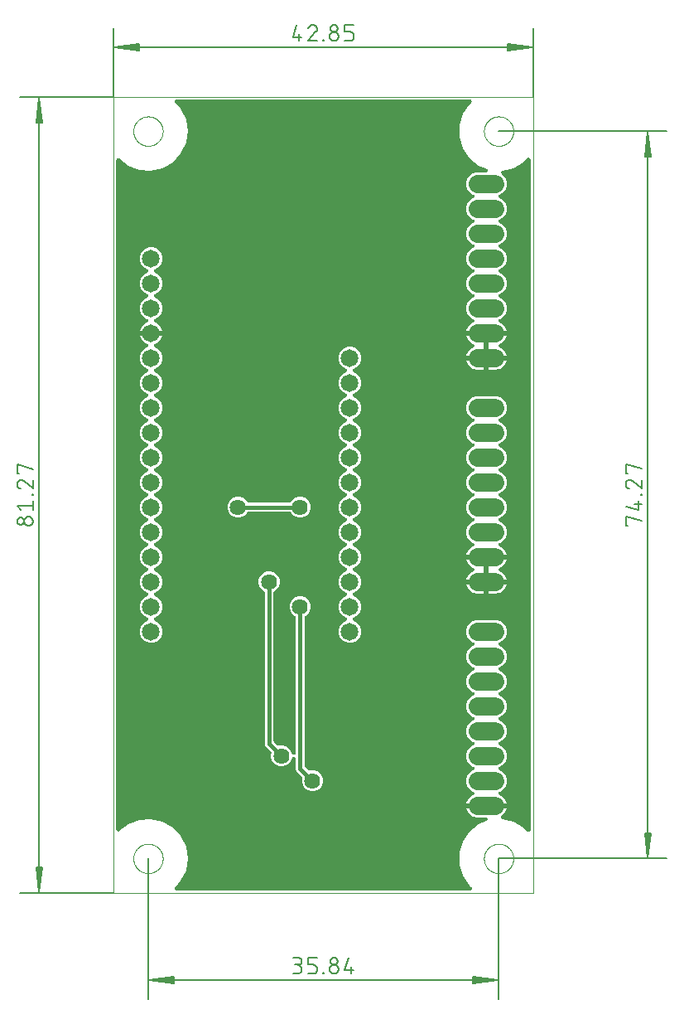
<source format=gtl>
G04 EAGLE Gerber RS-274X export*
G75*
%MOMM*%
%FSLAX34Y34*%
%LPD*%
%INTopLayer*%
%IPPOS*%
%AMOC8*
5,1,8,0,0,1.08239X$1,22.5*%
G01*
%ADD10C,0.000000*%
%ADD11C,0.130000*%
%ADD12C,0.152400*%
%ADD13C,1.812800*%
%ADD14C,1.828800*%
%ADD15C,1.625600*%
%ADD16C,0.406400*%

G36*
X364113Y-60947D02*
X364113Y-60947D01*
X364236Y-60944D01*
X364313Y-60927D01*
X364391Y-60919D01*
X364509Y-60883D01*
X364629Y-60856D01*
X364701Y-60824D01*
X364776Y-60801D01*
X364884Y-60743D01*
X364996Y-60693D01*
X365061Y-60647D01*
X365130Y-60609D01*
X365225Y-60531D01*
X365325Y-60460D01*
X365379Y-60402D01*
X365439Y-60352D01*
X365516Y-60256D01*
X365601Y-60166D01*
X365642Y-60099D01*
X365692Y-60038D01*
X365748Y-59929D01*
X365813Y-59825D01*
X365841Y-59751D01*
X365877Y-59681D01*
X365911Y-59563D01*
X365954Y-59447D01*
X365967Y-59370D01*
X365989Y-59294D01*
X365999Y-59171D01*
X366018Y-59050D01*
X366015Y-58971D01*
X366022Y-58892D01*
X366007Y-58771D01*
X366002Y-58648D01*
X365984Y-58571D01*
X365975Y-58493D01*
X365937Y-58376D01*
X365908Y-58256D01*
X365874Y-58185D01*
X365850Y-58110D01*
X365789Y-58003D01*
X365738Y-57891D01*
X365691Y-57828D01*
X365652Y-57759D01*
X365572Y-57666D01*
X365499Y-57567D01*
X365432Y-57504D01*
X365389Y-57455D01*
X365332Y-57411D01*
X365257Y-57340D01*
X363671Y-56075D01*
X356851Y-46071D01*
X353282Y-34502D01*
X353282Y-22394D01*
X356851Y-10825D01*
X363671Y-821D01*
X373137Y6728D01*
X380947Y9793D01*
X380968Y9804D01*
X380990Y9811D01*
X381147Y9896D01*
X381305Y9977D01*
X381324Y9991D01*
X381344Y10003D01*
X381481Y10116D01*
X381620Y10227D01*
X381636Y10245D01*
X381654Y10260D01*
X381765Y10399D01*
X381880Y10535D01*
X381891Y10556D01*
X381906Y10574D01*
X381988Y10732D01*
X382074Y10888D01*
X382081Y10911D01*
X382091Y10931D01*
X382141Y11102D01*
X382194Y11272D01*
X382196Y11296D01*
X382203Y11318D01*
X382217Y11495D01*
X382236Y11673D01*
X382234Y11696D01*
X382236Y11720D01*
X382215Y11896D01*
X382198Y12074D01*
X382192Y12096D01*
X382189Y12119D01*
X382134Y12288D01*
X382082Y12459D01*
X382071Y12480D01*
X382064Y12502D01*
X381976Y12657D01*
X381893Y12814D01*
X381878Y12832D01*
X381866Y12853D01*
X381750Y12987D01*
X381637Y13125D01*
X381618Y13140D01*
X381603Y13157D01*
X381463Y13266D01*
X381324Y13379D01*
X381303Y13390D01*
X381285Y13404D01*
X381125Y13484D01*
X380968Y13566D01*
X380945Y13573D01*
X380924Y13584D01*
X380752Y13630D01*
X380582Y13680D01*
X380558Y13682D01*
X380536Y13688D01*
X380205Y13715D01*
X370936Y13715D01*
X369120Y14003D01*
X367370Y14571D01*
X365732Y15406D01*
X364244Y16487D01*
X362943Y17788D01*
X361862Y19276D01*
X361027Y20914D01*
X360459Y22664D01*
X360428Y22861D01*
X380492Y22861D01*
X380510Y22862D01*
X380527Y22861D01*
X380710Y22882D01*
X380892Y22901D01*
X380909Y22906D01*
X380927Y22908D01*
X381005Y22933D01*
X381142Y22894D01*
X381160Y22892D01*
X381177Y22888D01*
X381508Y22861D01*
X401572Y22861D01*
X401541Y22664D01*
X400973Y20914D01*
X400138Y19276D01*
X399057Y17788D01*
X397756Y16487D01*
X396428Y15523D01*
X396322Y15428D01*
X396211Y15340D01*
X396172Y15294D01*
X396128Y15255D01*
X396042Y15142D01*
X395950Y15033D01*
X395921Y14981D01*
X395886Y14933D01*
X395824Y14805D01*
X395756Y14680D01*
X395738Y14624D01*
X395712Y14570D01*
X395677Y14432D01*
X395634Y14297D01*
X395628Y14237D01*
X395613Y14180D01*
X395606Y14038D01*
X395591Y13896D01*
X395596Y13837D01*
X395593Y13777D01*
X395615Y13637D01*
X395628Y13495D01*
X395645Y13438D01*
X395653Y13379D01*
X395702Y13246D01*
X395742Y13109D01*
X395770Y13057D01*
X395791Y13001D01*
X395865Y12879D01*
X395931Y12754D01*
X395969Y12708D01*
X396000Y12657D01*
X396096Y12552D01*
X396186Y12442D01*
X396233Y12405D01*
X396273Y12361D01*
X396388Y12277D01*
X396498Y12188D01*
X396551Y12160D01*
X396599Y12125D01*
X396728Y12065D01*
X396854Y11999D01*
X396919Y11979D01*
X396965Y11957D01*
X397045Y11939D01*
X397170Y11899D01*
X408285Y9362D01*
X418771Y3308D01*
X422439Y-645D01*
X422474Y-676D01*
X422504Y-712D01*
X422624Y-809D01*
X422741Y-912D01*
X422782Y-935D01*
X422818Y-965D01*
X422955Y-1036D01*
X423089Y-1114D01*
X423134Y-1129D01*
X423175Y-1150D01*
X423324Y-1193D01*
X423470Y-1243D01*
X423517Y-1249D01*
X423562Y-1262D01*
X423717Y-1274D01*
X423870Y-1294D01*
X423917Y-1291D01*
X423964Y-1295D01*
X424117Y-1277D01*
X424271Y-1266D01*
X424317Y-1253D01*
X424363Y-1248D01*
X424511Y-1200D01*
X424660Y-1159D01*
X424701Y-1137D01*
X424746Y-1123D01*
X424881Y-1047D01*
X425019Y-977D01*
X425056Y-948D01*
X425097Y-925D01*
X425214Y-824D01*
X425335Y-728D01*
X425366Y-692D01*
X425402Y-662D01*
X425496Y-540D01*
X425597Y-422D01*
X425620Y-381D01*
X425648Y-344D01*
X425717Y-205D01*
X425792Y-70D01*
X425807Y-25D01*
X425828Y17D01*
X425868Y167D01*
X425915Y314D01*
X425920Y360D01*
X425932Y406D01*
X425953Y654D01*
X425959Y714D01*
X425958Y724D01*
X425959Y736D01*
X425959Y685064D01*
X425955Y685110D01*
X425957Y685157D01*
X425935Y685311D01*
X425919Y685464D01*
X425906Y685509D01*
X425899Y685556D01*
X425847Y685701D01*
X425801Y685849D01*
X425779Y685890D01*
X425763Y685935D01*
X425683Y686067D01*
X425609Y686203D01*
X425579Y686239D01*
X425555Y686279D01*
X425451Y686394D01*
X425352Y686512D01*
X425315Y686542D01*
X425283Y686577D01*
X425158Y686668D01*
X425038Y686765D01*
X424996Y686786D01*
X424958Y686814D01*
X424818Y686879D01*
X424681Y686950D01*
X424635Y686963D01*
X424593Y686983D01*
X424442Y687019D01*
X424294Y687062D01*
X424247Y687065D01*
X424201Y687076D01*
X424047Y687082D01*
X423892Y687095D01*
X423846Y687089D01*
X423799Y687091D01*
X423646Y687066D01*
X423493Y687048D01*
X423448Y687033D01*
X423402Y687025D01*
X423257Y686971D01*
X423110Y686923D01*
X423069Y686900D01*
X423025Y686883D01*
X422894Y686801D01*
X422759Y686725D01*
X422724Y686694D01*
X422684Y686669D01*
X422500Y686501D01*
X422455Y686462D01*
X422448Y686454D01*
X422439Y686445D01*
X418771Y682492D01*
X408285Y676438D01*
X397495Y673975D01*
X397319Y673916D01*
X397145Y673861D01*
X397130Y673853D01*
X397113Y673847D01*
X396953Y673755D01*
X396792Y673666D01*
X396779Y673655D01*
X396764Y673646D01*
X396626Y673525D01*
X396485Y673406D01*
X396475Y673392D01*
X396461Y673380D01*
X396349Y673234D01*
X396236Y673090D01*
X396228Y673074D01*
X396217Y673060D01*
X396137Y672895D01*
X396053Y672731D01*
X396049Y672714D01*
X396041Y672698D01*
X395995Y672521D01*
X395945Y672343D01*
X395944Y672326D01*
X395940Y672309D01*
X395929Y672125D01*
X395916Y671941D01*
X395918Y671924D01*
X395917Y671907D01*
X395943Y671725D01*
X395966Y671542D01*
X395972Y671525D01*
X395974Y671508D01*
X396036Y671334D01*
X396095Y671160D01*
X396103Y671145D01*
X396109Y671129D01*
X396204Y670971D01*
X396296Y670811D01*
X396308Y670797D01*
X396316Y670783D01*
X396365Y670729D01*
X396510Y670558D01*
X400050Y667019D01*
X401829Y662724D01*
X401829Y658076D01*
X400050Y653781D01*
X396763Y650494D01*
X394548Y649577D01*
X394540Y649572D01*
X394531Y649570D01*
X394362Y649477D01*
X394193Y649386D01*
X394186Y649381D01*
X394178Y649376D01*
X394031Y649253D01*
X393882Y649130D01*
X393877Y649123D01*
X393870Y649117D01*
X393749Y648966D01*
X393629Y648817D01*
X393625Y648810D01*
X393619Y648802D01*
X393530Y648629D01*
X393442Y648461D01*
X393439Y648452D01*
X393435Y648444D01*
X393382Y648258D01*
X393329Y648074D01*
X393328Y648065D01*
X393325Y648057D01*
X393311Y647866D01*
X393294Y647673D01*
X393295Y647664D01*
X393294Y647656D01*
X393318Y647464D01*
X393339Y647273D01*
X393342Y647265D01*
X393343Y647256D01*
X393403Y647073D01*
X393462Y646890D01*
X393467Y646882D01*
X393469Y646874D01*
X393565Y646707D01*
X393659Y646538D01*
X393665Y646532D01*
X393669Y646524D01*
X393795Y646380D01*
X393920Y646233D01*
X393928Y646227D01*
X393933Y646220D01*
X394086Y646103D01*
X394238Y645984D01*
X394245Y645980D01*
X394253Y645975D01*
X394548Y645823D01*
X396763Y644906D01*
X400050Y641619D01*
X401829Y637324D01*
X401829Y632676D01*
X400050Y628381D01*
X396763Y625094D01*
X394548Y624177D01*
X394540Y624172D01*
X394531Y624170D01*
X394362Y624077D01*
X394193Y623986D01*
X394186Y623981D01*
X394178Y623976D01*
X394031Y623853D01*
X393882Y623730D01*
X393877Y623723D01*
X393870Y623717D01*
X393749Y623566D01*
X393629Y623417D01*
X393625Y623410D01*
X393619Y623402D01*
X393530Y623229D01*
X393442Y623061D01*
X393439Y623052D01*
X393435Y623044D01*
X393382Y622858D01*
X393329Y622674D01*
X393328Y622665D01*
X393325Y622657D01*
X393311Y622466D01*
X393294Y622273D01*
X393295Y622264D01*
X393294Y622256D01*
X393318Y622064D01*
X393339Y621873D01*
X393342Y621865D01*
X393343Y621856D01*
X393404Y621672D01*
X393462Y621490D01*
X393467Y621482D01*
X393469Y621474D01*
X393565Y621307D01*
X393659Y621138D01*
X393665Y621132D01*
X393669Y621124D01*
X393795Y620980D01*
X393920Y620833D01*
X393928Y620827D01*
X393933Y620820D01*
X394086Y620703D01*
X394238Y620584D01*
X394245Y620580D01*
X394253Y620575D01*
X394548Y620423D01*
X396763Y619506D01*
X400050Y616219D01*
X401829Y611924D01*
X401829Y607276D01*
X400050Y602981D01*
X396763Y599694D01*
X394548Y598777D01*
X394540Y598772D01*
X394531Y598770D01*
X394362Y598677D01*
X394193Y598586D01*
X394186Y598581D01*
X394178Y598576D01*
X394031Y598453D01*
X393882Y598330D01*
X393877Y598323D01*
X393870Y598317D01*
X393749Y598166D01*
X393629Y598017D01*
X393625Y598010D01*
X393619Y598002D01*
X393530Y597829D01*
X393442Y597661D01*
X393439Y597652D01*
X393435Y597644D01*
X393382Y597458D01*
X393329Y597274D01*
X393328Y597265D01*
X393325Y597257D01*
X393311Y597066D01*
X393294Y596873D01*
X393295Y596864D01*
X393294Y596856D01*
X393318Y596664D01*
X393339Y596473D01*
X393342Y596465D01*
X393343Y596456D01*
X393403Y596273D01*
X393462Y596090D01*
X393467Y596082D01*
X393469Y596074D01*
X393565Y595907D01*
X393659Y595738D01*
X393665Y595732D01*
X393669Y595724D01*
X393795Y595580D01*
X393920Y595433D01*
X393928Y595427D01*
X393933Y595420D01*
X394086Y595303D01*
X394238Y595184D01*
X394245Y595180D01*
X394253Y595175D01*
X394548Y595023D01*
X396763Y594106D01*
X400050Y590819D01*
X401829Y586524D01*
X401829Y581876D01*
X400050Y577581D01*
X396763Y574294D01*
X394548Y573377D01*
X394540Y573372D01*
X394531Y573370D01*
X394362Y573277D01*
X394193Y573186D01*
X394186Y573181D01*
X394178Y573176D01*
X394031Y573053D01*
X393882Y572930D01*
X393877Y572923D01*
X393870Y572917D01*
X393749Y572766D01*
X393629Y572617D01*
X393625Y572610D01*
X393619Y572602D01*
X393530Y572429D01*
X393442Y572261D01*
X393439Y572252D01*
X393435Y572244D01*
X393382Y572058D01*
X393329Y571874D01*
X393328Y571865D01*
X393325Y571857D01*
X393311Y571666D01*
X393294Y571473D01*
X393295Y571464D01*
X393294Y571456D01*
X393318Y571264D01*
X393339Y571073D01*
X393342Y571065D01*
X393343Y571056D01*
X393403Y570873D01*
X393462Y570690D01*
X393467Y570682D01*
X393469Y570674D01*
X393565Y570507D01*
X393659Y570338D01*
X393665Y570332D01*
X393669Y570324D01*
X393795Y570180D01*
X393920Y570033D01*
X393928Y570027D01*
X393933Y570020D01*
X394086Y569903D01*
X394238Y569784D01*
X394245Y569780D01*
X394253Y569775D01*
X394548Y569623D01*
X396763Y568706D01*
X400050Y565419D01*
X401829Y561124D01*
X401829Y556476D01*
X400050Y552181D01*
X396763Y548894D01*
X394548Y547977D01*
X394540Y547972D01*
X394531Y547970D01*
X394362Y547877D01*
X394193Y547786D01*
X394186Y547781D01*
X394178Y547776D01*
X394031Y547653D01*
X393882Y547530D01*
X393877Y547523D01*
X393870Y547517D01*
X393749Y547366D01*
X393629Y547217D01*
X393625Y547210D01*
X393619Y547202D01*
X393530Y547029D01*
X393442Y546861D01*
X393439Y546852D01*
X393435Y546844D01*
X393382Y546658D01*
X393329Y546474D01*
X393328Y546465D01*
X393325Y546457D01*
X393311Y546266D01*
X393294Y546073D01*
X393295Y546064D01*
X393294Y546056D01*
X393318Y545864D01*
X393339Y545673D01*
X393342Y545665D01*
X393343Y545656D01*
X393403Y545473D01*
X393462Y545290D01*
X393467Y545282D01*
X393469Y545274D01*
X393565Y545106D01*
X393659Y544938D01*
X393665Y544932D01*
X393669Y544924D01*
X393795Y544780D01*
X393920Y544633D01*
X393928Y544627D01*
X393933Y544620D01*
X394086Y544503D01*
X394238Y544384D01*
X394245Y544380D01*
X394253Y544375D01*
X394548Y544223D01*
X396763Y543306D01*
X400050Y540019D01*
X401829Y535724D01*
X401829Y531076D01*
X400050Y526781D01*
X396763Y523494D01*
X394600Y522598D01*
X394521Y522556D01*
X394438Y522523D01*
X394344Y522461D01*
X394245Y522408D01*
X394176Y522351D01*
X394101Y522302D01*
X394021Y522223D01*
X393934Y522152D01*
X393878Y522082D01*
X393814Y522019D01*
X393752Y521926D01*
X393681Y521839D01*
X393639Y521760D01*
X393589Y521686D01*
X393546Y521582D01*
X393494Y521482D01*
X393469Y521397D01*
X393434Y521314D01*
X393412Y521204D01*
X393381Y521096D01*
X393373Y521007D01*
X393355Y520919D01*
X393356Y520807D01*
X393346Y520695D01*
X393356Y520606D01*
X393356Y520517D01*
X393379Y520406D01*
X393391Y520295D01*
X393418Y520210D01*
X393436Y520122D01*
X393480Y520019D01*
X393514Y519911D01*
X393558Y519833D01*
X393593Y519751D01*
X393656Y519658D01*
X393711Y519560D01*
X393769Y519492D01*
X393819Y519418D01*
X393899Y519340D01*
X393972Y519254D01*
X394043Y519199D01*
X394107Y519136D01*
X394201Y519075D01*
X394289Y519006D01*
X394369Y518966D01*
X394444Y518917D01*
X394508Y518890D01*
X396268Y517994D01*
X397756Y516913D01*
X399057Y515612D01*
X400138Y514124D01*
X400973Y512486D01*
X401541Y510736D01*
X401572Y510539D01*
X381508Y510539D01*
X381490Y510537D01*
X381473Y510539D01*
X381290Y510518D01*
X381108Y510499D01*
X381091Y510494D01*
X381073Y510492D01*
X380995Y510467D01*
X380858Y510506D01*
X380840Y510508D01*
X380823Y510512D01*
X380492Y510539D01*
X360428Y510539D01*
X360459Y510736D01*
X361027Y512486D01*
X361862Y514124D01*
X362943Y515612D01*
X364244Y516913D01*
X365732Y517994D01*
X367415Y518851D01*
X367417Y518852D01*
X367428Y518858D01*
X367513Y518901D01*
X367530Y518912D01*
X367618Y518951D01*
X367692Y519002D01*
X367770Y519045D01*
X367856Y519117D01*
X367948Y519182D01*
X368010Y519247D01*
X368078Y519304D01*
X368148Y519392D01*
X368226Y519473D01*
X368273Y519549D01*
X368329Y519619D01*
X368380Y519719D01*
X368440Y519814D01*
X368472Y519898D01*
X368513Y519977D01*
X368544Y520085D01*
X368584Y520190D01*
X368598Y520279D01*
X368623Y520365D01*
X368631Y520477D01*
X368650Y520588D01*
X368647Y520677D01*
X368654Y520766D01*
X368640Y520877D01*
X368636Y520990D01*
X368616Y521077D01*
X368605Y521166D01*
X368570Y521272D01*
X368544Y521382D01*
X368507Y521463D01*
X368479Y521548D01*
X368423Y521645D01*
X368376Y521748D01*
X368323Y521820D01*
X368279Y521898D01*
X368205Y521982D01*
X368139Y522073D01*
X368073Y522134D01*
X368015Y522201D01*
X367926Y522270D01*
X367843Y522346D01*
X367766Y522392D01*
X367695Y522447D01*
X367571Y522511D01*
X367498Y522554D01*
X367455Y522570D01*
X367400Y522598D01*
X365237Y523494D01*
X361950Y526781D01*
X360171Y531076D01*
X360171Y535724D01*
X361950Y540019D01*
X365237Y543306D01*
X367452Y544223D01*
X367460Y544228D01*
X367469Y544230D01*
X367636Y544322D01*
X367807Y544414D01*
X367814Y544419D01*
X367822Y544424D01*
X367969Y544547D01*
X368118Y544670D01*
X368123Y544677D01*
X368130Y544683D01*
X368250Y544833D01*
X368371Y544983D01*
X368375Y544991D01*
X368381Y544997D01*
X368469Y545168D01*
X368558Y545339D01*
X368561Y545348D01*
X368565Y545356D01*
X368617Y545539D01*
X368671Y545725D01*
X368672Y545735D01*
X368675Y545743D01*
X368689Y545934D01*
X368706Y546127D01*
X368705Y546136D01*
X368706Y546144D01*
X368683Y546334D01*
X368661Y546527D01*
X368658Y546535D01*
X368657Y546544D01*
X368597Y546726D01*
X368538Y546910D01*
X368533Y546918D01*
X368531Y546926D01*
X368435Y547094D01*
X368341Y547261D01*
X368336Y547268D01*
X368331Y547276D01*
X368205Y547421D01*
X368080Y547567D01*
X368072Y547573D01*
X368067Y547580D01*
X367914Y547697D01*
X367763Y547816D01*
X367754Y547820D01*
X367747Y547825D01*
X367452Y547977D01*
X365237Y548894D01*
X361950Y552181D01*
X360171Y556476D01*
X360171Y561124D01*
X361950Y565419D01*
X365237Y568706D01*
X367452Y569623D01*
X367460Y569628D01*
X367469Y569630D01*
X367636Y569722D01*
X367807Y569814D01*
X367814Y569819D01*
X367822Y569824D01*
X367969Y569947D01*
X368118Y570070D01*
X368123Y570077D01*
X368130Y570083D01*
X368250Y570233D01*
X368371Y570383D01*
X368375Y570391D01*
X368381Y570397D01*
X368469Y570568D01*
X368558Y570739D01*
X368561Y570748D01*
X368565Y570756D01*
X368617Y570939D01*
X368671Y571125D01*
X368672Y571135D01*
X368675Y571143D01*
X368689Y571334D01*
X368706Y571527D01*
X368705Y571536D01*
X368706Y571544D01*
X368683Y571734D01*
X368661Y571927D01*
X368658Y571935D01*
X368657Y571944D01*
X368597Y572126D01*
X368538Y572310D01*
X368533Y572318D01*
X368531Y572326D01*
X368435Y572494D01*
X368341Y572661D01*
X368336Y572668D01*
X368331Y572676D01*
X368205Y572821D01*
X368080Y572967D01*
X368072Y572973D01*
X368067Y572980D01*
X367914Y573097D01*
X367763Y573216D01*
X367754Y573220D01*
X367747Y573225D01*
X367452Y573377D01*
X365237Y574294D01*
X361950Y577581D01*
X360171Y581876D01*
X360171Y586524D01*
X361950Y590819D01*
X365237Y594106D01*
X367452Y595023D01*
X367460Y595028D01*
X367469Y595030D01*
X367636Y595122D01*
X367807Y595214D01*
X367814Y595219D01*
X367822Y595224D01*
X367969Y595347D01*
X368118Y595470D01*
X368123Y595477D01*
X368130Y595483D01*
X368250Y595633D01*
X368371Y595783D01*
X368375Y595791D01*
X368381Y595797D01*
X368469Y595968D01*
X368558Y596139D01*
X368561Y596148D01*
X368565Y596156D01*
X368617Y596339D01*
X368671Y596525D01*
X368672Y596535D01*
X368675Y596543D01*
X368689Y596734D01*
X368706Y596927D01*
X368705Y596936D01*
X368706Y596944D01*
X368683Y597134D01*
X368661Y597327D01*
X368658Y597335D01*
X368657Y597344D01*
X368597Y597526D01*
X368538Y597710D01*
X368533Y597718D01*
X368531Y597726D01*
X368435Y597894D01*
X368341Y598061D01*
X368336Y598068D01*
X368331Y598076D01*
X368205Y598221D01*
X368080Y598367D01*
X368072Y598373D01*
X368067Y598380D01*
X367914Y598497D01*
X367763Y598616D01*
X367754Y598620D01*
X367747Y598625D01*
X367452Y598777D01*
X365237Y599694D01*
X361950Y602981D01*
X360171Y607276D01*
X360171Y611924D01*
X361950Y616219D01*
X365237Y619506D01*
X367452Y620423D01*
X367460Y620428D01*
X367469Y620430D01*
X367636Y620522D01*
X367807Y620614D01*
X367814Y620619D01*
X367822Y620624D01*
X367969Y620747D01*
X368118Y620870D01*
X368123Y620877D01*
X368130Y620883D01*
X368250Y621033D01*
X368371Y621183D01*
X368375Y621191D01*
X368381Y621197D01*
X368469Y621368D01*
X368558Y621539D01*
X368561Y621548D01*
X368565Y621556D01*
X368617Y621739D01*
X368671Y621925D01*
X368672Y621935D01*
X368675Y621943D01*
X368689Y622134D01*
X368706Y622327D01*
X368705Y622336D01*
X368706Y622344D01*
X368683Y622534D01*
X368661Y622727D01*
X368658Y622735D01*
X368657Y622744D01*
X368597Y622926D01*
X368538Y623110D01*
X368533Y623118D01*
X368531Y623126D01*
X368435Y623294D01*
X368341Y623461D01*
X368336Y623468D01*
X368331Y623476D01*
X368205Y623621D01*
X368080Y623767D01*
X368072Y623773D01*
X368067Y623780D01*
X367914Y623897D01*
X367763Y624016D01*
X367754Y624020D01*
X367747Y624025D01*
X367452Y624177D01*
X365237Y625094D01*
X361950Y628381D01*
X360171Y632676D01*
X360171Y637324D01*
X361950Y641619D01*
X365237Y644906D01*
X367452Y645823D01*
X367460Y645828D01*
X367469Y645830D01*
X367636Y645922D01*
X367807Y646014D01*
X367814Y646019D01*
X367822Y646024D01*
X367969Y646147D01*
X368118Y646270D01*
X368123Y646277D01*
X368130Y646283D01*
X368250Y646433D01*
X368371Y646583D01*
X368375Y646591D01*
X368381Y646597D01*
X368469Y646768D01*
X368558Y646939D01*
X368561Y646948D01*
X368565Y646956D01*
X368617Y647139D01*
X368671Y647325D01*
X368672Y647335D01*
X368675Y647343D01*
X368689Y647534D01*
X368706Y647727D01*
X368705Y647736D01*
X368706Y647744D01*
X368683Y647934D01*
X368661Y648127D01*
X368658Y648135D01*
X368657Y648144D01*
X368597Y648326D01*
X368538Y648510D01*
X368533Y648518D01*
X368531Y648526D01*
X368435Y648694D01*
X368341Y648861D01*
X368336Y648868D01*
X368331Y648876D01*
X368205Y649021D01*
X368080Y649167D01*
X368072Y649173D01*
X368067Y649180D01*
X367914Y649297D01*
X367763Y649416D01*
X367754Y649420D01*
X367747Y649425D01*
X367452Y649577D01*
X365237Y650494D01*
X361950Y653781D01*
X360171Y658076D01*
X360171Y662724D01*
X361950Y667019D01*
X365237Y670306D01*
X365582Y670449D01*
X369532Y672085D01*
X380205Y672085D01*
X380228Y672087D01*
X380252Y672085D01*
X380429Y672107D01*
X380606Y672125D01*
X380628Y672132D01*
X380651Y672134D01*
X380820Y672190D01*
X380990Y672243D01*
X381011Y672254D01*
X381033Y672261D01*
X381188Y672350D01*
X381344Y672435D01*
X381362Y672449D01*
X381383Y672461D01*
X381517Y672579D01*
X381654Y672692D01*
X381668Y672711D01*
X381686Y672726D01*
X381794Y672867D01*
X381906Y673006D01*
X381917Y673027D01*
X381931Y673046D01*
X382010Y673206D01*
X382092Y673363D01*
X382098Y673386D01*
X382108Y673407D01*
X382154Y673580D01*
X382203Y673750D01*
X382205Y673774D01*
X382211Y673796D01*
X382221Y673974D01*
X382236Y674152D01*
X382233Y674175D01*
X382234Y674198D01*
X382210Y674375D01*
X382189Y674551D01*
X382182Y674574D01*
X382178Y674597D01*
X382119Y674765D01*
X382064Y674934D01*
X382053Y674955D01*
X382045Y674977D01*
X381954Y675130D01*
X381866Y675285D01*
X381851Y675303D01*
X381839Y675323D01*
X381719Y675455D01*
X381603Y675589D01*
X381584Y675604D01*
X381569Y675621D01*
X381426Y675727D01*
X381285Y675836D01*
X381264Y675847D01*
X381245Y675861D01*
X380947Y676007D01*
X373137Y679072D01*
X363671Y686621D01*
X356851Y696625D01*
X353282Y708194D01*
X353282Y720302D01*
X356851Y731871D01*
X363671Y741875D01*
X365132Y743040D01*
X365220Y743126D01*
X365314Y743204D01*
X365364Y743266D01*
X365420Y743321D01*
X365489Y743422D01*
X365566Y743518D01*
X365603Y743588D01*
X365647Y743653D01*
X365695Y743766D01*
X365752Y743875D01*
X365774Y743951D01*
X365805Y744024D01*
X365829Y744144D01*
X365863Y744262D01*
X365870Y744341D01*
X365886Y744418D01*
X365886Y744541D01*
X365896Y744664D01*
X365887Y744742D01*
X365887Y744821D01*
X365864Y744941D01*
X365849Y745063D01*
X365825Y745139D01*
X365810Y745216D01*
X365763Y745329D01*
X365724Y745446D01*
X365686Y745515D01*
X365655Y745588D01*
X365587Y745690D01*
X365527Y745797D01*
X365475Y745857D01*
X365431Y745922D01*
X365344Y746009D01*
X365263Y746102D01*
X365201Y746150D01*
X365145Y746205D01*
X365042Y746273D01*
X364945Y746348D01*
X364875Y746383D01*
X364809Y746427D01*
X364695Y746473D01*
X364585Y746528D01*
X364508Y746548D01*
X364435Y746578D01*
X364315Y746600D01*
X364196Y746632D01*
X364104Y746640D01*
X364040Y746652D01*
X363968Y746651D01*
X363865Y746659D01*
X64425Y746659D01*
X64253Y746642D01*
X64081Y746630D01*
X64053Y746622D01*
X64024Y746619D01*
X63859Y746569D01*
X63693Y746523D01*
X63667Y746510D01*
X63639Y746501D01*
X63488Y746419D01*
X63334Y746341D01*
X63311Y746323D01*
X63285Y746309D01*
X63153Y746199D01*
X63017Y746093D01*
X62998Y746070D01*
X62976Y746052D01*
X62868Y745917D01*
X62756Y745786D01*
X62742Y745761D01*
X62724Y745738D01*
X62644Y745585D01*
X62560Y745434D01*
X62551Y745406D01*
X62538Y745381D01*
X62490Y745215D01*
X62438Y745051D01*
X62435Y745022D01*
X62427Y744994D01*
X62413Y744822D01*
X62394Y744651D01*
X62396Y744622D01*
X62394Y744592D01*
X62414Y744421D01*
X62429Y744250D01*
X62437Y744222D01*
X62441Y744193D01*
X62494Y744028D01*
X62543Y743863D01*
X62556Y743838D01*
X62565Y743810D01*
X62650Y743659D01*
X62731Y743507D01*
X62751Y743482D01*
X62763Y743459D01*
X62819Y743395D01*
X62936Y743246D01*
X68612Y737129D01*
X73865Y726220D01*
X75670Y714248D01*
X73865Y702276D01*
X68612Y691367D01*
X60377Y682492D01*
X49891Y676438D01*
X38087Y673744D01*
X26014Y674649D01*
X14743Y679072D01*
X5838Y686173D01*
X5757Y686226D01*
X5682Y686286D01*
X5589Y686335D01*
X5500Y686392D01*
X5410Y686427D01*
X5325Y686472D01*
X5224Y686501D01*
X5126Y686539D01*
X5031Y686556D01*
X4938Y686583D01*
X4833Y686592D01*
X4729Y686610D01*
X4633Y686608D01*
X4536Y686616D01*
X4432Y686604D01*
X4327Y686602D01*
X4233Y686580D01*
X4137Y686569D01*
X4037Y686537D01*
X3934Y686514D01*
X3846Y686474D01*
X3754Y686444D01*
X3662Y686393D01*
X3566Y686350D01*
X3487Y686294D01*
X3403Y686246D01*
X3324Y686178D01*
X3238Y686117D01*
X3172Y686046D01*
X3098Y685983D01*
X3034Y685900D01*
X2962Y685824D01*
X2911Y685742D01*
X2852Y685665D01*
X2805Y685571D01*
X2749Y685482D01*
X2716Y685391D01*
X2672Y685305D01*
X2645Y685203D01*
X2608Y685105D01*
X2593Y685009D01*
X2568Y684916D01*
X2557Y684787D01*
X2544Y684707D01*
X2546Y684655D01*
X2541Y684585D01*
X2541Y1215D01*
X2550Y1119D01*
X2550Y1022D01*
X2570Y919D01*
X2581Y814D01*
X2609Y722D01*
X2628Y627D01*
X2668Y530D01*
X2699Y429D01*
X2745Y344D01*
X2782Y255D01*
X2840Y168D01*
X2891Y75D01*
X2952Y1D01*
X3006Y-79D01*
X3081Y-153D01*
X3148Y-234D01*
X3224Y-295D01*
X3292Y-363D01*
X3380Y-420D01*
X3462Y-486D01*
X3548Y-531D01*
X3629Y-584D01*
X3726Y-623D01*
X3819Y-672D01*
X3912Y-699D01*
X4002Y-735D01*
X4105Y-754D01*
X4206Y-783D01*
X4303Y-791D01*
X4398Y-809D01*
X4503Y-807D01*
X4608Y-816D01*
X4704Y-805D01*
X4800Y-804D01*
X4903Y-781D01*
X5007Y-769D01*
X5099Y-739D01*
X5194Y-719D01*
X5290Y-677D01*
X5390Y-644D01*
X5474Y-597D01*
X5563Y-558D01*
X5670Y-486D01*
X5741Y-446D01*
X5780Y-412D01*
X5838Y-373D01*
X14743Y6728D01*
X26014Y11151D01*
X38087Y12056D01*
X49891Y9362D01*
X60377Y3308D01*
X68612Y-5567D01*
X73865Y-16476D01*
X75670Y-28448D01*
X73865Y-40420D01*
X68612Y-51329D01*
X62843Y-57546D01*
X62739Y-57684D01*
X62631Y-57818D01*
X62617Y-57844D01*
X62600Y-57867D01*
X62524Y-58023D01*
X62445Y-58175D01*
X62437Y-58203D01*
X62424Y-58230D01*
X62381Y-58397D01*
X62334Y-58562D01*
X62331Y-58591D01*
X62324Y-58620D01*
X62315Y-58792D01*
X62301Y-58964D01*
X62304Y-58993D01*
X62303Y-59022D01*
X62328Y-59193D01*
X62348Y-59363D01*
X62357Y-59391D01*
X62361Y-59420D01*
X62419Y-59582D01*
X62473Y-59746D01*
X62487Y-59772D01*
X62497Y-59799D01*
X62586Y-59946D01*
X62671Y-60097D01*
X62690Y-60119D01*
X62705Y-60144D01*
X62821Y-60271D01*
X62934Y-60402D01*
X62957Y-60419D01*
X62977Y-60441D01*
X63116Y-60543D01*
X63252Y-60648D01*
X63278Y-60661D01*
X63302Y-60679D01*
X63458Y-60751D01*
X63612Y-60828D01*
X63641Y-60835D01*
X63667Y-60847D01*
X63834Y-60887D01*
X64001Y-60932D01*
X64034Y-60935D01*
X64059Y-60941D01*
X64144Y-60944D01*
X64332Y-60959D01*
X363991Y-60959D01*
X364113Y-60947D01*
G37*
%LPC*%
G36*
X380858Y27906D02*
X380858Y27906D01*
X380840Y27908D01*
X380823Y27912D01*
X380492Y27939D01*
X360428Y27939D01*
X360459Y28136D01*
X361027Y29886D01*
X361862Y31524D01*
X362943Y33012D01*
X364244Y34313D01*
X365732Y35394D01*
X367415Y36251D01*
X367417Y36252D01*
X367427Y36257D01*
X367513Y36301D01*
X367530Y36312D01*
X367619Y36351D01*
X367692Y36402D01*
X367770Y36445D01*
X367856Y36518D01*
X367948Y36582D01*
X368010Y36647D01*
X368078Y36704D01*
X368148Y36792D01*
X368226Y36874D01*
X368273Y36949D01*
X368329Y37019D01*
X368380Y37119D01*
X368441Y37215D01*
X368472Y37298D01*
X368513Y37377D01*
X368544Y37486D01*
X368584Y37591D01*
X368598Y37679D01*
X368623Y37765D01*
X368631Y37877D01*
X368650Y37988D01*
X368647Y38077D01*
X368654Y38166D01*
X368640Y38278D01*
X368636Y38390D01*
X368616Y38477D01*
X368605Y38566D01*
X368570Y38672D01*
X368544Y38782D01*
X368507Y38863D01*
X368479Y38948D01*
X368423Y39046D01*
X368376Y39148D01*
X368323Y39220D01*
X368279Y39298D01*
X368205Y39383D01*
X368139Y39474D01*
X368073Y39534D01*
X368015Y39601D01*
X367925Y39670D01*
X367842Y39746D01*
X367766Y39792D01*
X367695Y39847D01*
X367570Y39911D01*
X367498Y39955D01*
X367454Y39970D01*
X367400Y39998D01*
X365237Y40894D01*
X361950Y44181D01*
X360171Y48476D01*
X360171Y53124D01*
X361950Y57419D01*
X365237Y60706D01*
X367452Y61623D01*
X367460Y61628D01*
X367469Y61630D01*
X367637Y61722D01*
X367807Y61814D01*
X367814Y61819D01*
X367822Y61824D01*
X367968Y61947D01*
X368117Y62070D01*
X368123Y62077D01*
X368130Y62083D01*
X368250Y62233D01*
X368371Y62383D01*
X368375Y62391D01*
X368381Y62397D01*
X368469Y62568D01*
X368558Y62739D01*
X368561Y62748D01*
X368565Y62756D01*
X368617Y62940D01*
X368671Y63126D01*
X368672Y63134D01*
X368675Y63143D01*
X368689Y63334D01*
X368706Y63527D01*
X368705Y63536D01*
X368706Y63544D01*
X368683Y63734D01*
X368661Y63927D01*
X368658Y63935D01*
X368657Y63944D01*
X368597Y64126D01*
X368538Y64310D01*
X368533Y64318D01*
X368531Y64326D01*
X368435Y64494D01*
X368341Y64662D01*
X368336Y64668D01*
X368331Y64676D01*
X368205Y64821D01*
X368079Y64967D01*
X368072Y64973D01*
X368067Y64980D01*
X367913Y65097D01*
X367762Y65216D01*
X367755Y65220D01*
X367747Y65225D01*
X367452Y65377D01*
X365237Y66294D01*
X361950Y69581D01*
X360171Y73876D01*
X360171Y78524D01*
X361950Y82819D01*
X365237Y86106D01*
X367452Y87023D01*
X367460Y87028D01*
X367469Y87030D01*
X367637Y87122D01*
X367807Y87214D01*
X367814Y87219D01*
X367822Y87224D01*
X367968Y87347D01*
X368117Y87470D01*
X368123Y87477D01*
X368130Y87483D01*
X368250Y87633D01*
X368371Y87783D01*
X368375Y87791D01*
X368381Y87797D01*
X368469Y87968D01*
X368558Y88139D01*
X368561Y88148D01*
X368565Y88156D01*
X368617Y88340D01*
X368671Y88526D01*
X368672Y88534D01*
X368675Y88543D01*
X368689Y88734D01*
X368706Y88927D01*
X368705Y88936D01*
X368706Y88944D01*
X368683Y89134D01*
X368661Y89327D01*
X368658Y89335D01*
X368657Y89344D01*
X368597Y89526D01*
X368538Y89710D01*
X368533Y89718D01*
X368531Y89726D01*
X368435Y89894D01*
X368341Y90062D01*
X368336Y90068D01*
X368331Y90076D01*
X368205Y90221D01*
X368079Y90367D01*
X368072Y90373D01*
X368067Y90380D01*
X367913Y90497D01*
X367762Y90616D01*
X367755Y90620D01*
X367747Y90625D01*
X367452Y90777D01*
X365237Y91694D01*
X361950Y94981D01*
X360171Y99276D01*
X360171Y103924D01*
X361950Y108219D01*
X365237Y111506D01*
X367452Y112423D01*
X367460Y112428D01*
X367469Y112430D01*
X367637Y112522D01*
X367807Y112614D01*
X367814Y112619D01*
X367822Y112624D01*
X367968Y112747D01*
X368117Y112870D01*
X368123Y112877D01*
X368130Y112883D01*
X368250Y113033D01*
X368371Y113183D01*
X368375Y113191D01*
X368381Y113197D01*
X368469Y113368D01*
X368558Y113539D01*
X368561Y113548D01*
X368565Y113556D01*
X368617Y113740D01*
X368671Y113926D01*
X368672Y113934D01*
X368675Y113943D01*
X368689Y114134D01*
X368706Y114327D01*
X368705Y114336D01*
X368706Y114344D01*
X368683Y114534D01*
X368661Y114727D01*
X368658Y114735D01*
X368657Y114744D01*
X368597Y114926D01*
X368538Y115110D01*
X368533Y115118D01*
X368531Y115126D01*
X368435Y115294D01*
X368341Y115462D01*
X368336Y115468D01*
X368331Y115476D01*
X368205Y115621D01*
X368079Y115767D01*
X368072Y115773D01*
X368067Y115780D01*
X367913Y115897D01*
X367762Y116016D01*
X367755Y116020D01*
X367747Y116025D01*
X367452Y116177D01*
X365237Y117094D01*
X361950Y120381D01*
X360171Y124676D01*
X360171Y129324D01*
X361950Y133619D01*
X365237Y136906D01*
X367452Y137823D01*
X367460Y137828D01*
X367469Y137830D01*
X367639Y137923D01*
X367807Y138014D01*
X367814Y138019D01*
X367822Y138024D01*
X367970Y138148D01*
X368118Y138270D01*
X368123Y138277D01*
X368130Y138283D01*
X368250Y138433D01*
X368371Y138583D01*
X368375Y138591D01*
X368381Y138598D01*
X368468Y138767D01*
X368558Y138939D01*
X368561Y138948D01*
X368565Y138956D01*
X368617Y139138D01*
X368671Y139326D01*
X368672Y139335D01*
X368675Y139343D01*
X368689Y139534D01*
X368706Y139727D01*
X368705Y139736D01*
X368706Y139744D01*
X368682Y139935D01*
X368661Y140127D01*
X368658Y140135D01*
X368657Y140144D01*
X368597Y140326D01*
X368538Y140510D01*
X368533Y140518D01*
X368530Y140526D01*
X368436Y140692D01*
X368341Y140862D01*
X368336Y140868D01*
X368331Y140876D01*
X368204Y141022D01*
X368079Y141167D01*
X368072Y141173D01*
X368067Y141180D01*
X367914Y141297D01*
X367762Y141416D01*
X367754Y141420D01*
X367747Y141425D01*
X367452Y141577D01*
X365237Y142494D01*
X361950Y145781D01*
X360171Y150076D01*
X360171Y154724D01*
X361950Y159019D01*
X365237Y162306D01*
X367452Y163223D01*
X367460Y163228D01*
X367469Y163230D01*
X367636Y163322D01*
X367807Y163414D01*
X367814Y163419D01*
X367822Y163424D01*
X367969Y163547D01*
X368118Y163670D01*
X368123Y163677D01*
X368130Y163683D01*
X368250Y163833D01*
X368371Y163983D01*
X368375Y163991D01*
X368381Y163997D01*
X368469Y164168D01*
X368558Y164339D01*
X368561Y164348D01*
X368565Y164356D01*
X368617Y164539D01*
X368671Y164725D01*
X368672Y164735D01*
X368675Y164743D01*
X368689Y164934D01*
X368706Y165127D01*
X368705Y165136D01*
X368706Y165144D01*
X368683Y165334D01*
X368661Y165527D01*
X368658Y165535D01*
X368657Y165544D01*
X368597Y165726D01*
X368538Y165910D01*
X368533Y165918D01*
X368531Y165926D01*
X368435Y166094D01*
X368341Y166261D01*
X368336Y166268D01*
X368331Y166276D01*
X368205Y166421D01*
X368080Y166567D01*
X368072Y166573D01*
X368067Y166580D01*
X367914Y166697D01*
X367763Y166816D01*
X367754Y166820D01*
X367747Y166825D01*
X367452Y166977D01*
X365237Y167894D01*
X361950Y171181D01*
X360171Y175476D01*
X360171Y180124D01*
X361950Y184419D01*
X365237Y187706D01*
X367452Y188623D01*
X367460Y188628D01*
X367469Y188630D01*
X367636Y188722D01*
X367807Y188814D01*
X367814Y188819D01*
X367822Y188824D01*
X367969Y188947D01*
X368118Y189070D01*
X368123Y189077D01*
X368130Y189083D01*
X368250Y189233D01*
X368371Y189383D01*
X368375Y189391D01*
X368381Y189397D01*
X368469Y189568D01*
X368558Y189739D01*
X368561Y189748D01*
X368565Y189756D01*
X368617Y189938D01*
X368671Y190125D01*
X368672Y190135D01*
X368675Y190143D01*
X368689Y190334D01*
X368706Y190527D01*
X368705Y190536D01*
X368706Y190544D01*
X368683Y190733D01*
X368661Y190927D01*
X368658Y190935D01*
X368657Y190944D01*
X368597Y191126D01*
X368538Y191310D01*
X368533Y191318D01*
X368531Y191326D01*
X368435Y191494D01*
X368341Y191661D01*
X368336Y191668D01*
X368331Y191676D01*
X368205Y191821D01*
X368080Y191967D01*
X368072Y191973D01*
X368067Y191980D01*
X367914Y192097D01*
X367763Y192216D01*
X367754Y192220D01*
X367747Y192225D01*
X367452Y192377D01*
X365237Y193294D01*
X361950Y196581D01*
X360171Y200876D01*
X360171Y205524D01*
X361950Y209819D01*
X365237Y213106D01*
X369532Y214885D01*
X392468Y214885D01*
X396763Y213106D01*
X400050Y209819D01*
X401829Y205524D01*
X401829Y200876D01*
X400050Y196581D01*
X396763Y193294D01*
X394548Y192377D01*
X394540Y192372D01*
X394531Y192370D01*
X394362Y192277D01*
X394193Y192186D01*
X394186Y192181D01*
X394178Y192176D01*
X394031Y192053D01*
X393882Y191930D01*
X393877Y191923D01*
X393870Y191917D01*
X393749Y191766D01*
X393629Y191617D01*
X393625Y191610D01*
X393619Y191602D01*
X393530Y191429D01*
X393442Y191261D01*
X393439Y191252D01*
X393435Y191244D01*
X393382Y191058D01*
X393329Y190874D01*
X393328Y190865D01*
X393325Y190857D01*
X393311Y190666D01*
X393294Y190473D01*
X393295Y190464D01*
X393294Y190456D01*
X393318Y190264D01*
X393339Y190073D01*
X393342Y190065D01*
X393343Y190056D01*
X393403Y189873D01*
X393462Y189690D01*
X393467Y189682D01*
X393469Y189674D01*
X393565Y189507D01*
X393659Y189338D01*
X393665Y189332D01*
X393669Y189324D01*
X393795Y189180D01*
X393920Y189033D01*
X393928Y189027D01*
X393933Y189020D01*
X394086Y188903D01*
X394238Y188784D01*
X394245Y188780D01*
X394253Y188775D01*
X394548Y188623D01*
X396763Y187706D01*
X400050Y184419D01*
X401829Y180124D01*
X401829Y175476D01*
X400050Y171181D01*
X396763Y167894D01*
X394548Y166977D01*
X394540Y166972D01*
X394531Y166970D01*
X394362Y166877D01*
X394193Y166786D01*
X394186Y166781D01*
X394178Y166776D01*
X394031Y166653D01*
X393882Y166530D01*
X393877Y166523D01*
X393870Y166517D01*
X393749Y166366D01*
X393629Y166217D01*
X393625Y166210D01*
X393619Y166202D01*
X393530Y166029D01*
X393442Y165861D01*
X393439Y165852D01*
X393435Y165844D01*
X393382Y165658D01*
X393329Y165474D01*
X393328Y165465D01*
X393325Y165457D01*
X393311Y165266D01*
X393294Y165073D01*
X393295Y165064D01*
X393294Y165056D01*
X393318Y164864D01*
X393339Y164673D01*
X393342Y164665D01*
X393343Y164656D01*
X393403Y164473D01*
X393462Y164290D01*
X393467Y164282D01*
X393469Y164274D01*
X393565Y164107D01*
X393659Y163938D01*
X393665Y163932D01*
X393669Y163924D01*
X393795Y163780D01*
X393920Y163633D01*
X393928Y163627D01*
X393933Y163620D01*
X394086Y163503D01*
X394238Y163384D01*
X394245Y163380D01*
X394253Y163375D01*
X394548Y163223D01*
X396763Y162306D01*
X400050Y159019D01*
X401829Y154724D01*
X401829Y150076D01*
X400050Y145781D01*
X396763Y142494D01*
X394548Y141577D01*
X394540Y141572D01*
X394531Y141570D01*
X394363Y141478D01*
X394193Y141386D01*
X394186Y141381D01*
X394178Y141376D01*
X394032Y141253D01*
X393883Y141130D01*
X393877Y141123D01*
X393870Y141117D01*
X393750Y140967D01*
X393629Y140817D01*
X393625Y140809D01*
X393619Y140803D01*
X393531Y140632D01*
X393442Y140461D01*
X393439Y140452D01*
X393435Y140444D01*
X393383Y140260D01*
X393329Y140074D01*
X393328Y140066D01*
X393325Y140057D01*
X393311Y139866D01*
X393294Y139673D01*
X393295Y139664D01*
X393294Y139656D01*
X393317Y139466D01*
X393339Y139273D01*
X393342Y139265D01*
X393343Y139256D01*
X393404Y139072D01*
X393462Y138890D01*
X393467Y138882D01*
X393469Y138874D01*
X393565Y138706D01*
X393659Y138538D01*
X393664Y138532D01*
X393669Y138524D01*
X393795Y138379D01*
X393921Y138233D01*
X393928Y138227D01*
X393933Y138220D01*
X394087Y138103D01*
X394238Y137984D01*
X394245Y137980D01*
X394253Y137975D01*
X394548Y137823D01*
X396763Y136906D01*
X400050Y133619D01*
X401829Y129324D01*
X401829Y124676D01*
X400050Y120381D01*
X396763Y117094D01*
X394548Y116177D01*
X394540Y116172D01*
X394531Y116170D01*
X394361Y116077D01*
X394193Y115986D01*
X394186Y115981D01*
X394178Y115976D01*
X394030Y115852D01*
X393882Y115730D01*
X393877Y115723D01*
X393870Y115717D01*
X393750Y115567D01*
X393629Y115417D01*
X393625Y115409D01*
X393619Y115402D01*
X393532Y115233D01*
X393442Y115061D01*
X393439Y115052D01*
X393435Y115044D01*
X393383Y114862D01*
X393329Y114674D01*
X393328Y114665D01*
X393325Y114657D01*
X393311Y114466D01*
X393294Y114273D01*
X393295Y114264D01*
X393294Y114256D01*
X393318Y114065D01*
X393339Y113873D01*
X393342Y113865D01*
X393343Y113856D01*
X393403Y113674D01*
X393462Y113490D01*
X393467Y113482D01*
X393470Y113474D01*
X393565Y113306D01*
X393659Y113138D01*
X393664Y113132D01*
X393669Y113124D01*
X393796Y112978D01*
X393921Y112833D01*
X393928Y112827D01*
X393933Y112820D01*
X394086Y112703D01*
X394238Y112584D01*
X394246Y112580D01*
X394253Y112575D01*
X394548Y112423D01*
X396763Y111506D01*
X400050Y108219D01*
X401829Y103924D01*
X401829Y99276D01*
X400050Y94981D01*
X396763Y91694D01*
X394548Y90777D01*
X394540Y90772D01*
X394531Y90770D01*
X394361Y90677D01*
X394193Y90586D01*
X394186Y90581D01*
X394178Y90576D01*
X394030Y90452D01*
X393882Y90330D01*
X393877Y90323D01*
X393870Y90317D01*
X393750Y90167D01*
X393629Y90017D01*
X393625Y90009D01*
X393619Y90002D01*
X393532Y89833D01*
X393442Y89661D01*
X393439Y89652D01*
X393435Y89644D01*
X393383Y89462D01*
X393329Y89274D01*
X393328Y89265D01*
X393325Y89257D01*
X393311Y89066D01*
X393294Y88873D01*
X393295Y88864D01*
X393294Y88856D01*
X393318Y88665D01*
X393339Y88473D01*
X393342Y88465D01*
X393343Y88456D01*
X393403Y88274D01*
X393462Y88090D01*
X393467Y88082D01*
X393470Y88074D01*
X393565Y87906D01*
X393659Y87738D01*
X393664Y87732D01*
X393669Y87724D01*
X393796Y87578D01*
X393921Y87433D01*
X393928Y87427D01*
X393933Y87420D01*
X394086Y87303D01*
X394238Y87184D01*
X394246Y87180D01*
X394253Y87175D01*
X394548Y87023D01*
X396763Y86106D01*
X400050Y82819D01*
X401829Y78524D01*
X401829Y73876D01*
X400050Y69581D01*
X396763Y66294D01*
X394548Y65377D01*
X394540Y65372D01*
X394531Y65370D01*
X394361Y65277D01*
X394193Y65186D01*
X394186Y65181D01*
X394178Y65176D01*
X394030Y65052D01*
X393882Y64930D01*
X393877Y64923D01*
X393870Y64917D01*
X393750Y64767D01*
X393629Y64617D01*
X393625Y64609D01*
X393619Y64602D01*
X393532Y64433D01*
X393442Y64261D01*
X393439Y64252D01*
X393435Y64244D01*
X393383Y64062D01*
X393329Y63874D01*
X393328Y63865D01*
X393325Y63857D01*
X393311Y63666D01*
X393294Y63473D01*
X393295Y63464D01*
X393294Y63456D01*
X393318Y63265D01*
X393339Y63073D01*
X393342Y63065D01*
X393343Y63056D01*
X393403Y62874D01*
X393462Y62690D01*
X393467Y62682D01*
X393470Y62674D01*
X393565Y62506D01*
X393659Y62338D01*
X393664Y62332D01*
X393669Y62324D01*
X393796Y62178D01*
X393921Y62033D01*
X393928Y62027D01*
X393933Y62020D01*
X394086Y61903D01*
X394238Y61784D01*
X394246Y61780D01*
X394253Y61775D01*
X394548Y61623D01*
X396763Y60706D01*
X400050Y57419D01*
X401829Y53124D01*
X401829Y48476D01*
X400050Y44181D01*
X396763Y40894D01*
X394600Y39998D01*
X394521Y39956D01*
X394438Y39923D01*
X394344Y39861D01*
X394245Y39808D01*
X394176Y39751D01*
X394102Y39702D01*
X394021Y39623D01*
X393934Y39552D01*
X393878Y39482D01*
X393815Y39420D01*
X393752Y39326D01*
X393681Y39239D01*
X393639Y39160D01*
X393589Y39086D01*
X393546Y38982D01*
X393494Y38882D01*
X393469Y38797D01*
X393434Y38715D01*
X393412Y38604D01*
X393381Y38496D01*
X393373Y38407D01*
X393356Y38320D01*
X393356Y38207D01*
X393346Y38095D01*
X393356Y38006D01*
X393356Y37917D01*
X393379Y37807D01*
X393391Y37695D01*
X393418Y37610D01*
X393436Y37523D01*
X393480Y37419D01*
X393514Y37311D01*
X393558Y37234D01*
X393592Y37152D01*
X393656Y37058D01*
X393711Y36960D01*
X393769Y36892D01*
X393819Y36819D01*
X393899Y36740D01*
X393972Y36654D01*
X394043Y36599D01*
X394106Y36537D01*
X394201Y36475D01*
X394290Y36406D01*
X394369Y36366D01*
X394444Y36317D01*
X394508Y36291D01*
X396268Y35394D01*
X397756Y34313D01*
X399057Y33012D01*
X400138Y31524D01*
X400973Y29886D01*
X401541Y28136D01*
X401572Y27939D01*
X381508Y27939D01*
X381490Y27937D01*
X381473Y27939D01*
X381290Y27918D01*
X381108Y27899D01*
X381091Y27894D01*
X381073Y27892D01*
X380995Y27867D01*
X380858Y27906D01*
G37*
%LPD*%
%LPC*%
G36*
X380858Y281906D02*
X380858Y281906D01*
X380840Y281908D01*
X380823Y281912D01*
X380492Y281939D01*
X360428Y281939D01*
X360459Y282136D01*
X361027Y283886D01*
X361862Y285524D01*
X362943Y287012D01*
X364244Y288313D01*
X365732Y289394D01*
X367415Y290251D01*
X367417Y290252D01*
X367428Y290258D01*
X367513Y290301D01*
X367530Y290312D01*
X367618Y290351D01*
X367692Y290402D01*
X367770Y290445D01*
X367856Y290517D01*
X367948Y290582D01*
X368010Y290647D01*
X368078Y290704D01*
X368148Y290792D01*
X368226Y290873D01*
X368273Y290949D01*
X368329Y291019D01*
X368380Y291119D01*
X368440Y291214D01*
X368472Y291298D01*
X368513Y291377D01*
X368544Y291485D01*
X368584Y291590D01*
X368598Y291679D01*
X368623Y291765D01*
X368631Y291877D01*
X368650Y291988D01*
X368647Y292077D01*
X368654Y292166D01*
X368640Y292277D01*
X368636Y292390D01*
X368616Y292477D01*
X368605Y292566D01*
X368570Y292672D01*
X368544Y292782D01*
X368507Y292863D01*
X368479Y292948D01*
X368423Y293045D01*
X368376Y293148D01*
X368323Y293220D01*
X368279Y293298D01*
X368205Y293382D01*
X368139Y293473D01*
X368073Y293534D01*
X368015Y293601D01*
X367926Y293670D01*
X367843Y293746D01*
X367766Y293792D01*
X367695Y293847D01*
X367571Y293911D01*
X367498Y293954D01*
X367455Y293970D01*
X367400Y293998D01*
X365237Y294894D01*
X361950Y298181D01*
X360171Y302476D01*
X360171Y307124D01*
X361950Y311419D01*
X365237Y314706D01*
X367452Y315623D01*
X367460Y315628D01*
X367469Y315630D01*
X367637Y315722D01*
X367807Y315814D01*
X367814Y315819D01*
X367822Y315824D01*
X367968Y315947D01*
X368117Y316070D01*
X368123Y316077D01*
X368130Y316083D01*
X368250Y316233D01*
X368371Y316383D01*
X368375Y316391D01*
X368381Y316397D01*
X368469Y316568D01*
X368558Y316739D01*
X368561Y316748D01*
X368565Y316756D01*
X368617Y316940D01*
X368671Y317126D01*
X368672Y317134D01*
X368675Y317143D01*
X368689Y317334D01*
X368706Y317527D01*
X368705Y317536D01*
X368706Y317544D01*
X368683Y317734D01*
X368661Y317927D01*
X368658Y317935D01*
X368657Y317944D01*
X368597Y318126D01*
X368538Y318310D01*
X368533Y318318D01*
X368531Y318326D01*
X368435Y318494D01*
X368341Y318662D01*
X368336Y318668D01*
X368331Y318676D01*
X368205Y318821D01*
X368079Y318967D01*
X368072Y318973D01*
X368067Y318980D01*
X367913Y319097D01*
X367762Y319216D01*
X367755Y319220D01*
X367747Y319225D01*
X367452Y319377D01*
X365237Y320294D01*
X361950Y323581D01*
X360171Y327876D01*
X360171Y332524D01*
X361950Y336819D01*
X365237Y340106D01*
X367452Y341023D01*
X367460Y341028D01*
X367469Y341030D01*
X367637Y341122D01*
X367807Y341214D01*
X367814Y341219D01*
X367822Y341224D01*
X367968Y341347D01*
X368117Y341470D01*
X368123Y341477D01*
X368130Y341483D01*
X368250Y341633D01*
X368371Y341783D01*
X368375Y341791D01*
X368381Y341797D01*
X368469Y341968D01*
X368558Y342139D01*
X368561Y342148D01*
X368565Y342156D01*
X368617Y342340D01*
X368671Y342526D01*
X368672Y342534D01*
X368675Y342543D01*
X368689Y342734D01*
X368706Y342927D01*
X368705Y342936D01*
X368706Y342944D01*
X368683Y343134D01*
X368661Y343327D01*
X368658Y343335D01*
X368657Y343344D01*
X368597Y343526D01*
X368538Y343710D01*
X368533Y343718D01*
X368531Y343726D01*
X368435Y343894D01*
X368341Y344062D01*
X368336Y344068D01*
X368331Y344076D01*
X368205Y344221D01*
X368079Y344367D01*
X368072Y344373D01*
X368067Y344380D01*
X367913Y344497D01*
X367762Y344616D01*
X367755Y344620D01*
X367747Y344625D01*
X367452Y344777D01*
X365237Y345694D01*
X361950Y348981D01*
X360171Y353276D01*
X360171Y357924D01*
X361950Y362219D01*
X365237Y365506D01*
X367452Y366423D01*
X367460Y366428D01*
X367469Y366430D01*
X367637Y366522D01*
X367807Y366614D01*
X367814Y366619D01*
X367822Y366624D01*
X367968Y366747D01*
X368117Y366870D01*
X368123Y366877D01*
X368130Y366883D01*
X368250Y367033D01*
X368371Y367183D01*
X368375Y367191D01*
X368381Y367197D01*
X368469Y367368D01*
X368558Y367539D01*
X368561Y367548D01*
X368565Y367556D01*
X368617Y367740D01*
X368671Y367926D01*
X368672Y367934D01*
X368675Y367943D01*
X368689Y368134D01*
X368706Y368327D01*
X368705Y368336D01*
X368706Y368344D01*
X368683Y368534D01*
X368661Y368727D01*
X368658Y368735D01*
X368657Y368744D01*
X368597Y368926D01*
X368538Y369110D01*
X368533Y369118D01*
X368531Y369126D01*
X368435Y369294D01*
X368341Y369462D01*
X368336Y369468D01*
X368331Y369476D01*
X368205Y369621D01*
X368079Y369767D01*
X368072Y369773D01*
X368067Y369780D01*
X367913Y369897D01*
X367762Y370016D01*
X367755Y370020D01*
X367747Y370025D01*
X367452Y370177D01*
X365237Y371094D01*
X361950Y374381D01*
X360171Y378676D01*
X360171Y383324D01*
X361950Y387619D01*
X365237Y390906D01*
X367452Y391823D01*
X367460Y391828D01*
X367469Y391830D01*
X367637Y391922D01*
X367807Y392014D01*
X367814Y392019D01*
X367822Y392024D01*
X367968Y392147D01*
X368117Y392270D01*
X368123Y392277D01*
X368130Y392283D01*
X368250Y392433D01*
X368371Y392583D01*
X368375Y392591D01*
X368381Y392597D01*
X368469Y392768D01*
X368558Y392939D01*
X368561Y392948D01*
X368565Y392956D01*
X368617Y393140D01*
X368671Y393326D01*
X368672Y393334D01*
X368675Y393343D01*
X368689Y393534D01*
X368706Y393727D01*
X368705Y393736D01*
X368706Y393744D01*
X368683Y393934D01*
X368661Y394127D01*
X368658Y394135D01*
X368657Y394144D01*
X368597Y394326D01*
X368538Y394510D01*
X368533Y394518D01*
X368531Y394526D01*
X368435Y394694D01*
X368341Y394862D01*
X368336Y394868D01*
X368331Y394876D01*
X368205Y395021D01*
X368079Y395167D01*
X368072Y395173D01*
X368067Y395180D01*
X367913Y395297D01*
X367762Y395416D01*
X367755Y395420D01*
X367747Y395425D01*
X367452Y395577D01*
X365237Y396494D01*
X361950Y399781D01*
X360171Y404076D01*
X360171Y408724D01*
X361950Y413019D01*
X365237Y416306D01*
X367452Y417223D01*
X367460Y417228D01*
X367469Y417230D01*
X367637Y417322D01*
X367807Y417414D01*
X367814Y417419D01*
X367822Y417424D01*
X367968Y417547D01*
X368117Y417670D01*
X368123Y417677D01*
X368130Y417683D01*
X368250Y417833D01*
X368371Y417983D01*
X368375Y417991D01*
X368381Y417997D01*
X368469Y418168D01*
X368558Y418339D01*
X368561Y418348D01*
X368565Y418356D01*
X368617Y418540D01*
X368671Y418726D01*
X368672Y418734D01*
X368675Y418743D01*
X368689Y418934D01*
X368706Y419127D01*
X368705Y419136D01*
X368706Y419144D01*
X368683Y419334D01*
X368661Y419527D01*
X368658Y419535D01*
X368657Y419544D01*
X368597Y419726D01*
X368538Y419910D01*
X368533Y419918D01*
X368531Y419926D01*
X368435Y420094D01*
X368341Y420262D01*
X368336Y420268D01*
X368331Y420276D01*
X368206Y420420D01*
X368079Y420567D01*
X368072Y420573D01*
X368067Y420580D01*
X367913Y420697D01*
X367762Y420816D01*
X367755Y420820D01*
X367747Y420825D01*
X367452Y420977D01*
X365237Y421894D01*
X361950Y425181D01*
X360171Y429476D01*
X360171Y434124D01*
X361950Y438419D01*
X365237Y441706D01*
X369532Y443485D01*
X392468Y443485D01*
X396763Y441706D01*
X400050Y438419D01*
X401829Y434124D01*
X401829Y429476D01*
X400050Y425181D01*
X396763Y421894D01*
X394548Y420977D01*
X394540Y420972D01*
X394531Y420970D01*
X394361Y420877D01*
X394193Y420786D01*
X394186Y420781D01*
X394178Y420776D01*
X394030Y420652D01*
X393882Y420530D01*
X393877Y420523D01*
X393870Y420517D01*
X393750Y420367D01*
X393629Y420217D01*
X393625Y420209D01*
X393619Y420202D01*
X393532Y420033D01*
X393442Y419861D01*
X393439Y419852D01*
X393435Y419844D01*
X393383Y419662D01*
X393329Y419474D01*
X393328Y419465D01*
X393325Y419457D01*
X393311Y419266D01*
X393294Y419073D01*
X393295Y419064D01*
X393294Y419056D01*
X393318Y418865D01*
X393339Y418673D01*
X393342Y418665D01*
X393343Y418656D01*
X393403Y418474D01*
X393462Y418290D01*
X393467Y418282D01*
X393470Y418274D01*
X393565Y418106D01*
X393659Y417938D01*
X393664Y417932D01*
X393669Y417924D01*
X393796Y417778D01*
X393921Y417633D01*
X393928Y417627D01*
X393933Y417620D01*
X394086Y417503D01*
X394238Y417384D01*
X394246Y417380D01*
X394253Y417375D01*
X394548Y417223D01*
X396763Y416306D01*
X400050Y413019D01*
X401829Y408724D01*
X401829Y404076D01*
X400050Y399781D01*
X396763Y396494D01*
X395362Y395914D01*
X394548Y395577D01*
X394540Y395572D01*
X394531Y395570D01*
X394361Y395477D01*
X394193Y395386D01*
X394186Y395381D01*
X394178Y395376D01*
X394030Y395252D01*
X393882Y395130D01*
X393877Y395123D01*
X393870Y395117D01*
X393750Y394967D01*
X393629Y394817D01*
X393625Y394809D01*
X393619Y394802D01*
X393532Y394633D01*
X393442Y394461D01*
X393439Y394452D01*
X393435Y394444D01*
X393383Y394262D01*
X393329Y394074D01*
X393328Y394065D01*
X393325Y394057D01*
X393311Y393866D01*
X393294Y393673D01*
X393295Y393664D01*
X393294Y393656D01*
X393318Y393465D01*
X393339Y393273D01*
X393342Y393265D01*
X393343Y393256D01*
X393403Y393074D01*
X393462Y392890D01*
X393467Y392882D01*
X393470Y392874D01*
X393565Y392706D01*
X393659Y392538D01*
X393664Y392532D01*
X393669Y392524D01*
X393796Y392378D01*
X393921Y392233D01*
X393928Y392227D01*
X393933Y392220D01*
X394086Y392103D01*
X394238Y391984D01*
X394246Y391980D01*
X394253Y391975D01*
X394548Y391823D01*
X396763Y390906D01*
X400050Y387619D01*
X401829Y383324D01*
X401829Y378676D01*
X400050Y374381D01*
X396763Y371094D01*
X394548Y370177D01*
X394540Y370172D01*
X394531Y370170D01*
X394361Y370077D01*
X394193Y369986D01*
X394186Y369981D01*
X394178Y369976D01*
X394030Y369852D01*
X393882Y369730D01*
X393877Y369723D01*
X393870Y369717D01*
X393750Y369567D01*
X393629Y369417D01*
X393625Y369409D01*
X393619Y369402D01*
X393532Y369233D01*
X393442Y369061D01*
X393439Y369052D01*
X393435Y369044D01*
X393383Y368862D01*
X393329Y368674D01*
X393328Y368665D01*
X393325Y368657D01*
X393311Y368466D01*
X393294Y368273D01*
X393295Y368264D01*
X393294Y368256D01*
X393318Y368065D01*
X393339Y367873D01*
X393342Y367865D01*
X393343Y367856D01*
X393403Y367674D01*
X393462Y367490D01*
X393467Y367482D01*
X393470Y367474D01*
X393565Y367306D01*
X393659Y367138D01*
X393664Y367132D01*
X393669Y367124D01*
X393796Y366978D01*
X393921Y366833D01*
X393928Y366827D01*
X393933Y366820D01*
X394086Y366703D01*
X394238Y366584D01*
X394246Y366580D01*
X394253Y366575D01*
X394548Y366423D01*
X396763Y365506D01*
X400050Y362219D01*
X401829Y357924D01*
X401829Y353276D01*
X400050Y348981D01*
X396763Y345694D01*
X394548Y344777D01*
X394540Y344772D01*
X394531Y344770D01*
X394361Y344677D01*
X394193Y344586D01*
X394186Y344581D01*
X394178Y344576D01*
X394030Y344452D01*
X393882Y344330D01*
X393877Y344323D01*
X393870Y344317D01*
X393750Y344167D01*
X393629Y344017D01*
X393625Y344009D01*
X393619Y344002D01*
X393532Y343833D01*
X393442Y343661D01*
X393439Y343652D01*
X393435Y343644D01*
X393383Y343462D01*
X393329Y343274D01*
X393328Y343265D01*
X393325Y343257D01*
X393311Y343066D01*
X393294Y342873D01*
X393295Y342864D01*
X393294Y342856D01*
X393318Y342665D01*
X393339Y342473D01*
X393342Y342465D01*
X393343Y342456D01*
X393403Y342274D01*
X393462Y342090D01*
X393467Y342082D01*
X393470Y342074D01*
X393565Y341906D01*
X393659Y341738D01*
X393664Y341732D01*
X393669Y341724D01*
X393796Y341578D01*
X393921Y341433D01*
X393928Y341427D01*
X393933Y341420D01*
X394086Y341303D01*
X394238Y341184D01*
X394246Y341180D01*
X394253Y341175D01*
X394548Y341023D01*
X396763Y340106D01*
X400050Y336819D01*
X401829Y332524D01*
X401829Y327876D01*
X400050Y323581D01*
X396763Y320294D01*
X394548Y319377D01*
X394540Y319372D01*
X394531Y319370D01*
X394361Y319277D01*
X394193Y319186D01*
X394186Y319181D01*
X394178Y319176D01*
X394030Y319052D01*
X393882Y318930D01*
X393877Y318923D01*
X393870Y318917D01*
X393750Y318767D01*
X393629Y318617D01*
X393625Y318609D01*
X393619Y318602D01*
X393532Y318433D01*
X393442Y318261D01*
X393439Y318252D01*
X393435Y318244D01*
X393383Y318062D01*
X393329Y317874D01*
X393328Y317865D01*
X393325Y317857D01*
X393311Y317666D01*
X393294Y317473D01*
X393295Y317464D01*
X393294Y317456D01*
X393318Y317265D01*
X393339Y317073D01*
X393342Y317065D01*
X393343Y317056D01*
X393403Y316874D01*
X393462Y316690D01*
X393467Y316682D01*
X393470Y316674D01*
X393565Y316506D01*
X393659Y316338D01*
X393664Y316332D01*
X393669Y316324D01*
X393796Y316178D01*
X393921Y316033D01*
X393928Y316027D01*
X393933Y316020D01*
X394086Y315903D01*
X394238Y315784D01*
X394246Y315780D01*
X394253Y315775D01*
X394548Y315623D01*
X396763Y314706D01*
X400050Y311419D01*
X401829Y307124D01*
X401829Y302476D01*
X400050Y298181D01*
X396763Y294894D01*
X394600Y293998D01*
X394521Y293956D01*
X394438Y293923D01*
X394344Y293861D01*
X394245Y293808D01*
X394176Y293751D01*
X394101Y293702D01*
X394021Y293623D01*
X393934Y293552D01*
X393878Y293482D01*
X393814Y293419D01*
X393752Y293326D01*
X393681Y293239D01*
X393639Y293160D01*
X393589Y293086D01*
X393546Y292982D01*
X393494Y292882D01*
X393469Y292797D01*
X393434Y292714D01*
X393412Y292604D01*
X393381Y292496D01*
X393373Y292407D01*
X393355Y292319D01*
X393356Y292207D01*
X393346Y292095D01*
X393356Y292006D01*
X393356Y291917D01*
X393379Y291806D01*
X393391Y291695D01*
X393418Y291610D01*
X393436Y291522D01*
X393480Y291419D01*
X393514Y291311D01*
X393558Y291233D01*
X393593Y291151D01*
X393656Y291058D01*
X393711Y290960D01*
X393769Y290892D01*
X393819Y290818D01*
X393899Y290740D01*
X393972Y290654D01*
X394043Y290599D01*
X394107Y290536D01*
X394201Y290475D01*
X394289Y290406D01*
X394369Y290366D01*
X394444Y290317D01*
X394508Y290290D01*
X396268Y289394D01*
X397756Y288313D01*
X399057Y287012D01*
X400138Y285524D01*
X400973Y283886D01*
X401541Y282136D01*
X401572Y281939D01*
X381508Y281939D01*
X381490Y281937D01*
X381473Y281939D01*
X381290Y281918D01*
X381108Y281899D01*
X381091Y281894D01*
X381073Y281892D01*
X380995Y281867D01*
X380858Y281906D01*
G37*
%LPD*%
%LPC*%
G36*
X35792Y191595D02*
X35792Y191595D01*
X31526Y193362D01*
X28262Y196626D01*
X26495Y200892D01*
X26495Y205508D01*
X28262Y209774D01*
X31526Y213038D01*
X32443Y213418D01*
X33905Y214023D01*
X33913Y214028D01*
X33922Y214030D01*
X34091Y214123D01*
X34260Y214214D01*
X34267Y214219D01*
X34275Y214224D01*
X34422Y214347D01*
X34571Y214470D01*
X34576Y214477D01*
X34583Y214483D01*
X34704Y214634D01*
X34824Y214783D01*
X34828Y214790D01*
X34834Y214798D01*
X34923Y214971D01*
X35011Y215139D01*
X35014Y215148D01*
X35018Y215156D01*
X35071Y215342D01*
X35124Y215526D01*
X35125Y215535D01*
X35128Y215543D01*
X35142Y215734D01*
X35159Y215927D01*
X35158Y215936D01*
X35159Y215944D01*
X35135Y216136D01*
X35114Y216327D01*
X35111Y216335D01*
X35110Y216344D01*
X35050Y216527D01*
X34991Y216710D01*
X34986Y216718D01*
X34984Y216726D01*
X34888Y216893D01*
X34794Y217062D01*
X34789Y217068D01*
X34784Y217076D01*
X34659Y217220D01*
X34533Y217367D01*
X34525Y217373D01*
X34520Y217380D01*
X34367Y217497D01*
X34216Y217616D01*
X34208Y217620D01*
X34200Y217625D01*
X33905Y217777D01*
X31526Y218762D01*
X28262Y222026D01*
X26495Y226292D01*
X26495Y230908D01*
X28262Y235174D01*
X31526Y238438D01*
X33905Y239423D01*
X33913Y239428D01*
X33922Y239430D01*
X34091Y239523D01*
X34260Y239614D01*
X34267Y239619D01*
X34275Y239624D01*
X34422Y239747D01*
X34571Y239870D01*
X34576Y239877D01*
X34583Y239883D01*
X34704Y240034D01*
X34824Y240183D01*
X34828Y240190D01*
X34834Y240198D01*
X34923Y240371D01*
X35011Y240539D01*
X35014Y240548D01*
X35018Y240556D01*
X35071Y240742D01*
X35124Y240926D01*
X35125Y240935D01*
X35128Y240943D01*
X35142Y241134D01*
X35159Y241327D01*
X35158Y241336D01*
X35159Y241344D01*
X35135Y241536D01*
X35114Y241727D01*
X35111Y241735D01*
X35110Y241744D01*
X35050Y241927D01*
X34991Y242110D01*
X34986Y242118D01*
X34984Y242126D01*
X34888Y242293D01*
X34794Y242462D01*
X34789Y242468D01*
X34784Y242476D01*
X34659Y242620D01*
X34533Y242767D01*
X34525Y242773D01*
X34520Y242780D01*
X34367Y242897D01*
X34216Y243016D01*
X34208Y243020D01*
X34200Y243025D01*
X33905Y243177D01*
X31526Y244162D01*
X28262Y247426D01*
X26495Y251692D01*
X26495Y256308D01*
X28262Y260574D01*
X31526Y263838D01*
X33905Y264823D01*
X33913Y264828D01*
X33922Y264830D01*
X34091Y264923D01*
X34260Y265014D01*
X34267Y265019D01*
X34275Y265024D01*
X34422Y265147D01*
X34571Y265270D01*
X34576Y265277D01*
X34583Y265283D01*
X34704Y265434D01*
X34824Y265583D01*
X34828Y265590D01*
X34834Y265598D01*
X34923Y265771D01*
X35011Y265939D01*
X35014Y265948D01*
X35018Y265956D01*
X35071Y266142D01*
X35124Y266326D01*
X35125Y266335D01*
X35128Y266343D01*
X35142Y266534D01*
X35159Y266727D01*
X35158Y266736D01*
X35159Y266744D01*
X35136Y266934D01*
X35114Y267127D01*
X35111Y267135D01*
X35110Y267144D01*
X35050Y267327D01*
X34991Y267510D01*
X34986Y267518D01*
X34984Y267526D01*
X34888Y267693D01*
X34794Y267862D01*
X34789Y267868D01*
X34784Y267876D01*
X34659Y268020D01*
X34533Y268167D01*
X34525Y268173D01*
X34520Y268180D01*
X34367Y268297D01*
X34216Y268416D01*
X34208Y268420D01*
X34200Y268425D01*
X33905Y268577D01*
X31526Y269562D01*
X28262Y272826D01*
X26495Y277092D01*
X26495Y281708D01*
X28262Y285974D01*
X31526Y289238D01*
X33905Y290223D01*
X33913Y290228D01*
X33922Y290230D01*
X34091Y290323D01*
X34260Y290414D01*
X34267Y290419D01*
X34275Y290424D01*
X34422Y290547D01*
X34571Y290670D01*
X34576Y290677D01*
X34583Y290683D01*
X34704Y290834D01*
X34824Y290983D01*
X34828Y290990D01*
X34834Y290998D01*
X34923Y291171D01*
X35011Y291339D01*
X35014Y291348D01*
X35018Y291356D01*
X35071Y291542D01*
X35124Y291726D01*
X35125Y291735D01*
X35128Y291743D01*
X35142Y291934D01*
X35159Y292127D01*
X35158Y292136D01*
X35159Y292144D01*
X35135Y292336D01*
X35114Y292527D01*
X35111Y292535D01*
X35110Y292544D01*
X35050Y292727D01*
X34991Y292910D01*
X34986Y292918D01*
X34984Y292926D01*
X34888Y293093D01*
X34794Y293262D01*
X34789Y293268D01*
X34784Y293276D01*
X34659Y293419D01*
X34533Y293567D01*
X34525Y293573D01*
X34520Y293580D01*
X34368Y293696D01*
X34216Y293816D01*
X34208Y293820D01*
X34200Y293825D01*
X33905Y293977D01*
X31526Y294962D01*
X28262Y298226D01*
X26495Y302492D01*
X26495Y307108D01*
X28262Y311374D01*
X31526Y314638D01*
X33905Y315623D01*
X33913Y315628D01*
X33922Y315630D01*
X34091Y315723D01*
X34260Y315814D01*
X34267Y315819D01*
X34275Y315824D01*
X34422Y315947D01*
X34571Y316070D01*
X34576Y316077D01*
X34583Y316083D01*
X34704Y316234D01*
X34824Y316383D01*
X34828Y316390D01*
X34834Y316398D01*
X34923Y316571D01*
X35011Y316739D01*
X35014Y316748D01*
X35018Y316756D01*
X35071Y316942D01*
X35124Y317126D01*
X35125Y317135D01*
X35128Y317143D01*
X35142Y317334D01*
X35159Y317527D01*
X35158Y317536D01*
X35159Y317544D01*
X35135Y317736D01*
X35114Y317927D01*
X35111Y317935D01*
X35110Y317944D01*
X35050Y318127D01*
X34991Y318310D01*
X34986Y318318D01*
X34984Y318326D01*
X34888Y318493D01*
X34794Y318662D01*
X34789Y318668D01*
X34784Y318676D01*
X34659Y318820D01*
X34533Y318967D01*
X34525Y318973D01*
X34520Y318980D01*
X34367Y319097D01*
X34216Y319216D01*
X34208Y319220D01*
X34200Y319225D01*
X33905Y319377D01*
X31526Y320362D01*
X28262Y323626D01*
X26495Y327892D01*
X26495Y332508D01*
X28262Y336774D01*
X31526Y340038D01*
X33905Y341023D01*
X33913Y341028D01*
X33922Y341030D01*
X34091Y341123D01*
X34260Y341214D01*
X34267Y341219D01*
X34275Y341224D01*
X34422Y341347D01*
X34571Y341470D01*
X34576Y341477D01*
X34583Y341483D01*
X34704Y341634D01*
X34824Y341783D01*
X34828Y341790D01*
X34834Y341798D01*
X34923Y341971D01*
X35011Y342139D01*
X35014Y342148D01*
X35018Y342156D01*
X35071Y342342D01*
X35124Y342526D01*
X35125Y342535D01*
X35128Y342543D01*
X35142Y342734D01*
X35159Y342927D01*
X35158Y342936D01*
X35159Y342944D01*
X35135Y343136D01*
X35114Y343327D01*
X35111Y343335D01*
X35110Y343344D01*
X35050Y343527D01*
X34991Y343710D01*
X34986Y343718D01*
X34984Y343726D01*
X34888Y343893D01*
X34794Y344062D01*
X34789Y344068D01*
X34784Y344076D01*
X34659Y344220D01*
X34533Y344367D01*
X34525Y344373D01*
X34520Y344380D01*
X34367Y344497D01*
X34216Y344616D01*
X34208Y344620D01*
X34200Y344625D01*
X33905Y344777D01*
X31526Y345762D01*
X28262Y349026D01*
X26495Y353292D01*
X26495Y357908D01*
X28262Y362174D01*
X31526Y365438D01*
X33905Y366423D01*
X33913Y366428D01*
X33922Y366430D01*
X34091Y366523D01*
X34260Y366614D01*
X34267Y366619D01*
X34275Y366624D01*
X34422Y366747D01*
X34571Y366870D01*
X34576Y366877D01*
X34583Y366883D01*
X34704Y367034D01*
X34824Y367183D01*
X34828Y367190D01*
X34834Y367198D01*
X34923Y367371D01*
X35011Y367539D01*
X35014Y367548D01*
X35018Y367556D01*
X35071Y367742D01*
X35124Y367926D01*
X35125Y367935D01*
X35128Y367943D01*
X35142Y368134D01*
X35159Y368327D01*
X35158Y368336D01*
X35159Y368344D01*
X35135Y368536D01*
X35114Y368727D01*
X35111Y368735D01*
X35110Y368744D01*
X35050Y368927D01*
X34991Y369110D01*
X34986Y369118D01*
X34984Y369126D01*
X34888Y369293D01*
X34794Y369462D01*
X34789Y369468D01*
X34784Y369476D01*
X34659Y369620D01*
X34533Y369767D01*
X34525Y369773D01*
X34520Y369780D01*
X34367Y369897D01*
X34216Y370016D01*
X34208Y370020D01*
X34200Y370025D01*
X33905Y370177D01*
X31526Y371162D01*
X28262Y374426D01*
X26495Y378692D01*
X26495Y383308D01*
X28262Y387574D01*
X31526Y390838D01*
X33905Y391823D01*
X33913Y391828D01*
X33922Y391830D01*
X34091Y391923D01*
X34260Y392014D01*
X34267Y392019D01*
X34275Y392024D01*
X34422Y392147D01*
X34571Y392270D01*
X34576Y392277D01*
X34583Y392283D01*
X34704Y392434D01*
X34824Y392583D01*
X34828Y392590D01*
X34834Y392598D01*
X34923Y392771D01*
X35011Y392939D01*
X35014Y392948D01*
X35018Y392956D01*
X35071Y393142D01*
X35124Y393326D01*
X35125Y393335D01*
X35128Y393343D01*
X35142Y393534D01*
X35159Y393727D01*
X35158Y393736D01*
X35159Y393744D01*
X35135Y393936D01*
X35114Y394127D01*
X35111Y394135D01*
X35110Y394144D01*
X35050Y394327D01*
X34991Y394510D01*
X34986Y394518D01*
X34984Y394526D01*
X34888Y394693D01*
X34794Y394862D01*
X34789Y394868D01*
X34784Y394876D01*
X34659Y395020D01*
X34533Y395167D01*
X34525Y395173D01*
X34520Y395180D01*
X34367Y395297D01*
X34216Y395416D01*
X34208Y395420D01*
X34200Y395425D01*
X33905Y395577D01*
X31526Y396562D01*
X28262Y399826D01*
X26495Y404092D01*
X26495Y408708D01*
X28262Y412974D01*
X31526Y416238D01*
X33905Y417223D01*
X33913Y417228D01*
X33922Y417230D01*
X34091Y417323D01*
X34260Y417414D01*
X34267Y417419D01*
X34275Y417424D01*
X34422Y417547D01*
X34571Y417670D01*
X34576Y417677D01*
X34583Y417683D01*
X34704Y417834D01*
X34824Y417983D01*
X34828Y417990D01*
X34834Y417998D01*
X34923Y418171D01*
X35011Y418339D01*
X35014Y418348D01*
X35018Y418356D01*
X35071Y418542D01*
X35124Y418726D01*
X35125Y418735D01*
X35128Y418743D01*
X35142Y418934D01*
X35159Y419127D01*
X35158Y419136D01*
X35159Y419144D01*
X35135Y419336D01*
X35114Y419527D01*
X35111Y419535D01*
X35110Y419544D01*
X35050Y419727D01*
X34991Y419910D01*
X34986Y419918D01*
X34984Y419926D01*
X34888Y420093D01*
X34794Y420262D01*
X34789Y420268D01*
X34784Y420276D01*
X34659Y420420D01*
X34533Y420567D01*
X34525Y420573D01*
X34520Y420580D01*
X34367Y420697D01*
X34216Y420816D01*
X34208Y420820D01*
X34200Y420825D01*
X33905Y420977D01*
X31526Y421962D01*
X28262Y425226D01*
X26495Y429492D01*
X26495Y434108D01*
X28262Y438374D01*
X31526Y441638D01*
X33905Y442623D01*
X33913Y442628D01*
X33922Y442630D01*
X34091Y442723D01*
X34260Y442814D01*
X34267Y442819D01*
X34275Y442824D01*
X34422Y442947D01*
X34571Y443070D01*
X34576Y443077D01*
X34583Y443083D01*
X34704Y443234D01*
X34824Y443383D01*
X34828Y443390D01*
X34834Y443398D01*
X34923Y443571D01*
X35011Y443739D01*
X35014Y443748D01*
X35018Y443756D01*
X35071Y443942D01*
X35124Y444126D01*
X35125Y444135D01*
X35128Y444143D01*
X35142Y444334D01*
X35159Y444527D01*
X35158Y444536D01*
X35159Y444544D01*
X35135Y444736D01*
X35114Y444927D01*
X35111Y444935D01*
X35110Y444944D01*
X35050Y445127D01*
X34991Y445310D01*
X34986Y445318D01*
X34984Y445326D01*
X34888Y445493D01*
X34794Y445662D01*
X34789Y445668D01*
X34784Y445676D01*
X34659Y445820D01*
X34533Y445967D01*
X34525Y445973D01*
X34520Y445980D01*
X34367Y446097D01*
X34216Y446216D01*
X34208Y446220D01*
X34200Y446225D01*
X33905Y446377D01*
X31526Y447362D01*
X28262Y450626D01*
X26495Y454892D01*
X26495Y459508D01*
X28262Y463774D01*
X31526Y467038D01*
X32216Y467324D01*
X33905Y468023D01*
X33913Y468028D01*
X33922Y468030D01*
X34091Y468123D01*
X34260Y468214D01*
X34267Y468219D01*
X34275Y468224D01*
X34422Y468347D01*
X34571Y468470D01*
X34576Y468477D01*
X34583Y468483D01*
X34704Y468634D01*
X34824Y468783D01*
X34828Y468790D01*
X34834Y468798D01*
X34923Y468971D01*
X35011Y469139D01*
X35014Y469148D01*
X35018Y469156D01*
X35071Y469342D01*
X35124Y469526D01*
X35125Y469535D01*
X35128Y469543D01*
X35142Y469734D01*
X35159Y469927D01*
X35158Y469936D01*
X35159Y469944D01*
X35135Y470136D01*
X35114Y470327D01*
X35111Y470335D01*
X35110Y470344D01*
X35050Y470527D01*
X34991Y470710D01*
X34986Y470718D01*
X34984Y470726D01*
X34888Y470893D01*
X34794Y471062D01*
X34789Y471068D01*
X34784Y471076D01*
X34659Y471220D01*
X34533Y471367D01*
X34525Y471373D01*
X34520Y471380D01*
X34367Y471497D01*
X34216Y471616D01*
X34208Y471620D01*
X34200Y471625D01*
X33905Y471777D01*
X31526Y472762D01*
X28262Y476026D01*
X26495Y480292D01*
X26495Y484908D01*
X28262Y489174D01*
X31526Y492438D01*
X33875Y493411D01*
X33953Y493453D01*
X34036Y493486D01*
X34131Y493548D01*
X34230Y493601D01*
X34299Y493658D01*
X34373Y493706D01*
X34453Y493786D01*
X34541Y493858D01*
X34596Y493926D01*
X34660Y493989D01*
X34723Y494082D01*
X34794Y494170D01*
X34835Y494249D01*
X34885Y494322D01*
X34929Y494427D01*
X34981Y494527D01*
X35006Y494612D01*
X35040Y494694D01*
X35063Y494804D01*
X35094Y494913D01*
X35102Y495002D01*
X35119Y495089D01*
X35119Y495202D01*
X35129Y495314D01*
X35119Y495402D01*
X35119Y495491D01*
X35097Y495602D01*
X35084Y495714D01*
X35057Y495799D01*
X35039Y495886D01*
X34995Y495990D01*
X34961Y496098D01*
X34917Y496175D01*
X34883Y496257D01*
X34819Y496350D01*
X34764Y496449D01*
X34707Y496517D01*
X34657Y496590D01*
X34576Y496669D01*
X34503Y496755D01*
X34433Y496810D01*
X34369Y496872D01*
X34275Y496933D01*
X34186Y497003D01*
X34106Y497043D01*
X34032Y497091D01*
X33901Y497146D01*
X33826Y497184D01*
X33781Y497196D01*
X33726Y497219D01*
X33645Y497245D01*
X32018Y498075D01*
X30540Y499148D01*
X29248Y500440D01*
X28175Y501918D01*
X27346Y503545D01*
X26781Y505283D01*
X26746Y505501D01*
X37632Y505501D01*
X37650Y505502D01*
X37667Y505501D01*
X37850Y505522D01*
X38032Y505541D01*
X38049Y505546D01*
X38067Y505548D01*
X38108Y505561D01*
X38202Y505534D01*
X38220Y505532D01*
X38237Y505528D01*
X38568Y505501D01*
X49454Y505501D01*
X49419Y505283D01*
X48854Y503545D01*
X48025Y501918D01*
X46952Y500440D01*
X45660Y499148D01*
X44182Y498075D01*
X42555Y497245D01*
X42474Y497219D01*
X42393Y497184D01*
X42308Y497157D01*
X42209Y497103D01*
X42106Y497058D01*
X42033Y497007D01*
X41955Y496964D01*
X41869Y496891D01*
X41776Y496826D01*
X41715Y496762D01*
X41647Y496705D01*
X41576Y496616D01*
X41499Y496535D01*
X41451Y496460D01*
X41396Y496390D01*
X41344Y496289D01*
X41284Y496194D01*
X41253Y496111D01*
X41212Y496032D01*
X41181Y495923D01*
X41141Y495818D01*
X41127Y495730D01*
X41102Y495645D01*
X41094Y495532D01*
X41075Y495420D01*
X41078Y495331D01*
X41071Y495243D01*
X41085Y495131D01*
X41089Y495018D01*
X41109Y494931D01*
X41120Y494843D01*
X41155Y494736D01*
X41181Y494626D01*
X41219Y494545D01*
X41246Y494461D01*
X41302Y494363D01*
X41350Y494260D01*
X41402Y494189D01*
X41446Y494111D01*
X41520Y494026D01*
X41587Y493935D01*
X41652Y493875D01*
X41710Y493808D01*
X41800Y493739D01*
X41883Y493663D01*
X41959Y493617D01*
X42030Y493562D01*
X42155Y493498D01*
X42228Y493454D01*
X42271Y493438D01*
X42325Y493411D01*
X44674Y492438D01*
X47938Y489174D01*
X49705Y484908D01*
X49705Y480292D01*
X47938Y476026D01*
X44674Y472762D01*
X42295Y471777D01*
X42287Y471772D01*
X42278Y471770D01*
X42111Y471678D01*
X41940Y471586D01*
X41933Y471581D01*
X41925Y471576D01*
X41778Y471453D01*
X41629Y471330D01*
X41624Y471323D01*
X41617Y471317D01*
X41497Y471167D01*
X41376Y471017D01*
X41372Y471009D01*
X41366Y471003D01*
X41278Y470832D01*
X41189Y470661D01*
X41186Y470652D01*
X41182Y470644D01*
X41130Y470461D01*
X41076Y470275D01*
X41075Y470265D01*
X41072Y470257D01*
X41058Y470066D01*
X41041Y469873D01*
X41042Y469864D01*
X41041Y469856D01*
X41064Y469666D01*
X41086Y469473D01*
X41089Y469465D01*
X41090Y469456D01*
X41150Y469276D01*
X41209Y469090D01*
X41214Y469082D01*
X41216Y469074D01*
X41311Y468908D01*
X41406Y468739D01*
X41411Y468732D01*
X41416Y468724D01*
X41542Y468579D01*
X41667Y468433D01*
X41674Y468427D01*
X41680Y468420D01*
X41833Y468303D01*
X41984Y468184D01*
X41992Y468180D01*
X42000Y468175D01*
X42295Y468023D01*
X44674Y467038D01*
X47938Y463774D01*
X49705Y459508D01*
X49705Y454892D01*
X47938Y450626D01*
X44674Y447362D01*
X42295Y446377D01*
X42287Y446372D01*
X42278Y446370D01*
X42111Y446278D01*
X41940Y446186D01*
X41933Y446181D01*
X41925Y446176D01*
X41778Y446053D01*
X41629Y445930D01*
X41624Y445923D01*
X41617Y445917D01*
X41497Y445767D01*
X41376Y445617D01*
X41372Y445609D01*
X41366Y445603D01*
X41278Y445432D01*
X41189Y445261D01*
X41186Y445252D01*
X41182Y445244D01*
X41130Y445061D01*
X41076Y444875D01*
X41075Y444865D01*
X41072Y444857D01*
X41058Y444666D01*
X41041Y444473D01*
X41042Y444464D01*
X41041Y444456D01*
X41065Y444264D01*
X41086Y444073D01*
X41089Y444065D01*
X41090Y444056D01*
X41150Y443876D01*
X41209Y443690D01*
X41214Y443682D01*
X41216Y443674D01*
X41311Y443508D01*
X41406Y443339D01*
X41411Y443332D01*
X41416Y443324D01*
X41542Y443179D01*
X41667Y443033D01*
X41674Y443027D01*
X41680Y443020D01*
X41833Y442903D01*
X41984Y442784D01*
X41992Y442780D01*
X42000Y442775D01*
X42295Y442623D01*
X44674Y441638D01*
X47938Y438374D01*
X49705Y434108D01*
X49705Y429492D01*
X47938Y425226D01*
X44674Y421962D01*
X42295Y420977D01*
X42287Y420972D01*
X42278Y420970D01*
X42111Y420878D01*
X41940Y420786D01*
X41933Y420781D01*
X41925Y420776D01*
X41778Y420653D01*
X41629Y420530D01*
X41624Y420523D01*
X41617Y420517D01*
X41497Y420367D01*
X41376Y420217D01*
X41372Y420209D01*
X41366Y420203D01*
X41278Y420032D01*
X41189Y419861D01*
X41186Y419852D01*
X41182Y419844D01*
X41130Y419661D01*
X41076Y419475D01*
X41075Y419465D01*
X41072Y419457D01*
X41058Y419266D01*
X41041Y419073D01*
X41042Y419064D01*
X41041Y419056D01*
X41064Y418866D01*
X41086Y418673D01*
X41089Y418665D01*
X41090Y418656D01*
X41150Y418476D01*
X41209Y418290D01*
X41214Y418282D01*
X41216Y418274D01*
X41311Y418108D01*
X41406Y417939D01*
X41411Y417932D01*
X41416Y417924D01*
X41542Y417779D01*
X41667Y417633D01*
X41674Y417627D01*
X41680Y417620D01*
X41833Y417503D01*
X41984Y417384D01*
X41992Y417380D01*
X42000Y417375D01*
X42295Y417223D01*
X44674Y416238D01*
X47938Y412974D01*
X49705Y408708D01*
X49705Y404092D01*
X47938Y399826D01*
X44674Y396562D01*
X42295Y395577D01*
X42287Y395572D01*
X42278Y395570D01*
X42111Y395478D01*
X41940Y395386D01*
X41933Y395381D01*
X41925Y395376D01*
X41778Y395253D01*
X41629Y395130D01*
X41624Y395123D01*
X41617Y395117D01*
X41497Y394967D01*
X41376Y394817D01*
X41372Y394809D01*
X41366Y394803D01*
X41278Y394632D01*
X41189Y394461D01*
X41186Y394452D01*
X41182Y394444D01*
X41130Y394261D01*
X41076Y394075D01*
X41075Y394065D01*
X41072Y394057D01*
X41058Y393866D01*
X41041Y393673D01*
X41042Y393664D01*
X41041Y393656D01*
X41064Y393466D01*
X41086Y393273D01*
X41089Y393265D01*
X41090Y393256D01*
X41150Y393076D01*
X41209Y392890D01*
X41214Y392882D01*
X41216Y392874D01*
X41311Y392708D01*
X41406Y392539D01*
X41411Y392532D01*
X41416Y392524D01*
X41542Y392379D01*
X41667Y392233D01*
X41674Y392227D01*
X41680Y392220D01*
X41833Y392103D01*
X41984Y391984D01*
X41992Y391980D01*
X42000Y391975D01*
X42295Y391823D01*
X44674Y390838D01*
X47938Y387574D01*
X49705Y383308D01*
X49705Y378692D01*
X47938Y374426D01*
X44674Y371162D01*
X42295Y370177D01*
X42287Y370172D01*
X42278Y370170D01*
X42111Y370078D01*
X41940Y369986D01*
X41933Y369981D01*
X41925Y369976D01*
X41778Y369853D01*
X41629Y369730D01*
X41624Y369723D01*
X41617Y369717D01*
X41497Y369567D01*
X41376Y369417D01*
X41372Y369409D01*
X41366Y369403D01*
X41278Y369232D01*
X41189Y369061D01*
X41186Y369052D01*
X41182Y369044D01*
X41130Y368861D01*
X41076Y368675D01*
X41075Y368665D01*
X41072Y368657D01*
X41058Y368466D01*
X41041Y368273D01*
X41042Y368264D01*
X41041Y368256D01*
X41064Y368066D01*
X41086Y367873D01*
X41089Y367865D01*
X41090Y367856D01*
X41150Y367676D01*
X41209Y367490D01*
X41214Y367482D01*
X41216Y367474D01*
X41311Y367308D01*
X41406Y367139D01*
X41411Y367132D01*
X41416Y367124D01*
X41542Y366979D01*
X41667Y366833D01*
X41674Y366827D01*
X41680Y366820D01*
X41833Y366703D01*
X41984Y366584D01*
X41992Y366580D01*
X42000Y366575D01*
X42295Y366423D01*
X44674Y365438D01*
X47938Y362174D01*
X49705Y357908D01*
X49705Y353292D01*
X47938Y349026D01*
X44674Y345762D01*
X42295Y344777D01*
X42287Y344772D01*
X42278Y344770D01*
X42111Y344678D01*
X41940Y344586D01*
X41933Y344581D01*
X41925Y344576D01*
X41778Y344453D01*
X41629Y344330D01*
X41624Y344323D01*
X41617Y344317D01*
X41497Y344167D01*
X41376Y344017D01*
X41372Y344009D01*
X41366Y344003D01*
X41278Y343832D01*
X41189Y343661D01*
X41186Y343652D01*
X41182Y343644D01*
X41130Y343461D01*
X41076Y343275D01*
X41075Y343265D01*
X41072Y343257D01*
X41058Y343066D01*
X41041Y342873D01*
X41042Y342864D01*
X41041Y342856D01*
X41064Y342666D01*
X41086Y342473D01*
X41089Y342465D01*
X41090Y342456D01*
X41150Y342276D01*
X41209Y342090D01*
X41214Y342082D01*
X41216Y342074D01*
X41311Y341908D01*
X41406Y341739D01*
X41411Y341732D01*
X41416Y341724D01*
X41543Y341578D01*
X41667Y341433D01*
X41674Y341427D01*
X41680Y341420D01*
X41833Y341303D01*
X41984Y341184D01*
X41992Y341180D01*
X42000Y341175D01*
X42295Y341023D01*
X44674Y340038D01*
X47938Y336774D01*
X49705Y332508D01*
X49705Y327892D01*
X47938Y323626D01*
X44674Y320362D01*
X42295Y319377D01*
X42287Y319372D01*
X42278Y319370D01*
X42111Y319278D01*
X41940Y319186D01*
X41933Y319181D01*
X41925Y319176D01*
X41778Y319053D01*
X41629Y318930D01*
X41624Y318923D01*
X41617Y318917D01*
X41497Y318767D01*
X41376Y318617D01*
X41372Y318609D01*
X41366Y318603D01*
X41278Y318432D01*
X41189Y318261D01*
X41186Y318252D01*
X41182Y318244D01*
X41130Y318061D01*
X41076Y317875D01*
X41075Y317865D01*
X41072Y317857D01*
X41058Y317666D01*
X41041Y317473D01*
X41042Y317464D01*
X41041Y317456D01*
X41064Y317266D01*
X41086Y317073D01*
X41089Y317065D01*
X41090Y317056D01*
X41150Y316876D01*
X41209Y316690D01*
X41214Y316682D01*
X41216Y316674D01*
X41311Y316508D01*
X41406Y316339D01*
X41411Y316332D01*
X41416Y316324D01*
X41542Y316179D01*
X41667Y316033D01*
X41674Y316027D01*
X41680Y316020D01*
X41833Y315903D01*
X41984Y315784D01*
X41992Y315780D01*
X42000Y315775D01*
X42295Y315623D01*
X44674Y314638D01*
X47938Y311374D01*
X49705Y307108D01*
X49705Y302492D01*
X47938Y298226D01*
X44674Y294962D01*
X42295Y293977D01*
X42287Y293972D01*
X42278Y293970D01*
X42111Y293878D01*
X41940Y293786D01*
X41933Y293781D01*
X41925Y293776D01*
X41778Y293653D01*
X41629Y293530D01*
X41624Y293523D01*
X41617Y293517D01*
X41497Y293367D01*
X41376Y293217D01*
X41372Y293209D01*
X41366Y293203D01*
X41278Y293032D01*
X41189Y292861D01*
X41186Y292852D01*
X41182Y292844D01*
X41130Y292661D01*
X41076Y292475D01*
X41075Y292465D01*
X41072Y292457D01*
X41058Y292266D01*
X41041Y292073D01*
X41042Y292064D01*
X41041Y292056D01*
X41064Y291866D01*
X41086Y291673D01*
X41089Y291665D01*
X41090Y291656D01*
X41150Y291476D01*
X41209Y291290D01*
X41214Y291282D01*
X41216Y291274D01*
X41311Y291108D01*
X41406Y290939D01*
X41411Y290932D01*
X41416Y290924D01*
X41542Y290779D01*
X41667Y290633D01*
X41674Y290627D01*
X41680Y290620D01*
X41833Y290503D01*
X41984Y290384D01*
X41992Y290380D01*
X42000Y290375D01*
X42295Y290223D01*
X44674Y289238D01*
X47938Y285974D01*
X49705Y281708D01*
X49705Y277092D01*
X47938Y272826D01*
X44674Y269562D01*
X42295Y268577D01*
X42287Y268572D01*
X42278Y268570D01*
X42111Y268478D01*
X41940Y268386D01*
X41933Y268381D01*
X41925Y268376D01*
X41778Y268253D01*
X41629Y268130D01*
X41624Y268123D01*
X41617Y268117D01*
X41497Y267967D01*
X41376Y267817D01*
X41372Y267809D01*
X41366Y267803D01*
X41278Y267632D01*
X41189Y267461D01*
X41186Y267452D01*
X41182Y267444D01*
X41130Y267261D01*
X41076Y267075D01*
X41075Y267065D01*
X41072Y267057D01*
X41058Y266866D01*
X41041Y266673D01*
X41042Y266664D01*
X41041Y266656D01*
X41064Y266466D01*
X41086Y266273D01*
X41089Y266265D01*
X41090Y266256D01*
X41150Y266076D01*
X41209Y265890D01*
X41214Y265882D01*
X41216Y265874D01*
X41312Y265706D01*
X41406Y265539D01*
X41411Y265532D01*
X41416Y265524D01*
X41542Y265379D01*
X41667Y265233D01*
X41674Y265227D01*
X41680Y265220D01*
X41833Y265103D01*
X41984Y264984D01*
X41992Y264980D01*
X42000Y264975D01*
X42295Y264823D01*
X44674Y263838D01*
X47938Y260574D01*
X49705Y256308D01*
X49705Y251692D01*
X47938Y247426D01*
X44674Y244162D01*
X42295Y243177D01*
X42287Y243172D01*
X42278Y243170D01*
X42111Y243078D01*
X41940Y242986D01*
X41933Y242981D01*
X41925Y242976D01*
X41778Y242853D01*
X41629Y242730D01*
X41624Y242723D01*
X41617Y242717D01*
X41497Y242567D01*
X41376Y242417D01*
X41372Y242409D01*
X41366Y242403D01*
X41278Y242232D01*
X41189Y242061D01*
X41186Y242052D01*
X41182Y242044D01*
X41130Y241861D01*
X41076Y241675D01*
X41075Y241665D01*
X41072Y241657D01*
X41058Y241466D01*
X41041Y241273D01*
X41042Y241264D01*
X41041Y241256D01*
X41064Y241066D01*
X41086Y240873D01*
X41089Y240865D01*
X41090Y240856D01*
X41150Y240676D01*
X41209Y240490D01*
X41214Y240482D01*
X41216Y240474D01*
X41311Y240308D01*
X41406Y240139D01*
X41411Y240132D01*
X41416Y240124D01*
X41542Y239979D01*
X41667Y239833D01*
X41674Y239827D01*
X41680Y239820D01*
X41833Y239703D01*
X41984Y239584D01*
X41992Y239580D01*
X42000Y239575D01*
X42295Y239423D01*
X44674Y238438D01*
X47938Y235174D01*
X49705Y230908D01*
X49705Y226292D01*
X47938Y222026D01*
X44674Y218762D01*
X42295Y217777D01*
X42287Y217772D01*
X42278Y217770D01*
X42111Y217678D01*
X41940Y217586D01*
X41933Y217581D01*
X41925Y217576D01*
X41778Y217453D01*
X41629Y217330D01*
X41624Y217323D01*
X41617Y217317D01*
X41497Y217167D01*
X41376Y217017D01*
X41372Y217009D01*
X41366Y217003D01*
X41278Y216832D01*
X41189Y216661D01*
X41186Y216652D01*
X41182Y216644D01*
X41130Y216461D01*
X41076Y216275D01*
X41075Y216265D01*
X41072Y216257D01*
X41058Y216066D01*
X41041Y215873D01*
X41042Y215864D01*
X41041Y215856D01*
X41064Y215666D01*
X41086Y215473D01*
X41089Y215465D01*
X41090Y215456D01*
X41150Y215276D01*
X41209Y215090D01*
X41214Y215082D01*
X41216Y215074D01*
X41311Y214908D01*
X41406Y214739D01*
X41411Y214732D01*
X41416Y214724D01*
X41542Y214579D01*
X41667Y214433D01*
X41674Y214427D01*
X41680Y214420D01*
X41833Y214303D01*
X41984Y214184D01*
X41992Y214180D01*
X42000Y214175D01*
X42295Y214023D01*
X44674Y213038D01*
X47938Y209774D01*
X49705Y205508D01*
X49705Y200892D01*
X47938Y196626D01*
X44674Y193362D01*
X43290Y192789D01*
X40408Y191595D01*
X35792Y191595D01*
G37*
%LPD*%
%LPC*%
G36*
X238992Y191595D02*
X238992Y191595D01*
X234726Y193362D01*
X231462Y196626D01*
X229695Y200892D01*
X229695Y205508D01*
X231462Y209774D01*
X234726Y213038D01*
X237105Y214023D01*
X237113Y214028D01*
X237122Y214030D01*
X237289Y214122D01*
X237460Y214214D01*
X237467Y214219D01*
X237475Y214224D01*
X237621Y214347D01*
X237771Y214470D01*
X237776Y214477D01*
X237783Y214483D01*
X237903Y214633D01*
X238024Y214783D01*
X238028Y214791D01*
X238034Y214797D01*
X238122Y214968D01*
X238211Y215139D01*
X238214Y215148D01*
X238218Y215156D01*
X238270Y215340D01*
X238324Y215526D01*
X238325Y215534D01*
X238328Y215543D01*
X238342Y215734D01*
X238359Y215927D01*
X238358Y215936D01*
X238359Y215944D01*
X238336Y216134D01*
X238314Y216327D01*
X238311Y216335D01*
X238310Y216344D01*
X238250Y216526D01*
X238191Y216710D01*
X238186Y216718D01*
X238184Y216726D01*
X238088Y216894D01*
X237994Y217062D01*
X237989Y217068D01*
X237984Y217076D01*
X237858Y217221D01*
X237733Y217367D01*
X237725Y217373D01*
X237720Y217380D01*
X237566Y217497D01*
X237416Y217616D01*
X237408Y217620D01*
X237400Y217625D01*
X237105Y217777D01*
X234726Y218762D01*
X231462Y222026D01*
X229695Y226292D01*
X229695Y230908D01*
X231462Y235174D01*
X234726Y238438D01*
X237105Y239423D01*
X237113Y239428D01*
X237122Y239430D01*
X237290Y239522D01*
X237460Y239614D01*
X237467Y239619D01*
X237475Y239624D01*
X237621Y239747D01*
X237771Y239870D01*
X237776Y239877D01*
X237783Y239883D01*
X237903Y240033D01*
X238024Y240183D01*
X238028Y240191D01*
X238034Y240197D01*
X238122Y240368D01*
X238211Y240539D01*
X238214Y240548D01*
X238218Y240556D01*
X238270Y240740D01*
X238324Y240926D01*
X238325Y240934D01*
X238328Y240943D01*
X238342Y241134D01*
X238359Y241327D01*
X238358Y241336D01*
X238359Y241344D01*
X238336Y241534D01*
X238314Y241727D01*
X238311Y241735D01*
X238310Y241744D01*
X238250Y241924D01*
X238191Y242110D01*
X238186Y242118D01*
X238184Y242126D01*
X238088Y242294D01*
X237994Y242462D01*
X237989Y242468D01*
X237984Y242476D01*
X237858Y242621D01*
X237733Y242767D01*
X237725Y242773D01*
X237720Y242780D01*
X237566Y242897D01*
X237416Y243016D01*
X237408Y243020D01*
X237400Y243025D01*
X237105Y243177D01*
X234726Y244162D01*
X231462Y247426D01*
X229695Y251692D01*
X229695Y256308D01*
X231462Y260574D01*
X234726Y263838D01*
X235597Y264199D01*
X237105Y264823D01*
X237113Y264828D01*
X237122Y264830D01*
X237290Y264922D01*
X237460Y265014D01*
X237467Y265019D01*
X237475Y265024D01*
X237621Y265147D01*
X237771Y265270D01*
X237776Y265277D01*
X237783Y265283D01*
X237903Y265433D01*
X238024Y265583D01*
X238028Y265591D01*
X238034Y265597D01*
X238122Y265768D01*
X238211Y265939D01*
X238214Y265948D01*
X238218Y265956D01*
X238270Y266140D01*
X238324Y266326D01*
X238325Y266334D01*
X238328Y266343D01*
X238342Y266534D01*
X238359Y266727D01*
X238358Y266736D01*
X238359Y266744D01*
X238336Y266934D01*
X238314Y267127D01*
X238311Y267135D01*
X238310Y267144D01*
X238250Y267326D01*
X238191Y267510D01*
X238186Y267518D01*
X238184Y267526D01*
X238088Y267694D01*
X237994Y267862D01*
X237989Y267868D01*
X237984Y267876D01*
X237858Y268021D01*
X237733Y268167D01*
X237725Y268173D01*
X237720Y268180D01*
X237566Y268297D01*
X237416Y268416D01*
X237408Y268420D01*
X237400Y268425D01*
X237105Y268577D01*
X234726Y269562D01*
X231462Y272826D01*
X229695Y277092D01*
X229695Y281708D01*
X231462Y285974D01*
X234726Y289238D01*
X237105Y290223D01*
X237113Y290228D01*
X237122Y290230D01*
X237290Y290322D01*
X237460Y290414D01*
X237467Y290419D01*
X237475Y290424D01*
X237621Y290547D01*
X237771Y290670D01*
X237776Y290677D01*
X237783Y290683D01*
X237903Y290833D01*
X238024Y290983D01*
X238028Y290991D01*
X238034Y290997D01*
X238122Y291168D01*
X238211Y291339D01*
X238214Y291348D01*
X238218Y291356D01*
X238270Y291540D01*
X238324Y291726D01*
X238325Y291734D01*
X238328Y291743D01*
X238342Y291934D01*
X238359Y292127D01*
X238358Y292136D01*
X238359Y292144D01*
X238336Y292334D01*
X238314Y292527D01*
X238311Y292535D01*
X238310Y292544D01*
X238251Y292723D01*
X238191Y292910D01*
X238186Y292918D01*
X238184Y292926D01*
X238088Y293094D01*
X237994Y293262D01*
X237989Y293268D01*
X237984Y293276D01*
X237858Y293421D01*
X237733Y293567D01*
X237725Y293573D01*
X237720Y293580D01*
X237566Y293697D01*
X237416Y293816D01*
X237408Y293820D01*
X237400Y293825D01*
X237105Y293977D01*
X234726Y294962D01*
X231462Y298226D01*
X229695Y302492D01*
X229695Y307108D01*
X231462Y311374D01*
X234726Y314638D01*
X237105Y315623D01*
X237113Y315628D01*
X237122Y315630D01*
X237290Y315722D01*
X237460Y315814D01*
X237467Y315819D01*
X237475Y315824D01*
X237621Y315947D01*
X237771Y316070D01*
X237776Y316077D01*
X237783Y316083D01*
X237903Y316233D01*
X238024Y316383D01*
X238028Y316391D01*
X238034Y316397D01*
X238122Y316568D01*
X238211Y316739D01*
X238214Y316748D01*
X238218Y316756D01*
X238270Y316940D01*
X238324Y317126D01*
X238325Y317134D01*
X238328Y317143D01*
X238342Y317334D01*
X238359Y317527D01*
X238358Y317536D01*
X238359Y317544D01*
X238336Y317734D01*
X238314Y317927D01*
X238311Y317935D01*
X238310Y317944D01*
X238250Y318126D01*
X238191Y318310D01*
X238186Y318318D01*
X238184Y318326D01*
X238088Y318494D01*
X237994Y318662D01*
X237989Y318668D01*
X237984Y318676D01*
X237858Y318821D01*
X237733Y318967D01*
X237725Y318973D01*
X237720Y318980D01*
X237566Y319097D01*
X237416Y319216D01*
X237408Y319220D01*
X237400Y319225D01*
X237105Y319377D01*
X234726Y320362D01*
X231462Y323626D01*
X229695Y327892D01*
X229695Y332508D01*
X231462Y336774D01*
X234726Y340038D01*
X237105Y341023D01*
X237113Y341028D01*
X237122Y341030D01*
X237290Y341122D01*
X237460Y341214D01*
X237467Y341219D01*
X237475Y341224D01*
X237621Y341347D01*
X237771Y341470D01*
X237776Y341477D01*
X237783Y341483D01*
X237903Y341633D01*
X238024Y341783D01*
X238028Y341791D01*
X238034Y341797D01*
X238122Y341968D01*
X238211Y342139D01*
X238214Y342148D01*
X238218Y342156D01*
X238270Y342340D01*
X238324Y342526D01*
X238325Y342534D01*
X238328Y342543D01*
X238342Y342734D01*
X238359Y342927D01*
X238358Y342936D01*
X238359Y342944D01*
X238336Y343134D01*
X238314Y343327D01*
X238311Y343335D01*
X238310Y343344D01*
X238250Y343526D01*
X238191Y343710D01*
X238186Y343718D01*
X238184Y343726D01*
X238088Y343894D01*
X237994Y344062D01*
X237989Y344068D01*
X237984Y344076D01*
X237858Y344221D01*
X237733Y344367D01*
X237725Y344373D01*
X237720Y344380D01*
X237566Y344497D01*
X237416Y344616D01*
X237408Y344620D01*
X237400Y344625D01*
X237105Y344777D01*
X234726Y345762D01*
X231462Y349026D01*
X229695Y353292D01*
X229695Y357908D01*
X231462Y362174D01*
X234726Y365438D01*
X237105Y366423D01*
X237113Y366428D01*
X237122Y366430D01*
X237290Y366522D01*
X237460Y366614D01*
X237467Y366619D01*
X237475Y366624D01*
X237621Y366747D01*
X237771Y366870D01*
X237776Y366877D01*
X237783Y366883D01*
X237903Y367033D01*
X238024Y367183D01*
X238028Y367191D01*
X238034Y367197D01*
X238122Y367368D01*
X238211Y367539D01*
X238214Y367548D01*
X238218Y367556D01*
X238270Y367740D01*
X238324Y367926D01*
X238325Y367934D01*
X238328Y367943D01*
X238342Y368134D01*
X238359Y368327D01*
X238358Y368336D01*
X238359Y368344D01*
X238336Y368534D01*
X238314Y368727D01*
X238311Y368735D01*
X238310Y368744D01*
X238250Y368926D01*
X238191Y369110D01*
X238186Y369118D01*
X238184Y369126D01*
X238088Y369294D01*
X237994Y369462D01*
X237989Y369468D01*
X237984Y369476D01*
X237858Y369621D01*
X237733Y369767D01*
X237725Y369773D01*
X237720Y369780D01*
X237566Y369897D01*
X237416Y370016D01*
X237408Y370020D01*
X237400Y370025D01*
X237105Y370177D01*
X234726Y371162D01*
X231462Y374426D01*
X229695Y378692D01*
X229695Y383308D01*
X231462Y387574D01*
X234726Y390838D01*
X237105Y391823D01*
X237113Y391828D01*
X237122Y391830D01*
X237290Y391922D01*
X237460Y392014D01*
X237467Y392019D01*
X237475Y392024D01*
X237621Y392147D01*
X237771Y392270D01*
X237776Y392277D01*
X237783Y392283D01*
X237903Y392433D01*
X238024Y392583D01*
X238028Y392591D01*
X238034Y392597D01*
X238122Y392768D01*
X238211Y392939D01*
X238214Y392948D01*
X238218Y392956D01*
X238270Y393140D01*
X238324Y393326D01*
X238325Y393334D01*
X238328Y393343D01*
X238342Y393534D01*
X238359Y393727D01*
X238358Y393736D01*
X238359Y393744D01*
X238336Y393934D01*
X238314Y394127D01*
X238311Y394135D01*
X238310Y394144D01*
X238250Y394326D01*
X238191Y394510D01*
X238186Y394518D01*
X238184Y394526D01*
X238088Y394694D01*
X237994Y394862D01*
X237989Y394868D01*
X237984Y394876D01*
X237858Y395021D01*
X237733Y395167D01*
X237725Y395173D01*
X237720Y395180D01*
X237566Y395297D01*
X237416Y395416D01*
X237408Y395420D01*
X237400Y395425D01*
X237105Y395577D01*
X234726Y396562D01*
X231462Y399826D01*
X229695Y404092D01*
X229695Y408708D01*
X231462Y412974D01*
X234726Y416238D01*
X237105Y417223D01*
X237113Y417228D01*
X237122Y417230D01*
X237290Y417322D01*
X237460Y417414D01*
X237467Y417419D01*
X237475Y417424D01*
X237621Y417547D01*
X237771Y417670D01*
X237776Y417677D01*
X237783Y417683D01*
X237903Y417833D01*
X238024Y417983D01*
X238028Y417991D01*
X238034Y417997D01*
X238122Y418168D01*
X238211Y418339D01*
X238214Y418348D01*
X238218Y418356D01*
X238270Y418540D01*
X238324Y418726D01*
X238325Y418734D01*
X238328Y418743D01*
X238342Y418934D01*
X238359Y419127D01*
X238358Y419136D01*
X238359Y419144D01*
X238336Y419334D01*
X238314Y419527D01*
X238311Y419535D01*
X238310Y419544D01*
X238250Y419726D01*
X238191Y419910D01*
X238186Y419918D01*
X238184Y419926D01*
X238088Y420094D01*
X237994Y420262D01*
X237989Y420268D01*
X237984Y420276D01*
X237859Y420420D01*
X237733Y420567D01*
X237725Y420573D01*
X237720Y420580D01*
X237566Y420697D01*
X237416Y420816D01*
X237408Y420820D01*
X237400Y420825D01*
X237105Y420977D01*
X234726Y421962D01*
X231462Y425226D01*
X229695Y429492D01*
X229695Y434108D01*
X231462Y438374D01*
X234726Y441638D01*
X237105Y442623D01*
X237113Y442628D01*
X237122Y442630D01*
X237290Y442722D01*
X237460Y442814D01*
X237467Y442819D01*
X237475Y442824D01*
X237621Y442947D01*
X237771Y443070D01*
X237776Y443077D01*
X237783Y443083D01*
X237903Y443233D01*
X238024Y443383D01*
X238028Y443391D01*
X238034Y443397D01*
X238122Y443568D01*
X238211Y443739D01*
X238214Y443748D01*
X238218Y443756D01*
X238270Y443940D01*
X238324Y444126D01*
X238325Y444134D01*
X238328Y444143D01*
X238342Y444334D01*
X238359Y444527D01*
X238358Y444536D01*
X238359Y444544D01*
X238336Y444734D01*
X238314Y444927D01*
X238311Y444935D01*
X238310Y444944D01*
X238250Y445126D01*
X238191Y445310D01*
X238186Y445318D01*
X238184Y445326D01*
X238088Y445494D01*
X237994Y445662D01*
X237989Y445668D01*
X237984Y445676D01*
X237858Y445821D01*
X237733Y445967D01*
X237725Y445973D01*
X237720Y445980D01*
X237566Y446097D01*
X237416Y446216D01*
X237408Y446220D01*
X237400Y446225D01*
X237105Y446377D01*
X234726Y447362D01*
X231462Y450626D01*
X229695Y454892D01*
X229695Y459508D01*
X231462Y463774D01*
X234726Y467038D01*
X237105Y468023D01*
X237113Y468028D01*
X237122Y468030D01*
X237290Y468122D01*
X237460Y468214D01*
X237467Y468219D01*
X237475Y468224D01*
X237621Y468347D01*
X237771Y468470D01*
X237776Y468477D01*
X237783Y468483D01*
X237903Y468633D01*
X238024Y468783D01*
X238028Y468791D01*
X238034Y468797D01*
X238122Y468968D01*
X238211Y469139D01*
X238214Y469148D01*
X238218Y469156D01*
X238270Y469340D01*
X238324Y469526D01*
X238325Y469534D01*
X238328Y469543D01*
X238342Y469734D01*
X238359Y469927D01*
X238358Y469936D01*
X238359Y469944D01*
X238336Y470134D01*
X238314Y470327D01*
X238311Y470335D01*
X238310Y470344D01*
X238250Y470524D01*
X238191Y470710D01*
X238186Y470718D01*
X238184Y470726D01*
X238088Y470894D01*
X237994Y471062D01*
X237989Y471068D01*
X237984Y471076D01*
X237858Y471221D01*
X237733Y471367D01*
X237725Y471373D01*
X237720Y471380D01*
X237566Y471497D01*
X237416Y471616D01*
X237408Y471620D01*
X237400Y471625D01*
X237105Y471777D01*
X234726Y472762D01*
X231462Y476026D01*
X229695Y480292D01*
X229695Y484908D01*
X231462Y489174D01*
X234726Y492438D01*
X237846Y493730D01*
X238992Y494205D01*
X243608Y494205D01*
X247874Y492438D01*
X251138Y489174D01*
X252905Y484908D01*
X252905Y480292D01*
X251138Y476026D01*
X247874Y472762D01*
X245495Y471777D01*
X245487Y471772D01*
X245478Y471770D01*
X245308Y471677D01*
X245140Y471586D01*
X245133Y471581D01*
X245125Y471576D01*
X244977Y471452D01*
X244829Y471330D01*
X244824Y471323D01*
X244817Y471317D01*
X244697Y471167D01*
X244576Y471017D01*
X244572Y471009D01*
X244566Y471002D01*
X244479Y470833D01*
X244389Y470661D01*
X244386Y470652D01*
X244382Y470644D01*
X244330Y470462D01*
X244276Y470274D01*
X244275Y470265D01*
X244272Y470257D01*
X244258Y470066D01*
X244241Y469873D01*
X244242Y469864D01*
X244241Y469856D01*
X244265Y469665D01*
X244286Y469473D01*
X244289Y469465D01*
X244290Y469456D01*
X244350Y469274D01*
X244409Y469090D01*
X244414Y469082D01*
X244416Y469074D01*
X244512Y468906D01*
X244606Y468738D01*
X244611Y468732D01*
X244616Y468724D01*
X244743Y468578D01*
X244867Y468433D01*
X244875Y468427D01*
X244880Y468420D01*
X245033Y468303D01*
X245185Y468184D01*
X245193Y468180D01*
X245200Y468175D01*
X245495Y468023D01*
X247874Y467038D01*
X251138Y463774D01*
X252905Y459508D01*
X252905Y454892D01*
X251138Y450626D01*
X247874Y447362D01*
X245495Y446377D01*
X245487Y446372D01*
X245478Y446370D01*
X245308Y446277D01*
X245140Y446186D01*
X245133Y446181D01*
X245125Y446176D01*
X244977Y446052D01*
X244829Y445930D01*
X244824Y445923D01*
X244817Y445917D01*
X244697Y445767D01*
X244576Y445617D01*
X244572Y445609D01*
X244566Y445602D01*
X244479Y445433D01*
X244389Y445261D01*
X244386Y445252D01*
X244382Y445244D01*
X244330Y445062D01*
X244276Y444874D01*
X244275Y444865D01*
X244272Y444857D01*
X244257Y444664D01*
X244241Y444473D01*
X244242Y444464D01*
X244241Y444456D01*
X244265Y444264D01*
X244286Y444073D01*
X244289Y444065D01*
X244290Y444056D01*
X244350Y443874D01*
X244409Y443690D01*
X244414Y443682D01*
X244416Y443674D01*
X244512Y443506D01*
X244606Y443338D01*
X244611Y443332D01*
X244616Y443324D01*
X244743Y443178D01*
X244867Y443033D01*
X244875Y443027D01*
X244880Y443020D01*
X245033Y442903D01*
X245185Y442784D01*
X245193Y442780D01*
X245200Y442775D01*
X245495Y442623D01*
X247874Y441638D01*
X251138Y438374D01*
X252905Y434108D01*
X252905Y429492D01*
X251138Y425226D01*
X247874Y421962D01*
X245495Y420977D01*
X245487Y420972D01*
X245478Y420970D01*
X245308Y420877D01*
X245140Y420786D01*
X245133Y420781D01*
X245125Y420776D01*
X244977Y420652D01*
X244829Y420530D01*
X244824Y420523D01*
X244817Y420517D01*
X244697Y420367D01*
X244576Y420217D01*
X244572Y420209D01*
X244566Y420202D01*
X244479Y420033D01*
X244389Y419861D01*
X244386Y419852D01*
X244382Y419844D01*
X244330Y419662D01*
X244276Y419474D01*
X244275Y419465D01*
X244272Y419457D01*
X244258Y419266D01*
X244241Y419073D01*
X244242Y419064D01*
X244241Y419056D01*
X244265Y418865D01*
X244286Y418673D01*
X244289Y418665D01*
X244290Y418656D01*
X244350Y418474D01*
X244409Y418290D01*
X244414Y418282D01*
X244416Y418274D01*
X244512Y418106D01*
X244606Y417938D01*
X244611Y417932D01*
X244616Y417924D01*
X244743Y417778D01*
X244867Y417633D01*
X244875Y417627D01*
X244880Y417620D01*
X245033Y417503D01*
X245185Y417384D01*
X245193Y417380D01*
X245200Y417375D01*
X245495Y417223D01*
X247874Y416238D01*
X251138Y412974D01*
X252905Y408708D01*
X252905Y404092D01*
X251138Y399826D01*
X247874Y396562D01*
X246309Y395914D01*
X245495Y395577D01*
X245487Y395572D01*
X245478Y395570D01*
X245308Y395477D01*
X245140Y395386D01*
X245133Y395381D01*
X245125Y395376D01*
X244977Y395252D01*
X244829Y395130D01*
X244824Y395123D01*
X244817Y395117D01*
X244697Y394967D01*
X244576Y394817D01*
X244572Y394809D01*
X244566Y394802D01*
X244479Y394633D01*
X244389Y394461D01*
X244386Y394452D01*
X244382Y394444D01*
X244330Y394262D01*
X244276Y394074D01*
X244275Y394065D01*
X244272Y394057D01*
X244258Y393866D01*
X244241Y393673D01*
X244242Y393664D01*
X244241Y393656D01*
X244265Y393465D01*
X244286Y393273D01*
X244289Y393265D01*
X244290Y393256D01*
X244350Y393074D01*
X244409Y392890D01*
X244414Y392882D01*
X244416Y392874D01*
X244512Y392706D01*
X244606Y392538D01*
X244611Y392532D01*
X244616Y392524D01*
X244743Y392378D01*
X244867Y392233D01*
X244875Y392227D01*
X244880Y392220D01*
X245033Y392103D01*
X245185Y391984D01*
X245193Y391980D01*
X245200Y391975D01*
X245495Y391823D01*
X247874Y390838D01*
X251138Y387574D01*
X252905Y383308D01*
X252905Y378692D01*
X251138Y374426D01*
X247874Y371162D01*
X245495Y370177D01*
X245487Y370172D01*
X245478Y370170D01*
X245308Y370077D01*
X245140Y369986D01*
X245133Y369981D01*
X245125Y369976D01*
X244977Y369852D01*
X244829Y369730D01*
X244824Y369723D01*
X244817Y369717D01*
X244697Y369567D01*
X244576Y369417D01*
X244572Y369409D01*
X244566Y369402D01*
X244479Y369233D01*
X244389Y369061D01*
X244386Y369052D01*
X244382Y369044D01*
X244330Y368862D01*
X244276Y368674D01*
X244275Y368665D01*
X244272Y368657D01*
X244258Y368466D01*
X244241Y368273D01*
X244242Y368264D01*
X244241Y368256D01*
X244265Y368065D01*
X244286Y367873D01*
X244289Y367865D01*
X244290Y367856D01*
X244350Y367674D01*
X244409Y367490D01*
X244414Y367482D01*
X244416Y367474D01*
X244512Y367306D01*
X244606Y367138D01*
X244611Y367132D01*
X244616Y367124D01*
X244743Y366978D01*
X244867Y366833D01*
X244875Y366827D01*
X244880Y366820D01*
X245033Y366703D01*
X245185Y366584D01*
X245193Y366580D01*
X245200Y366575D01*
X245495Y366423D01*
X247874Y365438D01*
X251138Y362174D01*
X252905Y357908D01*
X252905Y353292D01*
X251138Y349026D01*
X247874Y345762D01*
X245495Y344777D01*
X245487Y344772D01*
X245478Y344770D01*
X245308Y344677D01*
X245140Y344586D01*
X245133Y344581D01*
X245125Y344576D01*
X244977Y344452D01*
X244829Y344330D01*
X244824Y344323D01*
X244817Y344317D01*
X244697Y344167D01*
X244576Y344017D01*
X244572Y344009D01*
X244566Y344002D01*
X244479Y343833D01*
X244389Y343661D01*
X244386Y343652D01*
X244382Y343644D01*
X244330Y343462D01*
X244276Y343274D01*
X244275Y343265D01*
X244272Y343257D01*
X244258Y343066D01*
X244241Y342873D01*
X244242Y342864D01*
X244241Y342856D01*
X244265Y342665D01*
X244286Y342473D01*
X244289Y342465D01*
X244290Y342456D01*
X244350Y342274D01*
X244409Y342090D01*
X244414Y342082D01*
X244416Y342074D01*
X244512Y341906D01*
X244606Y341738D01*
X244611Y341732D01*
X244616Y341724D01*
X244743Y341578D01*
X244867Y341433D01*
X244875Y341427D01*
X244880Y341420D01*
X245033Y341303D01*
X245185Y341184D01*
X245193Y341180D01*
X245200Y341175D01*
X245495Y341023D01*
X247874Y340038D01*
X251138Y336774D01*
X252905Y332508D01*
X252905Y327892D01*
X251138Y323626D01*
X247874Y320362D01*
X245495Y319377D01*
X245487Y319372D01*
X245478Y319370D01*
X245308Y319277D01*
X245140Y319186D01*
X245133Y319181D01*
X245125Y319176D01*
X244977Y319052D01*
X244829Y318930D01*
X244824Y318923D01*
X244817Y318917D01*
X244697Y318767D01*
X244576Y318617D01*
X244572Y318609D01*
X244566Y318602D01*
X244479Y318433D01*
X244389Y318261D01*
X244386Y318252D01*
X244382Y318244D01*
X244330Y318062D01*
X244276Y317874D01*
X244275Y317865D01*
X244272Y317857D01*
X244258Y317666D01*
X244241Y317473D01*
X244242Y317464D01*
X244241Y317456D01*
X244265Y317265D01*
X244286Y317073D01*
X244289Y317065D01*
X244290Y317056D01*
X244350Y316874D01*
X244409Y316690D01*
X244414Y316682D01*
X244416Y316674D01*
X244512Y316506D01*
X244606Y316338D01*
X244611Y316332D01*
X244616Y316324D01*
X244743Y316178D01*
X244867Y316033D01*
X244875Y316027D01*
X244880Y316020D01*
X245033Y315903D01*
X245185Y315784D01*
X245193Y315780D01*
X245200Y315775D01*
X245495Y315623D01*
X247874Y314638D01*
X251138Y311374D01*
X252905Y307108D01*
X252905Y302492D01*
X251138Y298226D01*
X247874Y294962D01*
X245495Y293977D01*
X245487Y293972D01*
X245478Y293970D01*
X245308Y293877D01*
X245140Y293786D01*
X245133Y293781D01*
X245125Y293776D01*
X244977Y293652D01*
X244829Y293530D01*
X244824Y293523D01*
X244817Y293517D01*
X244697Y293367D01*
X244576Y293217D01*
X244572Y293209D01*
X244566Y293202D01*
X244479Y293033D01*
X244389Y292861D01*
X244386Y292852D01*
X244382Y292844D01*
X244330Y292662D01*
X244276Y292474D01*
X244275Y292465D01*
X244272Y292457D01*
X244258Y292266D01*
X244241Y292073D01*
X244242Y292064D01*
X244241Y292056D01*
X244265Y291863D01*
X244286Y291673D01*
X244289Y291665D01*
X244290Y291656D01*
X244350Y291474D01*
X244409Y291290D01*
X244414Y291282D01*
X244416Y291274D01*
X244512Y291106D01*
X244606Y290938D01*
X244611Y290932D01*
X244616Y290924D01*
X244743Y290778D01*
X244867Y290633D01*
X244875Y290627D01*
X244880Y290620D01*
X245033Y290503D01*
X245185Y290384D01*
X245193Y290380D01*
X245200Y290375D01*
X245495Y290223D01*
X247874Y289238D01*
X251138Y285974D01*
X252905Y281708D01*
X252905Y277092D01*
X251138Y272826D01*
X247874Y269562D01*
X245495Y268577D01*
X245487Y268572D01*
X245478Y268570D01*
X245308Y268477D01*
X245140Y268386D01*
X245133Y268381D01*
X245125Y268376D01*
X244977Y268252D01*
X244829Y268130D01*
X244824Y268123D01*
X244817Y268117D01*
X244697Y267967D01*
X244576Y267817D01*
X244572Y267809D01*
X244566Y267802D01*
X244479Y267633D01*
X244389Y267461D01*
X244386Y267452D01*
X244382Y267444D01*
X244330Y267262D01*
X244276Y267074D01*
X244275Y267065D01*
X244272Y267057D01*
X244258Y266866D01*
X244241Y266673D01*
X244242Y266664D01*
X244241Y266656D01*
X244265Y266463D01*
X244286Y266273D01*
X244289Y266265D01*
X244290Y266256D01*
X244350Y266074D01*
X244409Y265890D01*
X244414Y265882D01*
X244416Y265874D01*
X244512Y265706D01*
X244606Y265538D01*
X244611Y265532D01*
X244616Y265524D01*
X244743Y265378D01*
X244867Y265233D01*
X244875Y265227D01*
X244880Y265220D01*
X245033Y265103D01*
X245185Y264984D01*
X245193Y264980D01*
X245200Y264975D01*
X245495Y264823D01*
X247874Y263838D01*
X251138Y260574D01*
X252905Y256308D01*
X252905Y251692D01*
X251138Y247426D01*
X247874Y244162D01*
X245495Y243177D01*
X245487Y243172D01*
X245478Y243170D01*
X245308Y243077D01*
X245140Y242986D01*
X245133Y242981D01*
X245125Y242976D01*
X244977Y242852D01*
X244829Y242730D01*
X244824Y242723D01*
X244817Y242717D01*
X244697Y242567D01*
X244576Y242417D01*
X244572Y242409D01*
X244566Y242402D01*
X244479Y242233D01*
X244389Y242061D01*
X244386Y242052D01*
X244382Y242044D01*
X244330Y241862D01*
X244276Y241674D01*
X244275Y241665D01*
X244272Y241657D01*
X244258Y241466D01*
X244241Y241273D01*
X244242Y241264D01*
X244241Y241256D01*
X244265Y241065D01*
X244286Y240873D01*
X244289Y240865D01*
X244290Y240856D01*
X244350Y240674D01*
X244409Y240490D01*
X244414Y240482D01*
X244416Y240474D01*
X244512Y240306D01*
X244606Y240138D01*
X244611Y240132D01*
X244616Y240124D01*
X244744Y239977D01*
X244867Y239833D01*
X244875Y239827D01*
X244880Y239820D01*
X245033Y239703D01*
X245185Y239584D01*
X245193Y239580D01*
X245200Y239575D01*
X245495Y239423D01*
X247874Y238438D01*
X251138Y235174D01*
X252905Y230908D01*
X252905Y226292D01*
X251138Y222026D01*
X247874Y218762D01*
X245495Y217777D01*
X245487Y217772D01*
X245478Y217770D01*
X245308Y217677D01*
X245140Y217586D01*
X245133Y217581D01*
X245125Y217576D01*
X244977Y217452D01*
X244829Y217330D01*
X244824Y217323D01*
X244817Y217317D01*
X244697Y217167D01*
X244576Y217017D01*
X244572Y217009D01*
X244566Y217002D01*
X244479Y216833D01*
X244389Y216661D01*
X244386Y216652D01*
X244382Y216644D01*
X244330Y216462D01*
X244276Y216274D01*
X244275Y216265D01*
X244272Y216257D01*
X244258Y216066D01*
X244241Y215873D01*
X244242Y215864D01*
X244241Y215856D01*
X244265Y215665D01*
X244286Y215473D01*
X244289Y215465D01*
X244290Y215456D01*
X244350Y215274D01*
X244409Y215090D01*
X244414Y215082D01*
X244416Y215074D01*
X244512Y214906D01*
X244606Y214738D01*
X244611Y214732D01*
X244616Y214724D01*
X244743Y214578D01*
X244867Y214433D01*
X244875Y214427D01*
X244880Y214420D01*
X245033Y214303D01*
X245185Y214184D01*
X245193Y214180D01*
X245200Y214175D01*
X245495Y214023D01*
X247874Y213038D01*
X251138Y209774D01*
X252905Y205508D01*
X252905Y200892D01*
X251138Y196626D01*
X247874Y193362D01*
X246490Y192789D01*
X243608Y191595D01*
X238992Y191595D01*
G37*
%LPD*%
%LPC*%
G36*
X201078Y40131D02*
X201078Y40131D01*
X197157Y41755D01*
X194155Y44757D01*
X192531Y48678D01*
X192531Y52922D01*
X192621Y53139D01*
X192627Y53160D01*
X192638Y53180D01*
X192686Y53353D01*
X192737Y53524D01*
X192740Y53546D01*
X192746Y53568D01*
X192759Y53747D01*
X192776Y53925D01*
X192773Y53947D01*
X192775Y53969D01*
X192752Y54148D01*
X192734Y54326D01*
X192727Y54347D01*
X192725Y54369D01*
X192667Y54539D01*
X192614Y54710D01*
X192603Y54729D01*
X192596Y54751D01*
X192507Y54906D01*
X192421Y55063D01*
X192407Y55080D01*
X192395Y55099D01*
X192181Y55352D01*
X186623Y60910D01*
X185927Y62590D01*
X185927Y73061D01*
X185927Y73065D01*
X185927Y73070D01*
X185907Y73261D01*
X185887Y73461D01*
X185886Y73466D01*
X185886Y73470D01*
X185828Y73656D01*
X185769Y73846D01*
X185767Y73850D01*
X185766Y73854D01*
X185673Y74025D01*
X185577Y74200D01*
X185575Y74204D01*
X185572Y74208D01*
X185445Y74359D01*
X185320Y74510D01*
X185316Y74512D01*
X185313Y74516D01*
X185159Y74639D01*
X185006Y74762D01*
X185002Y74764D01*
X184999Y74767D01*
X184823Y74857D01*
X184649Y74947D01*
X184644Y74949D01*
X184640Y74951D01*
X184452Y75004D01*
X184262Y75059D01*
X184257Y75059D01*
X184253Y75060D01*
X184060Y75075D01*
X183860Y75092D01*
X183856Y75091D01*
X183852Y75091D01*
X183659Y75068D01*
X183461Y75045D01*
X183456Y75043D01*
X183452Y75043D01*
X183266Y74981D01*
X183078Y74920D01*
X183074Y74918D01*
X183070Y74916D01*
X182898Y74819D01*
X182727Y74722D01*
X182724Y74719D01*
X182720Y74717D01*
X182571Y74587D01*
X182423Y74459D01*
X182420Y74455D01*
X182416Y74452D01*
X182296Y74296D01*
X182176Y74141D01*
X182174Y74137D01*
X182171Y74133D01*
X182019Y73838D01*
X180495Y70157D01*
X177493Y67155D01*
X173572Y65531D01*
X169328Y65531D01*
X165407Y67155D01*
X162405Y70157D01*
X160781Y74078D01*
X160781Y78322D01*
X160871Y78539D01*
X160877Y78560D01*
X160888Y78580D01*
X160936Y78753D01*
X160987Y78924D01*
X160990Y78946D01*
X160996Y78968D01*
X161009Y79147D01*
X161026Y79325D01*
X161023Y79347D01*
X161025Y79369D01*
X161002Y79548D01*
X160984Y79726D01*
X160977Y79747D01*
X160975Y79769D01*
X160917Y79939D01*
X160864Y80110D01*
X160853Y80129D01*
X160846Y80151D01*
X160757Y80306D01*
X160671Y80463D01*
X160657Y80480D01*
X160645Y80499D01*
X160431Y80752D01*
X154873Y86310D01*
X154177Y87990D01*
X154177Y242989D01*
X154175Y243011D01*
X154177Y243034D01*
X154155Y243211D01*
X154137Y243390D01*
X154131Y243411D01*
X154128Y243433D01*
X154072Y243603D01*
X154019Y243775D01*
X154009Y243794D01*
X154002Y243815D01*
X153913Y243971D01*
X153827Y244129D01*
X153813Y244146D01*
X153802Y244165D01*
X153685Y244300D01*
X153570Y244438D01*
X153552Y244452D01*
X153538Y244469D01*
X153396Y244578D01*
X153256Y244690D01*
X153236Y244701D01*
X153218Y244714D01*
X152923Y244866D01*
X152707Y244956D01*
X149705Y247957D01*
X148081Y251878D01*
X148081Y256122D01*
X149705Y260043D01*
X152707Y263045D01*
X156628Y264669D01*
X160872Y264669D01*
X164793Y263045D01*
X167795Y260043D01*
X169419Y256122D01*
X169419Y251878D01*
X167795Y247957D01*
X164793Y244956D01*
X164577Y244866D01*
X164557Y244855D01*
X164536Y244848D01*
X164380Y244760D01*
X164222Y244676D01*
X164205Y244661D01*
X164185Y244650D01*
X164049Y244533D01*
X163911Y244419D01*
X163897Y244402D01*
X163880Y244387D01*
X163770Y244245D01*
X163658Y244107D01*
X163647Y244087D01*
X163634Y244069D01*
X163554Y243909D01*
X163471Y243750D01*
X163464Y243729D01*
X163454Y243709D01*
X163408Y243535D01*
X163358Y243364D01*
X163356Y243341D01*
X163350Y243320D01*
X163323Y242989D01*
X163323Y91635D01*
X163325Y91609D01*
X163323Y91582D01*
X163345Y91408D01*
X163363Y91235D01*
X163370Y91209D01*
X163374Y91183D01*
X163429Y91017D01*
X163481Y90850D01*
X163494Y90826D01*
X163502Y90801D01*
X163589Y90649D01*
X163673Y90496D01*
X163690Y90475D01*
X163703Y90452D01*
X163918Y90199D01*
X166898Y87219D01*
X166915Y87205D01*
X166929Y87188D01*
X167070Y87078D01*
X167209Y86964D01*
X167229Y86954D01*
X167246Y86940D01*
X167407Y86859D01*
X167565Y86776D01*
X167586Y86769D01*
X167606Y86759D01*
X167779Y86712D01*
X167951Y86661D01*
X167973Y86659D01*
X167994Y86653D01*
X168173Y86641D01*
X168352Y86624D01*
X168374Y86627D01*
X168396Y86625D01*
X168574Y86649D01*
X168752Y86668D01*
X168773Y86675D01*
X168795Y86677D01*
X169111Y86779D01*
X169328Y86869D01*
X173572Y86869D01*
X177493Y85245D01*
X180495Y82243D01*
X182019Y78562D01*
X182021Y78558D01*
X182023Y78554D01*
X182118Y78378D01*
X182210Y78207D01*
X182212Y78204D01*
X182215Y78200D01*
X182341Y78049D01*
X182466Y77897D01*
X182470Y77894D01*
X182472Y77890D01*
X182625Y77768D01*
X182779Y77643D01*
X182783Y77641D01*
X182786Y77638D01*
X182961Y77547D01*
X183135Y77456D01*
X183139Y77455D01*
X183143Y77453D01*
X183333Y77398D01*
X183522Y77343D01*
X183526Y77342D01*
X183530Y77341D01*
X183728Y77325D01*
X183923Y77308D01*
X183927Y77309D01*
X183932Y77308D01*
X184129Y77332D01*
X184323Y77353D01*
X184327Y77355D01*
X184331Y77355D01*
X184520Y77417D01*
X184706Y77477D01*
X184710Y77479D01*
X184714Y77480D01*
X184887Y77578D01*
X185058Y77673D01*
X185061Y77676D01*
X185065Y77678D01*
X185214Y77806D01*
X185363Y77935D01*
X185366Y77938D01*
X185370Y77941D01*
X185489Y78095D01*
X185612Y78252D01*
X185614Y78256D01*
X185616Y78259D01*
X185704Y78436D01*
X185792Y78611D01*
X185794Y78616D01*
X185796Y78620D01*
X185847Y78813D01*
X185899Y79000D01*
X185899Y79004D01*
X185900Y79009D01*
X185927Y79339D01*
X185927Y217589D01*
X185925Y217611D01*
X185927Y217634D01*
X185905Y217811D01*
X185887Y217990D01*
X185881Y218011D01*
X185878Y218033D01*
X185822Y218203D01*
X185769Y218375D01*
X185759Y218394D01*
X185752Y218415D01*
X185663Y218571D01*
X185577Y218729D01*
X185563Y218746D01*
X185552Y218765D01*
X185435Y218900D01*
X185320Y219038D01*
X185302Y219052D01*
X185288Y219069D01*
X185146Y219178D01*
X185006Y219290D01*
X184986Y219301D01*
X184968Y219314D01*
X184673Y219466D01*
X184457Y219556D01*
X181455Y222557D01*
X179831Y226478D01*
X179831Y230722D01*
X181455Y234643D01*
X184457Y237645D01*
X188378Y239269D01*
X192622Y239269D01*
X196543Y237645D01*
X199545Y234643D01*
X201169Y230722D01*
X201169Y226478D01*
X199545Y222557D01*
X196543Y219556D01*
X196327Y219466D01*
X196307Y219455D01*
X196286Y219448D01*
X196130Y219360D01*
X195972Y219276D01*
X195955Y219261D01*
X195935Y219250D01*
X195799Y219133D01*
X195661Y219019D01*
X195647Y219002D01*
X195630Y218987D01*
X195520Y218845D01*
X195408Y218707D01*
X195397Y218687D01*
X195384Y218669D01*
X195304Y218509D01*
X195221Y218350D01*
X195214Y218329D01*
X195204Y218309D01*
X195158Y218135D01*
X195108Y217964D01*
X195106Y217941D01*
X195100Y217920D01*
X195073Y217589D01*
X195073Y66235D01*
X195075Y66209D01*
X195073Y66182D01*
X195095Y66008D01*
X195113Y65835D01*
X195120Y65809D01*
X195124Y65783D01*
X195179Y65617D01*
X195231Y65450D01*
X195244Y65426D01*
X195252Y65401D01*
X195339Y65249D01*
X195423Y65096D01*
X195440Y65075D01*
X195453Y65052D01*
X195668Y64799D01*
X198648Y61819D01*
X198665Y61805D01*
X198679Y61788D01*
X198820Y61678D01*
X198959Y61564D01*
X198979Y61554D01*
X198996Y61540D01*
X199157Y61459D01*
X199315Y61376D01*
X199336Y61369D01*
X199356Y61359D01*
X199529Y61312D01*
X199701Y61261D01*
X199723Y61259D01*
X199744Y61253D01*
X199923Y61241D01*
X200102Y61224D01*
X200124Y61227D01*
X200146Y61225D01*
X200324Y61249D01*
X200502Y61268D01*
X200523Y61275D01*
X200545Y61277D01*
X200861Y61379D01*
X201078Y61469D01*
X205322Y61469D01*
X209243Y59845D01*
X212245Y56843D01*
X213869Y52922D01*
X213869Y48678D01*
X212245Y44757D01*
X209243Y41755D01*
X205322Y40131D01*
X201078Y40131D01*
G37*
%LPD*%
%LPC*%
G36*
X37998Y510466D02*
X37998Y510466D01*
X37980Y510468D01*
X37963Y510472D01*
X37632Y510499D01*
X26746Y510499D01*
X26781Y510717D01*
X27346Y512455D01*
X28175Y514082D01*
X29248Y515560D01*
X30540Y516852D01*
X32018Y517925D01*
X33645Y518755D01*
X33726Y518781D01*
X33807Y518816D01*
X33892Y518843D01*
X33991Y518897D01*
X34094Y518942D01*
X34167Y518993D01*
X34245Y519036D01*
X34331Y519109D01*
X34424Y519174D01*
X34485Y519238D01*
X34553Y519295D01*
X34624Y519384D01*
X34701Y519465D01*
X34749Y519540D01*
X34804Y519610D01*
X34856Y519711D01*
X34916Y519806D01*
X34947Y519889D01*
X34988Y519968D01*
X35019Y520077D01*
X35059Y520182D01*
X35073Y520270D01*
X35098Y520355D01*
X35106Y520468D01*
X35125Y520580D01*
X35122Y520669D01*
X35129Y520757D01*
X35115Y520869D01*
X35111Y520982D01*
X35091Y521069D01*
X35080Y521157D01*
X35045Y521264D01*
X35019Y521374D01*
X34981Y521455D01*
X34954Y521539D01*
X34898Y521637D01*
X34850Y521740D01*
X34798Y521811D01*
X34754Y521889D01*
X34680Y521974D01*
X34613Y522065D01*
X34548Y522125D01*
X34490Y522192D01*
X34400Y522261D01*
X34317Y522337D01*
X34241Y522383D01*
X34170Y522438D01*
X34045Y522502D01*
X33972Y522546D01*
X33929Y522562D01*
X33875Y522589D01*
X31526Y523562D01*
X28262Y526826D01*
X26495Y531092D01*
X26495Y535708D01*
X28262Y539974D01*
X31526Y543238D01*
X33905Y544223D01*
X33913Y544228D01*
X33922Y544230D01*
X34091Y544323D01*
X34260Y544414D01*
X34267Y544419D01*
X34275Y544424D01*
X34422Y544547D01*
X34571Y544670D01*
X34576Y544677D01*
X34583Y544683D01*
X34704Y544834D01*
X34824Y544983D01*
X34828Y544990D01*
X34834Y544998D01*
X34923Y545171D01*
X35011Y545339D01*
X35014Y545348D01*
X35018Y545356D01*
X35071Y545542D01*
X35124Y545726D01*
X35125Y545735D01*
X35128Y545743D01*
X35142Y545934D01*
X35159Y546127D01*
X35158Y546136D01*
X35159Y546144D01*
X35135Y546336D01*
X35114Y546527D01*
X35111Y546535D01*
X35110Y546544D01*
X35050Y546727D01*
X34991Y546910D01*
X34986Y546918D01*
X34984Y546926D01*
X34888Y547093D01*
X34794Y547262D01*
X34789Y547268D01*
X34784Y547276D01*
X34659Y547420D01*
X34533Y547567D01*
X34525Y547573D01*
X34520Y547580D01*
X34367Y547697D01*
X34216Y547816D01*
X34208Y547820D01*
X34200Y547825D01*
X33905Y547977D01*
X31526Y548962D01*
X28262Y552226D01*
X26495Y556492D01*
X26495Y561108D01*
X28262Y565374D01*
X31526Y568638D01*
X33905Y569623D01*
X33913Y569628D01*
X33922Y569630D01*
X34089Y569722D01*
X34260Y569814D01*
X34267Y569819D01*
X34275Y569824D01*
X34422Y569947D01*
X34571Y570070D01*
X34576Y570077D01*
X34583Y570083D01*
X34703Y570233D01*
X34824Y570383D01*
X34828Y570391D01*
X34834Y570397D01*
X34922Y570568D01*
X35011Y570739D01*
X35014Y570748D01*
X35018Y570756D01*
X35070Y570939D01*
X35124Y571125D01*
X35125Y571135D01*
X35128Y571143D01*
X35142Y571334D01*
X35159Y571527D01*
X35158Y571536D01*
X35159Y571544D01*
X35136Y571734D01*
X35114Y571927D01*
X35111Y571935D01*
X35110Y571944D01*
X35050Y572124D01*
X34991Y572310D01*
X34986Y572318D01*
X34984Y572326D01*
X34889Y572492D01*
X34794Y572661D01*
X34789Y572668D01*
X34784Y572676D01*
X34658Y572821D01*
X34533Y572967D01*
X34526Y572973D01*
X34520Y572980D01*
X34367Y573097D01*
X34216Y573216D01*
X34208Y573220D01*
X34200Y573225D01*
X33905Y573377D01*
X31526Y574362D01*
X28262Y577626D01*
X26495Y581892D01*
X26495Y586508D01*
X28262Y590774D01*
X31526Y594038D01*
X34555Y595293D01*
X35792Y595805D01*
X40408Y595805D01*
X44674Y594038D01*
X47938Y590774D01*
X49705Y586508D01*
X49705Y581892D01*
X47938Y577626D01*
X44674Y574362D01*
X42295Y573377D01*
X42287Y573372D01*
X42278Y573370D01*
X42109Y573277D01*
X41940Y573186D01*
X41933Y573181D01*
X41925Y573176D01*
X41778Y573053D01*
X41629Y572930D01*
X41624Y572923D01*
X41617Y572917D01*
X41496Y572766D01*
X41376Y572617D01*
X41372Y572610D01*
X41366Y572602D01*
X41277Y572429D01*
X41189Y572261D01*
X41186Y572252D01*
X41182Y572244D01*
X41129Y572058D01*
X41076Y571874D01*
X41075Y571865D01*
X41072Y571857D01*
X41058Y571666D01*
X41041Y571473D01*
X41042Y571464D01*
X41041Y571456D01*
X41065Y571264D01*
X41086Y571073D01*
X41089Y571065D01*
X41090Y571056D01*
X41150Y570873D01*
X41209Y570690D01*
X41214Y570682D01*
X41216Y570674D01*
X41312Y570507D01*
X41406Y570338D01*
X41411Y570332D01*
X41416Y570324D01*
X41541Y570180D01*
X41667Y570033D01*
X41675Y570027D01*
X41680Y570020D01*
X41833Y569903D01*
X41984Y569784D01*
X41992Y569780D01*
X42000Y569775D01*
X42295Y569623D01*
X44674Y568638D01*
X47938Y565374D01*
X49705Y561108D01*
X49705Y556492D01*
X47938Y552226D01*
X44674Y548962D01*
X42295Y547977D01*
X42287Y547972D01*
X42278Y547970D01*
X42111Y547878D01*
X41940Y547786D01*
X41933Y547781D01*
X41925Y547776D01*
X41778Y547653D01*
X41629Y547530D01*
X41624Y547523D01*
X41617Y547517D01*
X41497Y547367D01*
X41376Y547217D01*
X41372Y547209D01*
X41366Y547203D01*
X41278Y547032D01*
X41189Y546861D01*
X41186Y546852D01*
X41182Y546844D01*
X41130Y546661D01*
X41076Y546475D01*
X41075Y546465D01*
X41072Y546457D01*
X41058Y546266D01*
X41041Y546073D01*
X41042Y546064D01*
X41041Y546056D01*
X41064Y545866D01*
X41086Y545673D01*
X41089Y545665D01*
X41090Y545656D01*
X41150Y545476D01*
X41209Y545290D01*
X41214Y545282D01*
X41216Y545274D01*
X41311Y545108D01*
X41406Y544939D01*
X41411Y544932D01*
X41416Y544924D01*
X41542Y544779D01*
X41667Y544633D01*
X41674Y544627D01*
X41680Y544620D01*
X41833Y544503D01*
X41984Y544384D01*
X41992Y544380D01*
X42000Y544375D01*
X42295Y544223D01*
X44674Y543238D01*
X47938Y539974D01*
X49705Y535708D01*
X49705Y531092D01*
X47938Y526826D01*
X44674Y523562D01*
X42325Y522589D01*
X42247Y522547D01*
X42164Y522514D01*
X42069Y522452D01*
X41970Y522399D01*
X41901Y522342D01*
X41827Y522294D01*
X41747Y522214D01*
X41659Y522142D01*
X41604Y522074D01*
X41540Y522011D01*
X41477Y521918D01*
X41406Y521830D01*
X41365Y521751D01*
X41315Y521678D01*
X41271Y521573D01*
X41219Y521473D01*
X41194Y521388D01*
X41160Y521306D01*
X41137Y521196D01*
X41106Y521087D01*
X41098Y520998D01*
X41081Y520911D01*
X41081Y520798D01*
X41071Y520686D01*
X41081Y520598D01*
X41081Y520509D01*
X41103Y520398D01*
X41116Y520286D01*
X41143Y520201D01*
X41161Y520114D01*
X41205Y520010D01*
X41239Y519902D01*
X41283Y519825D01*
X41317Y519743D01*
X41381Y519650D01*
X41436Y519551D01*
X41493Y519483D01*
X41543Y519410D01*
X41624Y519331D01*
X41697Y519245D01*
X41767Y519190D01*
X41831Y519128D01*
X41925Y519067D01*
X42014Y518997D01*
X42094Y518957D01*
X42168Y518909D01*
X42299Y518854D01*
X42374Y518816D01*
X42419Y518804D01*
X42474Y518781D01*
X42555Y518755D01*
X44182Y517925D01*
X45660Y516852D01*
X46952Y515560D01*
X48025Y514082D01*
X48854Y512455D01*
X49419Y510717D01*
X49454Y510499D01*
X38568Y510499D01*
X38550Y510497D01*
X38533Y510499D01*
X38350Y510478D01*
X38168Y510459D01*
X38151Y510454D01*
X38133Y510452D01*
X38092Y510439D01*
X37998Y510466D01*
G37*
%LPD*%
%LPC*%
G36*
X124878Y319531D02*
X124878Y319531D01*
X120957Y321155D01*
X117955Y324157D01*
X116331Y328078D01*
X116331Y332322D01*
X117955Y336243D01*
X120957Y339245D01*
X124878Y340869D01*
X129122Y340869D01*
X133043Y339245D01*
X136044Y336243D01*
X136134Y336027D01*
X136145Y336007D01*
X136152Y335986D01*
X136240Y335830D01*
X136324Y335672D01*
X136339Y335655D01*
X136350Y335635D01*
X136467Y335499D01*
X136581Y335361D01*
X136598Y335347D01*
X136613Y335330D01*
X136754Y335221D01*
X136893Y335108D01*
X136913Y335097D01*
X136931Y335084D01*
X137091Y335004D01*
X137250Y334921D01*
X137271Y334914D01*
X137291Y334904D01*
X137465Y334858D01*
X137636Y334808D01*
X137659Y334806D01*
X137680Y334800D01*
X138011Y334773D01*
X179489Y334773D01*
X179511Y334775D01*
X179534Y334773D01*
X179711Y334795D01*
X179890Y334813D01*
X179911Y334819D01*
X179933Y334822D01*
X180103Y334878D01*
X180275Y334931D01*
X180294Y334941D01*
X180315Y334948D01*
X180471Y335037D01*
X180629Y335123D01*
X180646Y335137D01*
X180665Y335148D01*
X180800Y335265D01*
X180938Y335380D01*
X180952Y335398D01*
X180969Y335412D01*
X181078Y335554D01*
X181190Y335694D01*
X181201Y335714D01*
X181214Y335732D01*
X181366Y336027D01*
X181456Y336243D01*
X184457Y339245D01*
X188378Y340869D01*
X192622Y340869D01*
X196543Y339245D01*
X199545Y336243D01*
X201169Y332322D01*
X201169Y328078D01*
X199545Y324157D01*
X196543Y321155D01*
X192622Y319531D01*
X188378Y319531D01*
X184457Y321155D01*
X181456Y324157D01*
X181366Y324373D01*
X181355Y324393D01*
X181348Y324414D01*
X181260Y324570D01*
X181176Y324728D01*
X181161Y324745D01*
X181150Y324765D01*
X181033Y324901D01*
X180919Y325039D01*
X180902Y325053D01*
X180887Y325070D01*
X180746Y325179D01*
X180607Y325292D01*
X180587Y325303D01*
X180569Y325316D01*
X180409Y325396D01*
X180250Y325479D01*
X180229Y325486D01*
X180209Y325496D01*
X180035Y325542D01*
X179864Y325592D01*
X179841Y325594D01*
X179820Y325600D01*
X179489Y325627D01*
X138011Y325627D01*
X137989Y325625D01*
X137966Y325627D01*
X137789Y325605D01*
X137610Y325587D01*
X137589Y325581D01*
X137567Y325578D01*
X137397Y325522D01*
X137225Y325469D01*
X137206Y325459D01*
X137185Y325452D01*
X137029Y325363D01*
X136871Y325277D01*
X136854Y325263D01*
X136835Y325252D01*
X136700Y325135D01*
X136562Y325020D01*
X136548Y325002D01*
X136531Y324988D01*
X136422Y324846D01*
X136310Y324706D01*
X136299Y324686D01*
X136286Y324668D01*
X136134Y324373D01*
X136044Y324157D01*
X133043Y321155D01*
X129122Y319531D01*
X124878Y319531D01*
G37*
%LPD*%
%LPC*%
G36*
X383539Y256539D02*
X383539Y256539D01*
X383539Y276861D01*
X401572Y276861D01*
X401541Y276664D01*
X400973Y274914D01*
X400138Y273276D01*
X399057Y271788D01*
X397756Y270487D01*
X396268Y269406D01*
X394509Y268510D01*
X394466Y268482D01*
X394419Y268461D01*
X394297Y268374D01*
X394170Y268292D01*
X394133Y268257D01*
X394092Y268227D01*
X393989Y268117D01*
X393881Y268012D01*
X393852Y267970D01*
X393817Y267933D01*
X393738Y267805D01*
X393652Y267681D01*
X393632Y267634D01*
X393605Y267590D01*
X393553Y267449D01*
X393494Y267311D01*
X393483Y267261D01*
X393465Y267213D01*
X393442Y267064D01*
X393411Y266917D01*
X393411Y266866D01*
X393403Y266815D01*
X393409Y266664D01*
X393408Y266514D01*
X393418Y266464D01*
X393420Y266413D01*
X393456Y266267D01*
X393485Y266119D01*
X393504Y266071D01*
X393516Y266022D01*
X393580Y265886D01*
X393637Y265746D01*
X393666Y265704D01*
X393688Y265657D01*
X393777Y265536D01*
X393861Y265411D01*
X393897Y265375D01*
X393927Y265334D01*
X394039Y265233D01*
X394146Y265127D01*
X394188Y265099D01*
X394226Y265064D01*
X394423Y264943D01*
X394481Y264904D01*
X394494Y264899D01*
X394509Y264890D01*
X396268Y263994D01*
X397756Y262913D01*
X399057Y261612D01*
X400138Y260124D01*
X400973Y258486D01*
X401541Y256736D01*
X401572Y256539D01*
X383539Y256539D01*
G37*
%LPD*%
%LPC*%
G36*
X383539Y485139D02*
X383539Y485139D01*
X383539Y505461D01*
X401572Y505461D01*
X401541Y505264D01*
X400973Y503514D01*
X400138Y501876D01*
X399057Y500388D01*
X397756Y499087D01*
X396268Y498006D01*
X394509Y497110D01*
X394466Y497082D01*
X394419Y497061D01*
X394297Y496974D01*
X394170Y496892D01*
X394133Y496857D01*
X394092Y496827D01*
X393989Y496717D01*
X393881Y496612D01*
X393852Y496570D01*
X393817Y496533D01*
X393737Y496405D01*
X393652Y496281D01*
X393632Y496234D01*
X393605Y496190D01*
X393553Y496049D01*
X393494Y495911D01*
X393483Y495861D01*
X393465Y495813D01*
X393442Y495664D01*
X393411Y495517D01*
X393411Y495466D01*
X393403Y495415D01*
X393409Y495264D01*
X393408Y495114D01*
X393418Y495064D01*
X393420Y495013D01*
X393456Y494866D01*
X393485Y494719D01*
X393504Y494672D01*
X393516Y494622D01*
X393580Y494486D01*
X393637Y494346D01*
X393666Y494304D01*
X393688Y494258D01*
X393777Y494137D01*
X393861Y494011D01*
X393897Y493975D01*
X393927Y493934D01*
X394039Y493833D01*
X394146Y493727D01*
X394188Y493699D01*
X394226Y493664D01*
X394423Y493543D01*
X394481Y493504D01*
X394494Y493499D01*
X394509Y493490D01*
X396268Y492594D01*
X397756Y491513D01*
X399057Y490212D01*
X400138Y488724D01*
X400973Y487086D01*
X401541Y485336D01*
X401572Y485139D01*
X383539Y485139D01*
G37*
%LPD*%
%LPC*%
G36*
X360428Y485139D02*
X360428Y485139D01*
X360459Y485336D01*
X361027Y487086D01*
X361862Y488724D01*
X362943Y490212D01*
X364244Y491513D01*
X365732Y492594D01*
X367491Y493490D01*
X367534Y493518D01*
X367581Y493539D01*
X367703Y493626D01*
X367830Y493708D01*
X367867Y493743D01*
X367908Y493773D01*
X368011Y493883D01*
X368119Y493988D01*
X368148Y494030D01*
X368183Y494067D01*
X368262Y494195D01*
X368348Y494319D01*
X368368Y494366D01*
X368395Y494410D01*
X368447Y494551D01*
X368506Y494689D01*
X368517Y494739D01*
X368535Y494787D01*
X368558Y494936D01*
X368589Y495083D01*
X368589Y495134D01*
X368597Y495185D01*
X368591Y495336D01*
X368592Y495486D01*
X368582Y495536D01*
X368580Y495587D01*
X368544Y495733D01*
X368515Y495881D01*
X368496Y495929D01*
X368484Y495978D01*
X368420Y496114D01*
X368363Y496254D01*
X368334Y496296D01*
X368312Y496343D01*
X368223Y496464D01*
X368139Y496589D01*
X368103Y496625D01*
X368073Y496666D01*
X367961Y496767D01*
X367854Y496873D01*
X367812Y496901D01*
X367774Y496936D01*
X367577Y497057D01*
X367519Y497096D01*
X367506Y497101D01*
X367491Y497110D01*
X365732Y498006D01*
X364244Y499087D01*
X362943Y500388D01*
X361862Y501876D01*
X361027Y503514D01*
X360459Y505264D01*
X360428Y505461D01*
X378461Y505461D01*
X378461Y485139D01*
X360428Y485139D01*
G37*
%LPD*%
%LPC*%
G36*
X360428Y256539D02*
X360428Y256539D01*
X360459Y256736D01*
X361027Y258486D01*
X361862Y260124D01*
X362943Y261612D01*
X364244Y262913D01*
X365732Y263994D01*
X367491Y264890D01*
X367534Y264918D01*
X367581Y264939D01*
X367703Y265026D01*
X367830Y265108D01*
X367867Y265143D01*
X367908Y265173D01*
X368011Y265283D01*
X368119Y265388D01*
X368148Y265430D01*
X368183Y265467D01*
X368263Y265595D01*
X368348Y265719D01*
X368368Y265766D01*
X368395Y265810D01*
X368447Y265951D01*
X368506Y266089D01*
X368517Y266139D01*
X368535Y266187D01*
X368558Y266336D01*
X368589Y266483D01*
X368589Y266534D01*
X368597Y266585D01*
X368591Y266736D01*
X368592Y266886D01*
X368582Y266936D01*
X368580Y266987D01*
X368544Y267134D01*
X368515Y267281D01*
X368496Y267328D01*
X368484Y267378D01*
X368420Y267514D01*
X368363Y267654D01*
X368334Y267696D01*
X368312Y267742D01*
X368223Y267863D01*
X368139Y267989D01*
X368103Y268025D01*
X368073Y268066D01*
X367961Y268167D01*
X367854Y268273D01*
X367812Y268301D01*
X367774Y268336D01*
X367577Y268457D01*
X367519Y268496D01*
X367506Y268501D01*
X367491Y268510D01*
X365732Y269406D01*
X364244Y270487D01*
X362943Y271788D01*
X361862Y273276D01*
X361027Y274914D01*
X360459Y276664D01*
X360428Y276861D01*
X378461Y276861D01*
X378461Y256539D01*
X360428Y256539D01*
G37*
%LPD*%
%LPC*%
G36*
X383539Y470915D02*
X383539Y470915D01*
X383539Y480061D01*
X401572Y480061D01*
X401541Y479864D01*
X400973Y478114D01*
X400138Y476476D01*
X399057Y474988D01*
X397756Y473687D01*
X396268Y472606D01*
X394630Y471771D01*
X392880Y471203D01*
X391064Y470915D01*
X383539Y470915D01*
G37*
%LPD*%
%LPC*%
G36*
X383539Y242315D02*
X383539Y242315D01*
X383539Y251461D01*
X401572Y251461D01*
X401541Y251264D01*
X400973Y249514D01*
X400138Y247876D01*
X399057Y246388D01*
X397756Y245087D01*
X396268Y244006D01*
X394630Y243171D01*
X392880Y242603D01*
X391064Y242315D01*
X383539Y242315D01*
G37*
%LPD*%
%LPC*%
G36*
X370936Y470915D02*
X370936Y470915D01*
X369120Y471203D01*
X367370Y471771D01*
X365732Y472606D01*
X364244Y473687D01*
X362943Y474988D01*
X361862Y476476D01*
X361027Y478114D01*
X360459Y479864D01*
X360428Y480061D01*
X378461Y480061D01*
X378461Y470915D01*
X370936Y470915D01*
G37*
%LPD*%
%LPC*%
G36*
X370936Y242315D02*
X370936Y242315D01*
X369120Y242603D01*
X367370Y243171D01*
X365732Y244006D01*
X364244Y245087D01*
X362943Y246388D01*
X361862Y247876D01*
X361027Y249514D01*
X360459Y251264D01*
X360428Y251461D01*
X378461Y251461D01*
X378461Y242315D01*
X370936Y242315D01*
G37*
%LPD*%
D10*
X0Y-63500D02*
X428500Y-63500D01*
X428500Y749200D01*
X0Y749200D01*
X0Y-63500D01*
D11*
X428500Y749200D02*
X428500Y819600D01*
X0Y819600D02*
X0Y749200D01*
X650Y800100D02*
X427850Y800100D01*
X402500Y803292D01*
X402500Y796908D01*
X427850Y800100D01*
X402500Y801400D01*
X402500Y798800D02*
X427850Y800100D01*
X402500Y802700D01*
X402500Y797500D02*
X427850Y800100D01*
X26000Y803292D02*
X650Y800100D01*
X26000Y803292D02*
X26000Y796908D01*
X650Y800100D01*
X26000Y801400D01*
X26000Y798800D02*
X650Y800100D01*
X26000Y802700D01*
X26000Y797500D02*
X650Y800100D01*
D12*
X183102Y810219D02*
X186714Y822863D01*
X183102Y810219D02*
X192133Y810219D01*
X189424Y813832D02*
X189424Y806607D01*
X203700Y822863D02*
X203825Y822861D01*
X203950Y822855D01*
X204075Y822846D01*
X204199Y822832D01*
X204323Y822815D01*
X204447Y822794D01*
X204569Y822769D01*
X204691Y822740D01*
X204812Y822708D01*
X204932Y822672D01*
X205051Y822632D01*
X205168Y822589D01*
X205284Y822542D01*
X205399Y822491D01*
X205511Y822437D01*
X205623Y822379D01*
X205732Y822319D01*
X205839Y822254D01*
X205945Y822187D01*
X206048Y822116D01*
X206149Y822042D01*
X206248Y821965D01*
X206344Y821885D01*
X206438Y821802D01*
X206529Y821717D01*
X206618Y821628D01*
X206703Y821537D01*
X206786Y821443D01*
X206866Y821347D01*
X206943Y821248D01*
X207017Y821147D01*
X207088Y821044D01*
X207155Y820938D01*
X207220Y820831D01*
X207280Y820722D01*
X207338Y820610D01*
X207392Y820498D01*
X207443Y820383D01*
X207490Y820267D01*
X207533Y820150D01*
X207573Y820031D01*
X207609Y819911D01*
X207641Y819790D01*
X207670Y819668D01*
X207695Y819546D01*
X207716Y819422D01*
X207733Y819298D01*
X207747Y819174D01*
X207756Y819049D01*
X207762Y818924D01*
X207764Y818799D01*
X203700Y822863D02*
X203557Y822861D01*
X203415Y822855D01*
X203272Y822845D01*
X203130Y822832D01*
X202989Y822814D01*
X202847Y822793D01*
X202707Y822768D01*
X202567Y822739D01*
X202428Y822706D01*
X202290Y822669D01*
X202153Y822629D01*
X202018Y822585D01*
X201883Y822537D01*
X201750Y822485D01*
X201618Y822430D01*
X201488Y822371D01*
X201360Y822309D01*
X201233Y822243D01*
X201108Y822174D01*
X200985Y822102D01*
X200865Y822026D01*
X200746Y821947D01*
X200629Y821864D01*
X200515Y821779D01*
X200403Y821690D01*
X200294Y821599D01*
X200187Y821504D01*
X200082Y821407D01*
X199981Y821306D01*
X199882Y821203D01*
X199786Y821098D01*
X199693Y820989D01*
X199603Y820878D01*
X199516Y820765D01*
X199432Y820650D01*
X199352Y820532D01*
X199274Y820412D01*
X199200Y820290D01*
X199130Y820166D01*
X199062Y820040D01*
X198999Y819912D01*
X198938Y819783D01*
X198881Y819652D01*
X198828Y819520D01*
X198779Y819386D01*
X198733Y819251D01*
X206409Y815638D02*
X206503Y815730D01*
X206593Y815824D01*
X206681Y815921D01*
X206766Y816021D01*
X206848Y816123D01*
X206927Y816228D01*
X207002Y816335D01*
X207074Y816444D01*
X207143Y816555D01*
X207209Y816669D01*
X207271Y816784D01*
X207330Y816901D01*
X207385Y817020D01*
X207436Y817140D01*
X207484Y817262D01*
X207529Y817385D01*
X207569Y817509D01*
X207606Y817635D01*
X207639Y817762D01*
X207668Y817889D01*
X207694Y818018D01*
X207715Y818147D01*
X207733Y818277D01*
X207746Y818407D01*
X207756Y818537D01*
X207762Y818668D01*
X207764Y818799D01*
X206410Y815638D02*
X198733Y806607D01*
X207764Y806607D01*
X213739Y806607D02*
X213739Y807510D01*
X214642Y807510D01*
X214642Y806607D01*
X213739Y806607D01*
X220616Y811123D02*
X220618Y811256D01*
X220624Y811388D01*
X220634Y811520D01*
X220647Y811652D01*
X220665Y811784D01*
X220686Y811914D01*
X220711Y812045D01*
X220740Y812174D01*
X220773Y812302D01*
X220809Y812430D01*
X220849Y812556D01*
X220893Y812681D01*
X220941Y812805D01*
X220992Y812927D01*
X221047Y813048D01*
X221105Y813167D01*
X221167Y813285D01*
X221232Y813400D01*
X221301Y813514D01*
X221372Y813625D01*
X221448Y813734D01*
X221526Y813841D01*
X221607Y813946D01*
X221692Y814048D01*
X221779Y814148D01*
X221869Y814245D01*
X221962Y814340D01*
X222058Y814431D01*
X222156Y814520D01*
X222257Y814606D01*
X222361Y814689D01*
X222467Y814769D01*
X222575Y814845D01*
X222685Y814919D01*
X222798Y814989D01*
X222912Y815056D01*
X223029Y815119D01*
X223147Y815179D01*
X223267Y815236D01*
X223389Y815289D01*
X223512Y815338D01*
X223636Y815384D01*
X223762Y815426D01*
X223889Y815464D01*
X224017Y815499D01*
X224146Y815530D01*
X224275Y815557D01*
X224406Y815580D01*
X224537Y815600D01*
X224669Y815615D01*
X224801Y815627D01*
X224933Y815635D01*
X225066Y815639D01*
X225198Y815639D01*
X225331Y815635D01*
X225463Y815627D01*
X225595Y815615D01*
X225727Y815600D01*
X225858Y815580D01*
X225989Y815557D01*
X226118Y815530D01*
X226247Y815499D01*
X226375Y815464D01*
X226502Y815426D01*
X226628Y815384D01*
X226752Y815338D01*
X226875Y815289D01*
X226997Y815236D01*
X227117Y815179D01*
X227235Y815119D01*
X227352Y815056D01*
X227466Y814989D01*
X227579Y814919D01*
X227689Y814845D01*
X227797Y814769D01*
X227903Y814689D01*
X228007Y814606D01*
X228108Y814520D01*
X228206Y814431D01*
X228302Y814340D01*
X228395Y814245D01*
X228485Y814148D01*
X228572Y814048D01*
X228657Y813946D01*
X228738Y813841D01*
X228816Y813734D01*
X228892Y813625D01*
X228963Y813514D01*
X229032Y813400D01*
X229097Y813285D01*
X229159Y813167D01*
X229217Y813048D01*
X229272Y812927D01*
X229323Y812805D01*
X229371Y812681D01*
X229415Y812556D01*
X229455Y812430D01*
X229491Y812302D01*
X229524Y812174D01*
X229553Y812045D01*
X229578Y811914D01*
X229599Y811784D01*
X229617Y811652D01*
X229630Y811520D01*
X229640Y811388D01*
X229646Y811256D01*
X229648Y811123D01*
X229646Y810990D01*
X229640Y810858D01*
X229630Y810726D01*
X229617Y810594D01*
X229599Y810462D01*
X229578Y810332D01*
X229553Y810201D01*
X229524Y810072D01*
X229491Y809944D01*
X229455Y809816D01*
X229415Y809690D01*
X229371Y809565D01*
X229323Y809441D01*
X229272Y809319D01*
X229217Y809198D01*
X229159Y809079D01*
X229097Y808961D01*
X229032Y808846D01*
X228963Y808732D01*
X228892Y808621D01*
X228816Y808512D01*
X228738Y808405D01*
X228657Y808300D01*
X228572Y808198D01*
X228485Y808098D01*
X228395Y808001D01*
X228302Y807906D01*
X228206Y807815D01*
X228108Y807726D01*
X228007Y807640D01*
X227903Y807557D01*
X227797Y807477D01*
X227689Y807401D01*
X227579Y807327D01*
X227466Y807257D01*
X227352Y807190D01*
X227235Y807127D01*
X227117Y807067D01*
X226997Y807010D01*
X226875Y806957D01*
X226752Y806908D01*
X226628Y806862D01*
X226502Y806820D01*
X226375Y806782D01*
X226247Y806747D01*
X226118Y806716D01*
X225989Y806689D01*
X225858Y806666D01*
X225727Y806646D01*
X225595Y806631D01*
X225463Y806619D01*
X225331Y806611D01*
X225198Y806607D01*
X225066Y806607D01*
X224933Y806611D01*
X224801Y806619D01*
X224669Y806631D01*
X224537Y806646D01*
X224406Y806666D01*
X224275Y806689D01*
X224146Y806716D01*
X224017Y806747D01*
X223889Y806782D01*
X223762Y806820D01*
X223636Y806862D01*
X223512Y806908D01*
X223389Y806957D01*
X223267Y807010D01*
X223147Y807067D01*
X223029Y807127D01*
X222912Y807190D01*
X222798Y807257D01*
X222685Y807327D01*
X222575Y807401D01*
X222467Y807477D01*
X222361Y807557D01*
X222257Y807640D01*
X222156Y807726D01*
X222058Y807815D01*
X221962Y807906D01*
X221869Y808001D01*
X221779Y808098D01*
X221692Y808198D01*
X221607Y808300D01*
X221526Y808405D01*
X221448Y808512D01*
X221372Y808621D01*
X221301Y808732D01*
X221232Y808846D01*
X221167Y808961D01*
X221105Y809079D01*
X221047Y809198D01*
X220992Y809319D01*
X220941Y809441D01*
X220893Y809565D01*
X220849Y809690D01*
X220809Y809816D01*
X220773Y809944D01*
X220740Y810072D01*
X220711Y810201D01*
X220686Y810332D01*
X220665Y810462D01*
X220647Y810594D01*
X220634Y810726D01*
X220624Y810858D01*
X220618Y810990D01*
X220616Y811123D01*
X221520Y819251D02*
X221522Y819370D01*
X221528Y819490D01*
X221538Y819609D01*
X221552Y819727D01*
X221569Y819846D01*
X221591Y819963D01*
X221616Y820080D01*
X221646Y820195D01*
X221679Y820310D01*
X221716Y820424D01*
X221756Y820536D01*
X221801Y820647D01*
X221849Y820756D01*
X221900Y820864D01*
X221955Y820970D01*
X222014Y821074D01*
X222076Y821176D01*
X222141Y821276D01*
X222210Y821374D01*
X222282Y821470D01*
X222357Y821563D01*
X222434Y821653D01*
X222515Y821741D01*
X222599Y821826D01*
X222686Y821908D01*
X222775Y821988D01*
X222867Y822064D01*
X222961Y822138D01*
X223058Y822208D01*
X223156Y822275D01*
X223257Y822339D01*
X223361Y822399D01*
X223466Y822456D01*
X223573Y822509D01*
X223681Y822559D01*
X223791Y822605D01*
X223903Y822647D01*
X224016Y822686D01*
X224130Y822721D01*
X224245Y822752D01*
X224362Y822780D01*
X224479Y822803D01*
X224596Y822823D01*
X224715Y822839D01*
X224834Y822851D01*
X224953Y822859D01*
X225072Y822863D01*
X225192Y822863D01*
X225311Y822859D01*
X225430Y822851D01*
X225549Y822839D01*
X225668Y822823D01*
X225785Y822803D01*
X225902Y822780D01*
X226019Y822752D01*
X226134Y822721D01*
X226248Y822686D01*
X226361Y822647D01*
X226473Y822605D01*
X226583Y822559D01*
X226691Y822509D01*
X226798Y822456D01*
X226903Y822399D01*
X227007Y822339D01*
X227108Y822275D01*
X227206Y822208D01*
X227303Y822138D01*
X227397Y822064D01*
X227489Y821988D01*
X227578Y821908D01*
X227665Y821826D01*
X227749Y821741D01*
X227830Y821653D01*
X227907Y821563D01*
X227982Y821470D01*
X228054Y821374D01*
X228123Y821276D01*
X228188Y821176D01*
X228250Y821074D01*
X228309Y820970D01*
X228364Y820864D01*
X228415Y820756D01*
X228463Y820647D01*
X228508Y820536D01*
X228548Y820424D01*
X228585Y820310D01*
X228618Y820195D01*
X228648Y820080D01*
X228673Y819963D01*
X228695Y819846D01*
X228712Y819727D01*
X228726Y819609D01*
X228736Y819490D01*
X228742Y819370D01*
X228744Y819251D01*
X228742Y819132D01*
X228736Y819012D01*
X228726Y818893D01*
X228712Y818775D01*
X228695Y818656D01*
X228673Y818539D01*
X228648Y818422D01*
X228618Y818307D01*
X228585Y818192D01*
X228548Y818078D01*
X228508Y817966D01*
X228463Y817855D01*
X228415Y817746D01*
X228364Y817638D01*
X228309Y817532D01*
X228250Y817428D01*
X228188Y817326D01*
X228123Y817226D01*
X228054Y817128D01*
X227982Y817032D01*
X227907Y816939D01*
X227830Y816849D01*
X227749Y816761D01*
X227665Y816676D01*
X227578Y816594D01*
X227489Y816514D01*
X227397Y816438D01*
X227303Y816364D01*
X227206Y816294D01*
X227108Y816227D01*
X227007Y816163D01*
X226903Y816103D01*
X226798Y816046D01*
X226691Y815993D01*
X226583Y815943D01*
X226473Y815897D01*
X226361Y815855D01*
X226248Y815816D01*
X226134Y815781D01*
X226019Y815750D01*
X225902Y815722D01*
X225785Y815699D01*
X225668Y815679D01*
X225549Y815663D01*
X225430Y815651D01*
X225311Y815643D01*
X225192Y815639D01*
X225072Y815639D01*
X224953Y815643D01*
X224834Y815651D01*
X224715Y815663D01*
X224596Y815679D01*
X224479Y815699D01*
X224362Y815722D01*
X224245Y815750D01*
X224130Y815781D01*
X224016Y815816D01*
X223903Y815855D01*
X223791Y815897D01*
X223681Y815943D01*
X223573Y815993D01*
X223466Y816046D01*
X223361Y816103D01*
X223257Y816163D01*
X223156Y816227D01*
X223058Y816294D01*
X222961Y816364D01*
X222867Y816438D01*
X222775Y816514D01*
X222686Y816594D01*
X222599Y816676D01*
X222515Y816761D01*
X222434Y816849D01*
X222357Y816939D01*
X222282Y817032D01*
X222210Y817128D01*
X222141Y817226D01*
X222076Y817326D01*
X222014Y817428D01*
X221955Y817532D01*
X221900Y817638D01*
X221849Y817746D01*
X221801Y817855D01*
X221756Y817966D01*
X221716Y818078D01*
X221679Y818192D01*
X221646Y818307D01*
X221616Y818422D01*
X221591Y818539D01*
X221569Y818656D01*
X221552Y818775D01*
X221538Y818893D01*
X221528Y819012D01*
X221522Y819132D01*
X221520Y819251D01*
X236248Y806607D02*
X241667Y806607D01*
X241785Y806609D01*
X241903Y806615D01*
X242021Y806624D01*
X242138Y806638D01*
X242255Y806655D01*
X242372Y806676D01*
X242487Y806701D01*
X242602Y806730D01*
X242716Y806763D01*
X242828Y806799D01*
X242939Y806839D01*
X243049Y806882D01*
X243158Y806929D01*
X243265Y806979D01*
X243370Y807034D01*
X243473Y807091D01*
X243574Y807152D01*
X243674Y807216D01*
X243771Y807283D01*
X243866Y807353D01*
X243958Y807427D01*
X244049Y807503D01*
X244136Y807583D01*
X244221Y807665D01*
X244303Y807750D01*
X244383Y807837D01*
X244459Y807928D01*
X244533Y808020D01*
X244603Y808115D01*
X244670Y808212D01*
X244734Y808312D01*
X244795Y808413D01*
X244852Y808516D01*
X244907Y808621D01*
X244957Y808728D01*
X245004Y808837D01*
X245047Y808947D01*
X245087Y809058D01*
X245123Y809170D01*
X245156Y809284D01*
X245185Y809399D01*
X245210Y809514D01*
X245231Y809631D01*
X245248Y809748D01*
X245262Y809865D01*
X245271Y809983D01*
X245277Y810101D01*
X245279Y810219D01*
X245279Y812026D01*
X245277Y812144D01*
X245271Y812262D01*
X245262Y812380D01*
X245248Y812497D01*
X245231Y812614D01*
X245210Y812731D01*
X245185Y812846D01*
X245156Y812961D01*
X245123Y813075D01*
X245087Y813187D01*
X245047Y813298D01*
X245004Y813408D01*
X244957Y813517D01*
X244907Y813624D01*
X244852Y813729D01*
X244795Y813832D01*
X244734Y813933D01*
X244670Y814033D01*
X244603Y814130D01*
X244533Y814225D01*
X244459Y814317D01*
X244383Y814408D01*
X244303Y814495D01*
X244221Y814580D01*
X244136Y814662D01*
X244049Y814742D01*
X243958Y814818D01*
X243866Y814892D01*
X243771Y814962D01*
X243674Y815029D01*
X243574Y815093D01*
X243473Y815154D01*
X243370Y815211D01*
X243265Y815266D01*
X243158Y815316D01*
X243049Y815363D01*
X242939Y815406D01*
X242828Y815446D01*
X242716Y815482D01*
X242602Y815515D01*
X242487Y815544D01*
X242372Y815569D01*
X242255Y815590D01*
X242138Y815607D01*
X242021Y815621D01*
X241903Y815630D01*
X241785Y815636D01*
X241667Y815638D01*
X236248Y815638D01*
X236248Y822863D01*
X245279Y822863D01*
D11*
X0Y749200D02*
X-95700Y749200D01*
X-95700Y-63500D02*
X0Y-63500D01*
X-76200Y-62850D02*
X-76200Y748550D01*
X-79392Y723200D01*
X-73008Y723200D01*
X-76200Y748550D01*
X-77500Y723200D01*
X-74900Y723200D02*
X-76200Y748550D01*
X-78800Y723200D01*
X-73600Y723200D02*
X-76200Y748550D01*
X-79392Y-37500D02*
X-76200Y-62850D01*
X-79392Y-37500D02*
X-73008Y-37500D01*
X-76200Y-62850D01*
X-77500Y-37500D01*
X-74900Y-37500D02*
X-76200Y-62850D01*
X-78800Y-37500D01*
X-73600Y-37500D02*
X-76200Y-62850D01*
D12*
X-87223Y311702D02*
X-87356Y311704D01*
X-87488Y311710D01*
X-87620Y311720D01*
X-87752Y311733D01*
X-87884Y311751D01*
X-88014Y311772D01*
X-88145Y311797D01*
X-88274Y311826D01*
X-88402Y311859D01*
X-88530Y311895D01*
X-88656Y311935D01*
X-88781Y311979D01*
X-88905Y312027D01*
X-89027Y312078D01*
X-89148Y312133D01*
X-89267Y312191D01*
X-89385Y312253D01*
X-89500Y312318D01*
X-89614Y312387D01*
X-89725Y312458D01*
X-89834Y312534D01*
X-89941Y312612D01*
X-90046Y312693D01*
X-90148Y312778D01*
X-90248Y312865D01*
X-90345Y312955D01*
X-90440Y313048D01*
X-90531Y313144D01*
X-90620Y313242D01*
X-90706Y313343D01*
X-90789Y313447D01*
X-90869Y313553D01*
X-90945Y313661D01*
X-91019Y313771D01*
X-91089Y313884D01*
X-91156Y313998D01*
X-91219Y314115D01*
X-91279Y314233D01*
X-91336Y314353D01*
X-91389Y314475D01*
X-91438Y314598D01*
X-91484Y314722D01*
X-91526Y314848D01*
X-91564Y314975D01*
X-91599Y315103D01*
X-91630Y315232D01*
X-91657Y315361D01*
X-91680Y315492D01*
X-91700Y315623D01*
X-91715Y315755D01*
X-91727Y315887D01*
X-91735Y316019D01*
X-91739Y316152D01*
X-91739Y316284D01*
X-91735Y316417D01*
X-91727Y316549D01*
X-91715Y316681D01*
X-91700Y316813D01*
X-91680Y316944D01*
X-91657Y317075D01*
X-91630Y317204D01*
X-91599Y317333D01*
X-91564Y317461D01*
X-91526Y317588D01*
X-91484Y317714D01*
X-91438Y317838D01*
X-91389Y317961D01*
X-91336Y318083D01*
X-91279Y318203D01*
X-91219Y318321D01*
X-91156Y318438D01*
X-91089Y318552D01*
X-91019Y318665D01*
X-90945Y318775D01*
X-90869Y318883D01*
X-90789Y318989D01*
X-90706Y319093D01*
X-90620Y319194D01*
X-90531Y319292D01*
X-90440Y319388D01*
X-90345Y319481D01*
X-90248Y319571D01*
X-90148Y319658D01*
X-90046Y319743D01*
X-89941Y319824D01*
X-89834Y319902D01*
X-89725Y319978D01*
X-89614Y320049D01*
X-89500Y320118D01*
X-89385Y320183D01*
X-89267Y320245D01*
X-89148Y320303D01*
X-89027Y320358D01*
X-88905Y320409D01*
X-88781Y320457D01*
X-88656Y320501D01*
X-88530Y320541D01*
X-88402Y320577D01*
X-88274Y320610D01*
X-88145Y320639D01*
X-88014Y320664D01*
X-87884Y320685D01*
X-87752Y320703D01*
X-87620Y320716D01*
X-87488Y320726D01*
X-87356Y320732D01*
X-87223Y320734D01*
X-87090Y320732D01*
X-86958Y320726D01*
X-86826Y320716D01*
X-86694Y320703D01*
X-86562Y320685D01*
X-86432Y320664D01*
X-86301Y320639D01*
X-86172Y320610D01*
X-86044Y320577D01*
X-85916Y320541D01*
X-85790Y320501D01*
X-85665Y320457D01*
X-85541Y320409D01*
X-85419Y320358D01*
X-85298Y320303D01*
X-85179Y320245D01*
X-85061Y320183D01*
X-84946Y320118D01*
X-84832Y320049D01*
X-84721Y319978D01*
X-84612Y319902D01*
X-84505Y319824D01*
X-84400Y319743D01*
X-84298Y319658D01*
X-84198Y319571D01*
X-84101Y319481D01*
X-84006Y319388D01*
X-83915Y319292D01*
X-83826Y319194D01*
X-83740Y319093D01*
X-83657Y318989D01*
X-83577Y318883D01*
X-83501Y318775D01*
X-83427Y318665D01*
X-83357Y318552D01*
X-83290Y318438D01*
X-83227Y318321D01*
X-83167Y318203D01*
X-83110Y318083D01*
X-83057Y317961D01*
X-83008Y317838D01*
X-82962Y317714D01*
X-82920Y317588D01*
X-82882Y317461D01*
X-82847Y317333D01*
X-82816Y317204D01*
X-82789Y317075D01*
X-82766Y316944D01*
X-82746Y316813D01*
X-82731Y316681D01*
X-82719Y316549D01*
X-82711Y316417D01*
X-82707Y316284D01*
X-82707Y316152D01*
X-82711Y316019D01*
X-82719Y315887D01*
X-82731Y315755D01*
X-82746Y315623D01*
X-82766Y315492D01*
X-82789Y315361D01*
X-82816Y315232D01*
X-82847Y315103D01*
X-82882Y314975D01*
X-82920Y314848D01*
X-82962Y314722D01*
X-83008Y314598D01*
X-83057Y314475D01*
X-83110Y314353D01*
X-83167Y314233D01*
X-83227Y314115D01*
X-83290Y313998D01*
X-83357Y313884D01*
X-83427Y313771D01*
X-83501Y313661D01*
X-83577Y313553D01*
X-83657Y313447D01*
X-83740Y313343D01*
X-83826Y313242D01*
X-83915Y313144D01*
X-84006Y313048D01*
X-84101Y312955D01*
X-84198Y312865D01*
X-84298Y312778D01*
X-84400Y312693D01*
X-84505Y312612D01*
X-84612Y312534D01*
X-84721Y312458D01*
X-84832Y312387D01*
X-84946Y312318D01*
X-85061Y312253D01*
X-85179Y312191D01*
X-85298Y312133D01*
X-85419Y312078D01*
X-85541Y312027D01*
X-85665Y311979D01*
X-85790Y311935D01*
X-85916Y311895D01*
X-86044Y311859D01*
X-86172Y311826D01*
X-86301Y311797D01*
X-86432Y311772D01*
X-86562Y311751D01*
X-86694Y311733D01*
X-86826Y311720D01*
X-86958Y311710D01*
X-87090Y311704D01*
X-87223Y311702D01*
X-95351Y312606D02*
X-95470Y312608D01*
X-95590Y312614D01*
X-95709Y312624D01*
X-95827Y312638D01*
X-95946Y312655D01*
X-96063Y312677D01*
X-96180Y312702D01*
X-96295Y312732D01*
X-96410Y312765D01*
X-96524Y312802D01*
X-96636Y312842D01*
X-96747Y312887D01*
X-96856Y312935D01*
X-96964Y312986D01*
X-97070Y313041D01*
X-97174Y313100D01*
X-97276Y313162D01*
X-97376Y313227D01*
X-97474Y313296D01*
X-97570Y313368D01*
X-97663Y313443D01*
X-97753Y313520D01*
X-97841Y313601D01*
X-97926Y313685D01*
X-98008Y313772D01*
X-98088Y313861D01*
X-98164Y313953D01*
X-98238Y314047D01*
X-98308Y314144D01*
X-98375Y314242D01*
X-98439Y314343D01*
X-98499Y314447D01*
X-98556Y314552D01*
X-98609Y314659D01*
X-98659Y314767D01*
X-98705Y314877D01*
X-98747Y314989D01*
X-98786Y315102D01*
X-98821Y315216D01*
X-98852Y315331D01*
X-98880Y315448D01*
X-98903Y315565D01*
X-98923Y315682D01*
X-98939Y315801D01*
X-98951Y315920D01*
X-98959Y316039D01*
X-98963Y316158D01*
X-98963Y316278D01*
X-98959Y316397D01*
X-98951Y316516D01*
X-98939Y316635D01*
X-98923Y316754D01*
X-98903Y316871D01*
X-98880Y316988D01*
X-98852Y317105D01*
X-98821Y317220D01*
X-98786Y317334D01*
X-98747Y317447D01*
X-98705Y317559D01*
X-98659Y317669D01*
X-98609Y317777D01*
X-98556Y317884D01*
X-98499Y317989D01*
X-98439Y318093D01*
X-98375Y318194D01*
X-98308Y318292D01*
X-98238Y318389D01*
X-98164Y318483D01*
X-98088Y318575D01*
X-98008Y318664D01*
X-97926Y318751D01*
X-97841Y318835D01*
X-97753Y318916D01*
X-97663Y318993D01*
X-97570Y319068D01*
X-97474Y319140D01*
X-97376Y319209D01*
X-97276Y319274D01*
X-97174Y319336D01*
X-97070Y319395D01*
X-96964Y319450D01*
X-96856Y319501D01*
X-96747Y319549D01*
X-96636Y319594D01*
X-96524Y319634D01*
X-96410Y319671D01*
X-96295Y319704D01*
X-96180Y319734D01*
X-96063Y319759D01*
X-95946Y319781D01*
X-95827Y319798D01*
X-95709Y319812D01*
X-95590Y319822D01*
X-95470Y319828D01*
X-95351Y319830D01*
X-95232Y319828D01*
X-95112Y319822D01*
X-94993Y319812D01*
X-94875Y319798D01*
X-94756Y319781D01*
X-94639Y319759D01*
X-94522Y319734D01*
X-94407Y319704D01*
X-94292Y319671D01*
X-94178Y319634D01*
X-94066Y319594D01*
X-93955Y319549D01*
X-93846Y319501D01*
X-93738Y319450D01*
X-93632Y319395D01*
X-93528Y319336D01*
X-93426Y319274D01*
X-93326Y319209D01*
X-93228Y319140D01*
X-93132Y319068D01*
X-93039Y318993D01*
X-92949Y318916D01*
X-92861Y318835D01*
X-92776Y318751D01*
X-92694Y318664D01*
X-92614Y318575D01*
X-92538Y318483D01*
X-92464Y318389D01*
X-92394Y318292D01*
X-92327Y318194D01*
X-92263Y318093D01*
X-92203Y317989D01*
X-92146Y317884D01*
X-92093Y317777D01*
X-92043Y317669D01*
X-91997Y317559D01*
X-91955Y317447D01*
X-91916Y317334D01*
X-91881Y317220D01*
X-91850Y317105D01*
X-91822Y316988D01*
X-91799Y316871D01*
X-91779Y316754D01*
X-91763Y316635D01*
X-91751Y316516D01*
X-91743Y316397D01*
X-91739Y316278D01*
X-91739Y316158D01*
X-91743Y316039D01*
X-91751Y315920D01*
X-91763Y315801D01*
X-91779Y315682D01*
X-91799Y315565D01*
X-91822Y315448D01*
X-91850Y315331D01*
X-91881Y315216D01*
X-91916Y315102D01*
X-91955Y314989D01*
X-91997Y314877D01*
X-92043Y314767D01*
X-92093Y314659D01*
X-92146Y314552D01*
X-92203Y314447D01*
X-92263Y314343D01*
X-92327Y314242D01*
X-92394Y314144D01*
X-92464Y314047D01*
X-92538Y313953D01*
X-92614Y313861D01*
X-92694Y313772D01*
X-92776Y313685D01*
X-92861Y313601D01*
X-92949Y313520D01*
X-93039Y313443D01*
X-93132Y313368D01*
X-93228Y313296D01*
X-93326Y313227D01*
X-93426Y313162D01*
X-93528Y313100D01*
X-93632Y313041D01*
X-93738Y312986D01*
X-93846Y312935D01*
X-93955Y312887D01*
X-94066Y312842D01*
X-94178Y312802D01*
X-94292Y312765D01*
X-94407Y312732D01*
X-94522Y312702D01*
X-94639Y312677D01*
X-94756Y312655D01*
X-94875Y312638D01*
X-94993Y312624D01*
X-95112Y312614D01*
X-95232Y312608D01*
X-95351Y312606D01*
X-95351Y327333D02*
X-98963Y331849D01*
X-82707Y331849D01*
X-82707Y336364D02*
X-82707Y327333D01*
X-82707Y342339D02*
X-83610Y342339D01*
X-83610Y343242D01*
X-82707Y343242D01*
X-82707Y342339D01*
X-94899Y358248D02*
X-95024Y358246D01*
X-95149Y358240D01*
X-95274Y358231D01*
X-95398Y358217D01*
X-95522Y358200D01*
X-95646Y358179D01*
X-95768Y358154D01*
X-95890Y358125D01*
X-96011Y358093D01*
X-96131Y358057D01*
X-96250Y358017D01*
X-96367Y357974D01*
X-96483Y357927D01*
X-96598Y357876D01*
X-96710Y357822D01*
X-96822Y357764D01*
X-96931Y357704D01*
X-97038Y357639D01*
X-97144Y357572D01*
X-97247Y357501D01*
X-97348Y357427D01*
X-97447Y357350D01*
X-97543Y357270D01*
X-97637Y357187D01*
X-97728Y357102D01*
X-97817Y357013D01*
X-97902Y356922D01*
X-97985Y356828D01*
X-98065Y356732D01*
X-98142Y356633D01*
X-98216Y356532D01*
X-98287Y356429D01*
X-98354Y356323D01*
X-98419Y356216D01*
X-98479Y356107D01*
X-98537Y355995D01*
X-98591Y355883D01*
X-98642Y355768D01*
X-98689Y355652D01*
X-98732Y355535D01*
X-98772Y355416D01*
X-98808Y355296D01*
X-98840Y355175D01*
X-98869Y355053D01*
X-98894Y354931D01*
X-98915Y354807D01*
X-98932Y354683D01*
X-98946Y354559D01*
X-98955Y354434D01*
X-98961Y354309D01*
X-98963Y354184D01*
X-98961Y354041D01*
X-98955Y353899D01*
X-98945Y353756D01*
X-98932Y353614D01*
X-98914Y353473D01*
X-98893Y353331D01*
X-98868Y353191D01*
X-98839Y353051D01*
X-98806Y352912D01*
X-98769Y352774D01*
X-98729Y352637D01*
X-98685Y352502D01*
X-98637Y352367D01*
X-98585Y352234D01*
X-98530Y352102D01*
X-98471Y351972D01*
X-98409Y351844D01*
X-98343Y351717D01*
X-98274Y351592D01*
X-98202Y351469D01*
X-98126Y351349D01*
X-98047Y351230D01*
X-97964Y351113D01*
X-97879Y350999D01*
X-97790Y350887D01*
X-97699Y350778D01*
X-97604Y350671D01*
X-97507Y350566D01*
X-97406Y350465D01*
X-97303Y350366D01*
X-97198Y350270D01*
X-97089Y350177D01*
X-96978Y350087D01*
X-96865Y350000D01*
X-96750Y349916D01*
X-96632Y349836D01*
X-96512Y349758D01*
X-96390Y349684D01*
X-96266Y349614D01*
X-96140Y349546D01*
X-96012Y349483D01*
X-95883Y349422D01*
X-95752Y349365D01*
X-95620Y349312D01*
X-95486Y349263D01*
X-95351Y349217D01*
X-91738Y356893D02*
X-91830Y356987D01*
X-91924Y357077D01*
X-92021Y357165D01*
X-92121Y357250D01*
X-92223Y357332D01*
X-92328Y357411D01*
X-92435Y357486D01*
X-92544Y357558D01*
X-92655Y357627D01*
X-92769Y357693D01*
X-92884Y357755D01*
X-93001Y357814D01*
X-93120Y357869D01*
X-93240Y357920D01*
X-93362Y357968D01*
X-93485Y358013D01*
X-93609Y358053D01*
X-93735Y358090D01*
X-93862Y358123D01*
X-93989Y358152D01*
X-94118Y358178D01*
X-94247Y358199D01*
X-94377Y358217D01*
X-94507Y358230D01*
X-94637Y358240D01*
X-94768Y358246D01*
X-94899Y358248D01*
X-91738Y356893D02*
X-82707Y349217D01*
X-82707Y358248D01*
X-97157Y364848D02*
X-98963Y364848D01*
X-98963Y373879D01*
X-82707Y369364D01*
D11*
X393446Y-28448D02*
X565600Y-28448D01*
X565600Y714248D02*
X393446Y714248D01*
X546100Y713598D02*
X546100Y-27798D01*
X542908Y-2448D01*
X549292Y-2448D01*
X546100Y-27798D01*
X544800Y-2448D01*
X547400Y-2448D02*
X546100Y-27798D01*
X543500Y-2448D01*
X548700Y-2448D02*
X546100Y-27798D01*
X542908Y688248D02*
X546100Y713598D01*
X542908Y688248D02*
X549292Y688248D01*
X546100Y713598D01*
X544800Y688248D01*
X547400Y688248D02*
X546100Y713598D01*
X543500Y688248D01*
X548700Y688248D02*
X546100Y713598D01*
D12*
X525143Y311752D02*
X523337Y311752D01*
X523337Y320783D01*
X539593Y316268D01*
X535981Y327383D02*
X523337Y330996D01*
X535981Y327383D02*
X535981Y336414D01*
X532368Y333705D02*
X539593Y333705D01*
X539593Y342389D02*
X538690Y342389D01*
X538690Y343292D01*
X539593Y343292D01*
X539593Y342389D01*
X527401Y358298D02*
X527276Y358296D01*
X527151Y358290D01*
X527026Y358281D01*
X526902Y358267D01*
X526778Y358250D01*
X526654Y358229D01*
X526532Y358204D01*
X526410Y358175D01*
X526289Y358143D01*
X526169Y358107D01*
X526050Y358067D01*
X525933Y358024D01*
X525817Y357977D01*
X525702Y357926D01*
X525590Y357872D01*
X525478Y357814D01*
X525369Y357754D01*
X525262Y357689D01*
X525156Y357622D01*
X525053Y357551D01*
X524952Y357477D01*
X524853Y357400D01*
X524757Y357320D01*
X524663Y357237D01*
X524572Y357152D01*
X524483Y357063D01*
X524398Y356972D01*
X524315Y356878D01*
X524235Y356782D01*
X524158Y356683D01*
X524084Y356582D01*
X524013Y356479D01*
X523946Y356373D01*
X523881Y356266D01*
X523821Y356157D01*
X523763Y356045D01*
X523709Y355933D01*
X523658Y355818D01*
X523611Y355702D01*
X523568Y355585D01*
X523528Y355466D01*
X523492Y355346D01*
X523460Y355225D01*
X523431Y355103D01*
X523406Y354981D01*
X523385Y354857D01*
X523368Y354733D01*
X523354Y354609D01*
X523345Y354484D01*
X523339Y354359D01*
X523337Y354234D01*
X523339Y354091D01*
X523345Y353949D01*
X523355Y353806D01*
X523368Y353664D01*
X523386Y353523D01*
X523407Y353381D01*
X523432Y353241D01*
X523461Y353101D01*
X523494Y352962D01*
X523531Y352824D01*
X523571Y352687D01*
X523615Y352552D01*
X523663Y352417D01*
X523715Y352284D01*
X523770Y352152D01*
X523829Y352022D01*
X523891Y351894D01*
X523957Y351767D01*
X524026Y351642D01*
X524098Y351519D01*
X524174Y351398D01*
X524253Y351280D01*
X524336Y351163D01*
X524421Y351049D01*
X524510Y350937D01*
X524601Y350828D01*
X524696Y350721D01*
X524793Y350616D01*
X524894Y350515D01*
X524997Y350416D01*
X525102Y350320D01*
X525211Y350227D01*
X525322Y350137D01*
X525435Y350050D01*
X525550Y349966D01*
X525668Y349886D01*
X525788Y349808D01*
X525910Y349734D01*
X526034Y349664D01*
X526160Y349596D01*
X526288Y349533D01*
X526417Y349472D01*
X526548Y349415D01*
X526680Y349362D01*
X526814Y349313D01*
X526949Y349267D01*
X530562Y356943D02*
X530470Y357037D01*
X530376Y357127D01*
X530279Y357215D01*
X530179Y357300D01*
X530077Y357382D01*
X529972Y357460D01*
X529865Y357536D01*
X529756Y357608D01*
X529645Y357677D01*
X529531Y357743D01*
X529416Y357805D01*
X529299Y357864D01*
X529180Y357919D01*
X529060Y357970D01*
X528938Y358018D01*
X528815Y358063D01*
X528691Y358103D01*
X528565Y358140D01*
X528438Y358173D01*
X528311Y358202D01*
X528182Y358228D01*
X528053Y358249D01*
X527923Y358267D01*
X527793Y358280D01*
X527663Y358290D01*
X527532Y358296D01*
X527401Y358298D01*
X530562Y356943D02*
X539593Y349267D01*
X539593Y358298D01*
X525143Y364898D02*
X523337Y364898D01*
X523337Y373929D01*
X539593Y369414D01*
D11*
X35052Y-28448D02*
X35052Y-171900D01*
X393446Y-171900D02*
X393446Y-28448D01*
X392796Y-152400D02*
X35702Y-152400D01*
X61052Y-149208D01*
X61052Y-155592D01*
X35702Y-152400D01*
X61052Y-151100D01*
X61052Y-153700D02*
X35702Y-152400D01*
X61052Y-149800D01*
X61052Y-155000D02*
X35702Y-152400D01*
X367446Y-149208D02*
X392796Y-152400D01*
X367446Y-149208D02*
X367446Y-155592D01*
X392796Y-152400D01*
X367446Y-151100D01*
X367446Y-153700D02*
X392796Y-152400D01*
X367446Y-149800D01*
X367446Y-155000D02*
X392796Y-152400D01*
D12*
X187617Y-145893D02*
X183101Y-145893D01*
X187617Y-145893D02*
X187750Y-145891D01*
X187882Y-145885D01*
X188014Y-145875D01*
X188146Y-145862D01*
X188278Y-145844D01*
X188408Y-145823D01*
X188539Y-145798D01*
X188668Y-145769D01*
X188796Y-145736D01*
X188924Y-145700D01*
X189050Y-145660D01*
X189175Y-145616D01*
X189299Y-145568D01*
X189421Y-145517D01*
X189542Y-145462D01*
X189661Y-145404D01*
X189779Y-145342D01*
X189894Y-145277D01*
X190008Y-145208D01*
X190119Y-145137D01*
X190228Y-145061D01*
X190335Y-144983D01*
X190440Y-144902D01*
X190542Y-144817D01*
X190642Y-144730D01*
X190739Y-144640D01*
X190834Y-144547D01*
X190925Y-144451D01*
X191014Y-144353D01*
X191100Y-144252D01*
X191183Y-144148D01*
X191263Y-144042D01*
X191339Y-143934D01*
X191413Y-143824D01*
X191483Y-143711D01*
X191550Y-143597D01*
X191613Y-143480D01*
X191673Y-143362D01*
X191730Y-143242D01*
X191783Y-143120D01*
X191832Y-142997D01*
X191878Y-142873D01*
X191920Y-142747D01*
X191958Y-142620D01*
X191993Y-142492D01*
X192024Y-142363D01*
X192051Y-142234D01*
X192074Y-142103D01*
X192094Y-141972D01*
X192109Y-141840D01*
X192121Y-141708D01*
X192129Y-141576D01*
X192133Y-141443D01*
X192133Y-141311D01*
X192129Y-141178D01*
X192121Y-141046D01*
X192109Y-140914D01*
X192094Y-140782D01*
X192074Y-140651D01*
X192051Y-140520D01*
X192024Y-140391D01*
X191993Y-140262D01*
X191958Y-140134D01*
X191920Y-140007D01*
X191878Y-139881D01*
X191832Y-139757D01*
X191783Y-139634D01*
X191730Y-139512D01*
X191673Y-139392D01*
X191613Y-139274D01*
X191550Y-139157D01*
X191483Y-139043D01*
X191413Y-138930D01*
X191339Y-138820D01*
X191263Y-138712D01*
X191183Y-138606D01*
X191100Y-138502D01*
X191014Y-138401D01*
X190925Y-138303D01*
X190834Y-138207D01*
X190739Y-138114D01*
X190642Y-138024D01*
X190542Y-137937D01*
X190440Y-137852D01*
X190335Y-137771D01*
X190228Y-137693D01*
X190119Y-137617D01*
X190008Y-137546D01*
X189894Y-137477D01*
X189779Y-137412D01*
X189661Y-137350D01*
X189542Y-137292D01*
X189421Y-137237D01*
X189299Y-137186D01*
X189175Y-137138D01*
X189050Y-137094D01*
X188924Y-137054D01*
X188796Y-137018D01*
X188668Y-136985D01*
X188539Y-136956D01*
X188408Y-136931D01*
X188278Y-136910D01*
X188146Y-136892D01*
X188014Y-136879D01*
X187882Y-136869D01*
X187750Y-136863D01*
X187617Y-136861D01*
X188520Y-129637D02*
X183101Y-129637D01*
X188520Y-129637D02*
X188639Y-129639D01*
X188759Y-129645D01*
X188878Y-129655D01*
X188996Y-129669D01*
X189115Y-129686D01*
X189232Y-129708D01*
X189349Y-129733D01*
X189464Y-129763D01*
X189579Y-129796D01*
X189693Y-129833D01*
X189805Y-129873D01*
X189916Y-129918D01*
X190025Y-129966D01*
X190133Y-130017D01*
X190239Y-130072D01*
X190343Y-130131D01*
X190445Y-130193D01*
X190545Y-130258D01*
X190643Y-130327D01*
X190739Y-130399D01*
X190832Y-130474D01*
X190922Y-130551D01*
X191010Y-130632D01*
X191095Y-130716D01*
X191177Y-130803D01*
X191257Y-130892D01*
X191333Y-130984D01*
X191407Y-131078D01*
X191477Y-131175D01*
X191544Y-131273D01*
X191608Y-131374D01*
X191668Y-131478D01*
X191725Y-131583D01*
X191778Y-131690D01*
X191828Y-131798D01*
X191874Y-131908D01*
X191916Y-132020D01*
X191955Y-132133D01*
X191990Y-132247D01*
X192021Y-132362D01*
X192049Y-132479D01*
X192072Y-132596D01*
X192092Y-132713D01*
X192108Y-132832D01*
X192120Y-132951D01*
X192128Y-133070D01*
X192132Y-133189D01*
X192132Y-133309D01*
X192128Y-133428D01*
X192120Y-133547D01*
X192108Y-133666D01*
X192092Y-133785D01*
X192072Y-133902D01*
X192049Y-134019D01*
X192021Y-134136D01*
X191990Y-134251D01*
X191955Y-134365D01*
X191916Y-134478D01*
X191874Y-134590D01*
X191828Y-134700D01*
X191778Y-134808D01*
X191725Y-134915D01*
X191668Y-135020D01*
X191608Y-135124D01*
X191544Y-135225D01*
X191477Y-135323D01*
X191407Y-135420D01*
X191333Y-135514D01*
X191257Y-135606D01*
X191177Y-135695D01*
X191095Y-135782D01*
X191010Y-135866D01*
X190922Y-135947D01*
X190832Y-136024D01*
X190739Y-136099D01*
X190643Y-136171D01*
X190545Y-136240D01*
X190445Y-136305D01*
X190343Y-136367D01*
X190239Y-136426D01*
X190133Y-136481D01*
X190025Y-136532D01*
X189916Y-136580D01*
X189805Y-136625D01*
X189693Y-136665D01*
X189579Y-136702D01*
X189464Y-136735D01*
X189349Y-136765D01*
X189232Y-136790D01*
X189115Y-136812D01*
X188996Y-136829D01*
X188878Y-136843D01*
X188759Y-136853D01*
X188639Y-136859D01*
X188520Y-136861D01*
X188520Y-136862D02*
X184907Y-136862D01*
X198732Y-145893D02*
X204151Y-145893D01*
X204269Y-145891D01*
X204387Y-145885D01*
X204505Y-145876D01*
X204622Y-145862D01*
X204739Y-145845D01*
X204856Y-145824D01*
X204971Y-145799D01*
X205086Y-145770D01*
X205200Y-145737D01*
X205312Y-145701D01*
X205423Y-145661D01*
X205533Y-145618D01*
X205642Y-145571D01*
X205749Y-145521D01*
X205854Y-145466D01*
X205957Y-145409D01*
X206058Y-145348D01*
X206158Y-145284D01*
X206255Y-145217D01*
X206350Y-145147D01*
X206442Y-145073D01*
X206533Y-144997D01*
X206620Y-144917D01*
X206705Y-144835D01*
X206787Y-144750D01*
X206867Y-144663D01*
X206943Y-144572D01*
X207017Y-144480D01*
X207087Y-144385D01*
X207154Y-144288D01*
X207218Y-144188D01*
X207279Y-144087D01*
X207336Y-143984D01*
X207391Y-143879D01*
X207441Y-143772D01*
X207488Y-143663D01*
X207531Y-143553D01*
X207571Y-143442D01*
X207607Y-143330D01*
X207640Y-143216D01*
X207669Y-143101D01*
X207694Y-142986D01*
X207715Y-142869D01*
X207732Y-142752D01*
X207746Y-142635D01*
X207755Y-142517D01*
X207761Y-142399D01*
X207763Y-142281D01*
X207763Y-140474D01*
X207761Y-140356D01*
X207755Y-140238D01*
X207746Y-140120D01*
X207732Y-140003D01*
X207715Y-139886D01*
X207694Y-139769D01*
X207669Y-139654D01*
X207640Y-139539D01*
X207607Y-139425D01*
X207571Y-139313D01*
X207531Y-139202D01*
X207488Y-139092D01*
X207441Y-138983D01*
X207391Y-138876D01*
X207336Y-138771D01*
X207279Y-138668D01*
X207218Y-138567D01*
X207154Y-138467D01*
X207087Y-138370D01*
X207017Y-138275D01*
X206943Y-138183D01*
X206867Y-138092D01*
X206787Y-138005D01*
X206705Y-137920D01*
X206620Y-137838D01*
X206533Y-137758D01*
X206442Y-137682D01*
X206350Y-137608D01*
X206255Y-137538D01*
X206158Y-137471D01*
X206058Y-137407D01*
X205957Y-137346D01*
X205854Y-137289D01*
X205749Y-137234D01*
X205642Y-137184D01*
X205533Y-137137D01*
X205423Y-137094D01*
X205312Y-137054D01*
X205200Y-137018D01*
X205086Y-136985D01*
X204971Y-136956D01*
X204856Y-136931D01*
X204739Y-136910D01*
X204622Y-136893D01*
X204505Y-136879D01*
X204387Y-136870D01*
X204269Y-136864D01*
X204151Y-136862D01*
X198732Y-136862D01*
X198732Y-129637D01*
X207763Y-129637D01*
X213738Y-144990D02*
X213738Y-145893D01*
X213738Y-144990D02*
X214641Y-144990D01*
X214641Y-145893D01*
X213738Y-145893D01*
X220615Y-141377D02*
X220617Y-141244D01*
X220623Y-141112D01*
X220633Y-140980D01*
X220646Y-140848D01*
X220664Y-140716D01*
X220685Y-140586D01*
X220710Y-140455D01*
X220739Y-140326D01*
X220772Y-140198D01*
X220808Y-140070D01*
X220848Y-139944D01*
X220892Y-139819D01*
X220940Y-139695D01*
X220991Y-139573D01*
X221046Y-139452D01*
X221104Y-139333D01*
X221166Y-139215D01*
X221231Y-139100D01*
X221300Y-138986D01*
X221371Y-138875D01*
X221447Y-138766D01*
X221525Y-138659D01*
X221606Y-138554D01*
X221691Y-138452D01*
X221778Y-138352D01*
X221868Y-138255D01*
X221961Y-138160D01*
X222057Y-138069D01*
X222155Y-137980D01*
X222256Y-137894D01*
X222360Y-137811D01*
X222466Y-137731D01*
X222574Y-137655D01*
X222684Y-137581D01*
X222797Y-137511D01*
X222911Y-137444D01*
X223028Y-137381D01*
X223146Y-137321D01*
X223266Y-137264D01*
X223388Y-137211D01*
X223511Y-137162D01*
X223635Y-137116D01*
X223761Y-137074D01*
X223888Y-137036D01*
X224016Y-137001D01*
X224145Y-136970D01*
X224274Y-136943D01*
X224405Y-136920D01*
X224536Y-136900D01*
X224668Y-136885D01*
X224800Y-136873D01*
X224932Y-136865D01*
X225065Y-136861D01*
X225197Y-136861D01*
X225330Y-136865D01*
X225462Y-136873D01*
X225594Y-136885D01*
X225726Y-136900D01*
X225857Y-136920D01*
X225988Y-136943D01*
X226117Y-136970D01*
X226246Y-137001D01*
X226374Y-137036D01*
X226501Y-137074D01*
X226627Y-137116D01*
X226751Y-137162D01*
X226874Y-137211D01*
X226996Y-137264D01*
X227116Y-137321D01*
X227234Y-137381D01*
X227351Y-137444D01*
X227465Y-137511D01*
X227578Y-137581D01*
X227688Y-137655D01*
X227796Y-137731D01*
X227902Y-137811D01*
X228006Y-137894D01*
X228107Y-137980D01*
X228205Y-138069D01*
X228301Y-138160D01*
X228394Y-138255D01*
X228484Y-138352D01*
X228571Y-138452D01*
X228656Y-138554D01*
X228737Y-138659D01*
X228815Y-138766D01*
X228891Y-138875D01*
X228962Y-138986D01*
X229031Y-139100D01*
X229096Y-139215D01*
X229158Y-139333D01*
X229216Y-139452D01*
X229271Y-139573D01*
X229322Y-139695D01*
X229370Y-139819D01*
X229414Y-139944D01*
X229454Y-140070D01*
X229490Y-140198D01*
X229523Y-140326D01*
X229552Y-140455D01*
X229577Y-140586D01*
X229598Y-140716D01*
X229616Y-140848D01*
X229629Y-140980D01*
X229639Y-141112D01*
X229645Y-141244D01*
X229647Y-141377D01*
X229645Y-141510D01*
X229639Y-141642D01*
X229629Y-141774D01*
X229616Y-141906D01*
X229598Y-142038D01*
X229577Y-142168D01*
X229552Y-142299D01*
X229523Y-142428D01*
X229490Y-142556D01*
X229454Y-142684D01*
X229414Y-142810D01*
X229370Y-142935D01*
X229322Y-143059D01*
X229271Y-143181D01*
X229216Y-143302D01*
X229158Y-143421D01*
X229096Y-143539D01*
X229031Y-143654D01*
X228962Y-143768D01*
X228891Y-143879D01*
X228815Y-143988D01*
X228737Y-144095D01*
X228656Y-144200D01*
X228571Y-144302D01*
X228484Y-144402D01*
X228394Y-144499D01*
X228301Y-144594D01*
X228205Y-144685D01*
X228107Y-144774D01*
X228006Y-144860D01*
X227902Y-144943D01*
X227796Y-145023D01*
X227688Y-145099D01*
X227578Y-145173D01*
X227465Y-145243D01*
X227351Y-145310D01*
X227234Y-145373D01*
X227116Y-145433D01*
X226996Y-145490D01*
X226874Y-145543D01*
X226751Y-145592D01*
X226627Y-145638D01*
X226501Y-145680D01*
X226374Y-145718D01*
X226246Y-145753D01*
X226117Y-145784D01*
X225988Y-145811D01*
X225857Y-145834D01*
X225726Y-145854D01*
X225594Y-145869D01*
X225462Y-145881D01*
X225330Y-145889D01*
X225197Y-145893D01*
X225065Y-145893D01*
X224932Y-145889D01*
X224800Y-145881D01*
X224668Y-145869D01*
X224536Y-145854D01*
X224405Y-145834D01*
X224274Y-145811D01*
X224145Y-145784D01*
X224016Y-145753D01*
X223888Y-145718D01*
X223761Y-145680D01*
X223635Y-145638D01*
X223511Y-145592D01*
X223388Y-145543D01*
X223266Y-145490D01*
X223146Y-145433D01*
X223028Y-145373D01*
X222911Y-145310D01*
X222797Y-145243D01*
X222684Y-145173D01*
X222574Y-145099D01*
X222466Y-145023D01*
X222360Y-144943D01*
X222256Y-144860D01*
X222155Y-144774D01*
X222057Y-144685D01*
X221961Y-144594D01*
X221868Y-144499D01*
X221778Y-144402D01*
X221691Y-144302D01*
X221606Y-144200D01*
X221525Y-144095D01*
X221447Y-143988D01*
X221371Y-143879D01*
X221300Y-143768D01*
X221231Y-143654D01*
X221166Y-143539D01*
X221104Y-143421D01*
X221046Y-143302D01*
X220991Y-143181D01*
X220940Y-143059D01*
X220892Y-142935D01*
X220848Y-142810D01*
X220808Y-142684D01*
X220772Y-142556D01*
X220739Y-142428D01*
X220710Y-142299D01*
X220685Y-142168D01*
X220664Y-142038D01*
X220646Y-141906D01*
X220633Y-141774D01*
X220623Y-141642D01*
X220617Y-141510D01*
X220615Y-141377D01*
X221519Y-133249D02*
X221521Y-133130D01*
X221527Y-133010D01*
X221537Y-132891D01*
X221551Y-132773D01*
X221568Y-132654D01*
X221590Y-132537D01*
X221615Y-132420D01*
X221645Y-132305D01*
X221678Y-132190D01*
X221715Y-132076D01*
X221755Y-131964D01*
X221800Y-131853D01*
X221848Y-131744D01*
X221899Y-131636D01*
X221954Y-131530D01*
X222013Y-131426D01*
X222075Y-131324D01*
X222140Y-131224D01*
X222209Y-131126D01*
X222281Y-131030D01*
X222356Y-130937D01*
X222433Y-130847D01*
X222514Y-130759D01*
X222598Y-130674D01*
X222685Y-130592D01*
X222774Y-130512D01*
X222866Y-130436D01*
X222960Y-130362D01*
X223057Y-130292D01*
X223155Y-130225D01*
X223256Y-130161D01*
X223360Y-130101D01*
X223465Y-130044D01*
X223572Y-129991D01*
X223680Y-129941D01*
X223790Y-129895D01*
X223902Y-129853D01*
X224015Y-129814D01*
X224129Y-129779D01*
X224244Y-129748D01*
X224361Y-129720D01*
X224478Y-129697D01*
X224595Y-129677D01*
X224714Y-129661D01*
X224833Y-129649D01*
X224952Y-129641D01*
X225071Y-129637D01*
X225191Y-129637D01*
X225310Y-129641D01*
X225429Y-129649D01*
X225548Y-129661D01*
X225667Y-129677D01*
X225784Y-129697D01*
X225901Y-129720D01*
X226018Y-129748D01*
X226133Y-129779D01*
X226247Y-129814D01*
X226360Y-129853D01*
X226472Y-129895D01*
X226582Y-129941D01*
X226690Y-129991D01*
X226797Y-130044D01*
X226902Y-130101D01*
X227006Y-130161D01*
X227107Y-130225D01*
X227205Y-130292D01*
X227302Y-130362D01*
X227396Y-130436D01*
X227488Y-130512D01*
X227577Y-130592D01*
X227664Y-130674D01*
X227748Y-130759D01*
X227829Y-130847D01*
X227906Y-130937D01*
X227981Y-131030D01*
X228053Y-131126D01*
X228122Y-131224D01*
X228187Y-131324D01*
X228249Y-131426D01*
X228308Y-131530D01*
X228363Y-131636D01*
X228414Y-131744D01*
X228462Y-131853D01*
X228507Y-131964D01*
X228547Y-132076D01*
X228584Y-132190D01*
X228617Y-132305D01*
X228647Y-132420D01*
X228672Y-132537D01*
X228694Y-132654D01*
X228711Y-132773D01*
X228725Y-132891D01*
X228735Y-133010D01*
X228741Y-133130D01*
X228743Y-133249D01*
X228741Y-133368D01*
X228735Y-133488D01*
X228725Y-133607D01*
X228711Y-133725D01*
X228694Y-133844D01*
X228672Y-133961D01*
X228647Y-134078D01*
X228617Y-134193D01*
X228584Y-134308D01*
X228547Y-134422D01*
X228507Y-134534D01*
X228462Y-134645D01*
X228414Y-134754D01*
X228363Y-134862D01*
X228308Y-134968D01*
X228249Y-135072D01*
X228187Y-135174D01*
X228122Y-135274D01*
X228053Y-135372D01*
X227981Y-135468D01*
X227906Y-135561D01*
X227829Y-135651D01*
X227748Y-135739D01*
X227664Y-135824D01*
X227577Y-135906D01*
X227488Y-135986D01*
X227396Y-136062D01*
X227302Y-136136D01*
X227205Y-136206D01*
X227107Y-136273D01*
X227006Y-136337D01*
X226902Y-136397D01*
X226797Y-136454D01*
X226690Y-136507D01*
X226582Y-136557D01*
X226472Y-136603D01*
X226360Y-136645D01*
X226247Y-136684D01*
X226133Y-136719D01*
X226018Y-136750D01*
X225901Y-136778D01*
X225784Y-136801D01*
X225667Y-136821D01*
X225548Y-136837D01*
X225429Y-136849D01*
X225310Y-136857D01*
X225191Y-136861D01*
X225071Y-136861D01*
X224952Y-136857D01*
X224833Y-136849D01*
X224714Y-136837D01*
X224595Y-136821D01*
X224478Y-136801D01*
X224361Y-136778D01*
X224244Y-136750D01*
X224129Y-136719D01*
X224015Y-136684D01*
X223902Y-136645D01*
X223790Y-136603D01*
X223680Y-136557D01*
X223572Y-136507D01*
X223465Y-136454D01*
X223360Y-136397D01*
X223256Y-136337D01*
X223155Y-136273D01*
X223057Y-136206D01*
X222960Y-136136D01*
X222866Y-136062D01*
X222774Y-135986D01*
X222685Y-135906D01*
X222598Y-135824D01*
X222514Y-135739D01*
X222433Y-135651D01*
X222356Y-135561D01*
X222281Y-135468D01*
X222209Y-135372D01*
X222140Y-135274D01*
X222075Y-135174D01*
X222013Y-135072D01*
X221954Y-134968D01*
X221899Y-134862D01*
X221848Y-134754D01*
X221800Y-134645D01*
X221755Y-134534D01*
X221715Y-134422D01*
X221678Y-134308D01*
X221645Y-134193D01*
X221615Y-134078D01*
X221590Y-133961D01*
X221568Y-133844D01*
X221551Y-133725D01*
X221537Y-133607D01*
X221527Y-133488D01*
X221521Y-133368D01*
X221519Y-133249D01*
X236247Y-142281D02*
X239860Y-129637D01*
X236247Y-142281D02*
X245278Y-142281D01*
X242569Y-138668D02*
X242569Y-145893D01*
D13*
X38100Y584200D03*
X38100Y558800D03*
X38100Y533400D03*
X38100Y508000D03*
X38100Y482600D03*
X38100Y457200D03*
X38100Y431800D03*
X38100Y406400D03*
X38100Y381000D03*
X38100Y355600D03*
X38100Y330200D03*
X38100Y304800D03*
X38100Y279400D03*
X38100Y254000D03*
X38100Y228600D03*
X38100Y203200D03*
X241300Y203200D03*
X241300Y228600D03*
X241300Y254000D03*
X241300Y279400D03*
X241300Y304800D03*
X241300Y330200D03*
X241300Y355600D03*
X241300Y381000D03*
X241300Y406400D03*
X241300Y431800D03*
X241300Y457200D03*
X241300Y482600D03*
D14*
X371856Y482600D02*
X390144Y482600D01*
X390144Y508000D02*
X371856Y508000D01*
X371856Y533400D02*
X390144Y533400D01*
X390144Y558800D02*
X371856Y558800D01*
X371856Y584200D02*
X390144Y584200D01*
X390144Y609600D02*
X371856Y609600D01*
X371856Y635000D02*
X390144Y635000D01*
X390144Y660400D02*
X371856Y660400D01*
X371856Y254000D02*
X390144Y254000D01*
X390144Y279400D02*
X371856Y279400D01*
X371856Y304800D02*
X390144Y304800D01*
X390144Y330200D02*
X371856Y330200D01*
X371856Y355600D02*
X390144Y355600D01*
X390144Y381000D02*
X371856Y381000D01*
X371856Y406400D02*
X390144Y406400D01*
X390144Y431800D02*
X371856Y431800D01*
X371856Y25400D02*
X390144Y25400D01*
X390144Y50800D02*
X371856Y50800D01*
X371856Y76200D02*
X390144Y76200D01*
X390144Y101600D02*
X371856Y101600D01*
X371856Y127000D02*
X390144Y127000D01*
X390144Y152400D02*
X371856Y152400D01*
X371856Y177800D02*
X390144Y177800D01*
X390144Y203200D02*
X371856Y203200D01*
D10*
X20052Y-28448D02*
X20057Y-28080D01*
X20070Y-27712D01*
X20093Y-27345D01*
X20124Y-26978D01*
X20165Y-26612D01*
X20214Y-26247D01*
X20273Y-25884D01*
X20340Y-25522D01*
X20416Y-25161D01*
X20502Y-24803D01*
X20595Y-24447D01*
X20698Y-24094D01*
X20809Y-23743D01*
X20929Y-23395D01*
X21057Y-23050D01*
X21194Y-22708D01*
X21339Y-22369D01*
X21492Y-22035D01*
X21654Y-21704D01*
X21823Y-21377D01*
X22001Y-21055D01*
X22186Y-20736D01*
X22379Y-20423D01*
X22580Y-20114D01*
X22788Y-19811D01*
X23004Y-19513D01*
X23227Y-19220D01*
X23457Y-18932D01*
X23694Y-18650D01*
X23938Y-18375D01*
X24188Y-18105D01*
X24445Y-17841D01*
X24709Y-17584D01*
X24979Y-17334D01*
X25254Y-17090D01*
X25536Y-16853D01*
X25824Y-16623D01*
X26117Y-16400D01*
X26415Y-16184D01*
X26718Y-15976D01*
X27027Y-15775D01*
X27340Y-15582D01*
X27659Y-15397D01*
X27981Y-15219D01*
X28308Y-15050D01*
X28639Y-14888D01*
X28973Y-14735D01*
X29312Y-14590D01*
X29654Y-14453D01*
X29999Y-14325D01*
X30347Y-14205D01*
X30698Y-14094D01*
X31051Y-13991D01*
X31407Y-13898D01*
X31765Y-13812D01*
X32126Y-13736D01*
X32488Y-13669D01*
X32851Y-13610D01*
X33216Y-13561D01*
X33582Y-13520D01*
X33949Y-13489D01*
X34316Y-13466D01*
X34684Y-13453D01*
X35052Y-13448D01*
X35420Y-13453D01*
X35788Y-13466D01*
X36155Y-13489D01*
X36522Y-13520D01*
X36888Y-13561D01*
X37253Y-13610D01*
X37616Y-13669D01*
X37978Y-13736D01*
X38339Y-13812D01*
X38697Y-13898D01*
X39053Y-13991D01*
X39406Y-14094D01*
X39757Y-14205D01*
X40105Y-14325D01*
X40450Y-14453D01*
X40792Y-14590D01*
X41131Y-14735D01*
X41465Y-14888D01*
X41796Y-15050D01*
X42123Y-15219D01*
X42445Y-15397D01*
X42764Y-15582D01*
X43077Y-15775D01*
X43386Y-15976D01*
X43689Y-16184D01*
X43987Y-16400D01*
X44280Y-16623D01*
X44568Y-16853D01*
X44850Y-17090D01*
X45125Y-17334D01*
X45395Y-17584D01*
X45659Y-17841D01*
X45916Y-18105D01*
X46166Y-18375D01*
X46410Y-18650D01*
X46647Y-18932D01*
X46877Y-19220D01*
X47100Y-19513D01*
X47316Y-19811D01*
X47524Y-20114D01*
X47725Y-20423D01*
X47918Y-20736D01*
X48103Y-21055D01*
X48281Y-21377D01*
X48450Y-21704D01*
X48612Y-22035D01*
X48765Y-22369D01*
X48910Y-22708D01*
X49047Y-23050D01*
X49175Y-23395D01*
X49295Y-23743D01*
X49406Y-24094D01*
X49509Y-24447D01*
X49602Y-24803D01*
X49688Y-25161D01*
X49764Y-25522D01*
X49831Y-25884D01*
X49890Y-26247D01*
X49939Y-26612D01*
X49980Y-26978D01*
X50011Y-27345D01*
X50034Y-27712D01*
X50047Y-28080D01*
X50052Y-28448D01*
X50047Y-28816D01*
X50034Y-29184D01*
X50011Y-29551D01*
X49980Y-29918D01*
X49939Y-30284D01*
X49890Y-30649D01*
X49831Y-31012D01*
X49764Y-31374D01*
X49688Y-31735D01*
X49602Y-32093D01*
X49509Y-32449D01*
X49406Y-32802D01*
X49295Y-33153D01*
X49175Y-33501D01*
X49047Y-33846D01*
X48910Y-34188D01*
X48765Y-34527D01*
X48612Y-34861D01*
X48450Y-35192D01*
X48281Y-35519D01*
X48103Y-35841D01*
X47918Y-36160D01*
X47725Y-36473D01*
X47524Y-36782D01*
X47316Y-37085D01*
X47100Y-37383D01*
X46877Y-37676D01*
X46647Y-37964D01*
X46410Y-38246D01*
X46166Y-38521D01*
X45916Y-38791D01*
X45659Y-39055D01*
X45395Y-39312D01*
X45125Y-39562D01*
X44850Y-39806D01*
X44568Y-40043D01*
X44280Y-40273D01*
X43987Y-40496D01*
X43689Y-40712D01*
X43386Y-40920D01*
X43077Y-41121D01*
X42764Y-41314D01*
X42445Y-41499D01*
X42123Y-41677D01*
X41796Y-41846D01*
X41465Y-42008D01*
X41131Y-42161D01*
X40792Y-42306D01*
X40450Y-42443D01*
X40105Y-42571D01*
X39757Y-42691D01*
X39406Y-42802D01*
X39053Y-42905D01*
X38697Y-42998D01*
X38339Y-43084D01*
X37978Y-43160D01*
X37616Y-43227D01*
X37253Y-43286D01*
X36888Y-43335D01*
X36522Y-43376D01*
X36155Y-43407D01*
X35788Y-43430D01*
X35420Y-43443D01*
X35052Y-43448D01*
X34684Y-43443D01*
X34316Y-43430D01*
X33949Y-43407D01*
X33582Y-43376D01*
X33216Y-43335D01*
X32851Y-43286D01*
X32488Y-43227D01*
X32126Y-43160D01*
X31765Y-43084D01*
X31407Y-42998D01*
X31051Y-42905D01*
X30698Y-42802D01*
X30347Y-42691D01*
X29999Y-42571D01*
X29654Y-42443D01*
X29312Y-42306D01*
X28973Y-42161D01*
X28639Y-42008D01*
X28308Y-41846D01*
X27981Y-41677D01*
X27659Y-41499D01*
X27340Y-41314D01*
X27027Y-41121D01*
X26718Y-40920D01*
X26415Y-40712D01*
X26117Y-40496D01*
X25824Y-40273D01*
X25536Y-40043D01*
X25254Y-39806D01*
X24979Y-39562D01*
X24709Y-39312D01*
X24445Y-39055D01*
X24188Y-38791D01*
X23938Y-38521D01*
X23694Y-38246D01*
X23457Y-37964D01*
X23227Y-37676D01*
X23004Y-37383D01*
X22788Y-37085D01*
X22580Y-36782D01*
X22379Y-36473D01*
X22186Y-36160D01*
X22001Y-35841D01*
X21823Y-35519D01*
X21654Y-35192D01*
X21492Y-34861D01*
X21339Y-34527D01*
X21194Y-34188D01*
X21057Y-33846D01*
X20929Y-33501D01*
X20809Y-33153D01*
X20698Y-32802D01*
X20595Y-32449D01*
X20502Y-32093D01*
X20416Y-31735D01*
X20340Y-31374D01*
X20273Y-31012D01*
X20214Y-30649D01*
X20165Y-30284D01*
X20124Y-29918D01*
X20093Y-29551D01*
X20070Y-29184D01*
X20057Y-28816D01*
X20052Y-28448D01*
X20052Y714248D02*
X20057Y714616D01*
X20070Y714984D01*
X20093Y715351D01*
X20124Y715718D01*
X20165Y716084D01*
X20214Y716449D01*
X20273Y716812D01*
X20340Y717174D01*
X20416Y717535D01*
X20502Y717893D01*
X20595Y718249D01*
X20698Y718602D01*
X20809Y718953D01*
X20929Y719301D01*
X21057Y719646D01*
X21194Y719988D01*
X21339Y720327D01*
X21492Y720661D01*
X21654Y720992D01*
X21823Y721319D01*
X22001Y721641D01*
X22186Y721960D01*
X22379Y722273D01*
X22580Y722582D01*
X22788Y722885D01*
X23004Y723183D01*
X23227Y723476D01*
X23457Y723764D01*
X23694Y724046D01*
X23938Y724321D01*
X24188Y724591D01*
X24445Y724855D01*
X24709Y725112D01*
X24979Y725362D01*
X25254Y725606D01*
X25536Y725843D01*
X25824Y726073D01*
X26117Y726296D01*
X26415Y726512D01*
X26718Y726720D01*
X27027Y726921D01*
X27340Y727114D01*
X27659Y727299D01*
X27981Y727477D01*
X28308Y727646D01*
X28639Y727808D01*
X28973Y727961D01*
X29312Y728106D01*
X29654Y728243D01*
X29999Y728371D01*
X30347Y728491D01*
X30698Y728602D01*
X31051Y728705D01*
X31407Y728798D01*
X31765Y728884D01*
X32126Y728960D01*
X32488Y729027D01*
X32851Y729086D01*
X33216Y729135D01*
X33582Y729176D01*
X33949Y729207D01*
X34316Y729230D01*
X34684Y729243D01*
X35052Y729248D01*
X35420Y729243D01*
X35788Y729230D01*
X36155Y729207D01*
X36522Y729176D01*
X36888Y729135D01*
X37253Y729086D01*
X37616Y729027D01*
X37978Y728960D01*
X38339Y728884D01*
X38697Y728798D01*
X39053Y728705D01*
X39406Y728602D01*
X39757Y728491D01*
X40105Y728371D01*
X40450Y728243D01*
X40792Y728106D01*
X41131Y727961D01*
X41465Y727808D01*
X41796Y727646D01*
X42123Y727477D01*
X42445Y727299D01*
X42764Y727114D01*
X43077Y726921D01*
X43386Y726720D01*
X43689Y726512D01*
X43987Y726296D01*
X44280Y726073D01*
X44568Y725843D01*
X44850Y725606D01*
X45125Y725362D01*
X45395Y725112D01*
X45659Y724855D01*
X45916Y724591D01*
X46166Y724321D01*
X46410Y724046D01*
X46647Y723764D01*
X46877Y723476D01*
X47100Y723183D01*
X47316Y722885D01*
X47524Y722582D01*
X47725Y722273D01*
X47918Y721960D01*
X48103Y721641D01*
X48281Y721319D01*
X48450Y720992D01*
X48612Y720661D01*
X48765Y720327D01*
X48910Y719988D01*
X49047Y719646D01*
X49175Y719301D01*
X49295Y718953D01*
X49406Y718602D01*
X49509Y718249D01*
X49602Y717893D01*
X49688Y717535D01*
X49764Y717174D01*
X49831Y716812D01*
X49890Y716449D01*
X49939Y716084D01*
X49980Y715718D01*
X50011Y715351D01*
X50034Y714984D01*
X50047Y714616D01*
X50052Y714248D01*
X50047Y713880D01*
X50034Y713512D01*
X50011Y713145D01*
X49980Y712778D01*
X49939Y712412D01*
X49890Y712047D01*
X49831Y711684D01*
X49764Y711322D01*
X49688Y710961D01*
X49602Y710603D01*
X49509Y710247D01*
X49406Y709894D01*
X49295Y709543D01*
X49175Y709195D01*
X49047Y708850D01*
X48910Y708508D01*
X48765Y708169D01*
X48612Y707835D01*
X48450Y707504D01*
X48281Y707177D01*
X48103Y706855D01*
X47918Y706536D01*
X47725Y706223D01*
X47524Y705914D01*
X47316Y705611D01*
X47100Y705313D01*
X46877Y705020D01*
X46647Y704732D01*
X46410Y704450D01*
X46166Y704175D01*
X45916Y703905D01*
X45659Y703641D01*
X45395Y703384D01*
X45125Y703134D01*
X44850Y702890D01*
X44568Y702653D01*
X44280Y702423D01*
X43987Y702200D01*
X43689Y701984D01*
X43386Y701776D01*
X43077Y701575D01*
X42764Y701382D01*
X42445Y701197D01*
X42123Y701019D01*
X41796Y700850D01*
X41465Y700688D01*
X41131Y700535D01*
X40792Y700390D01*
X40450Y700253D01*
X40105Y700125D01*
X39757Y700005D01*
X39406Y699894D01*
X39053Y699791D01*
X38697Y699698D01*
X38339Y699612D01*
X37978Y699536D01*
X37616Y699469D01*
X37253Y699410D01*
X36888Y699361D01*
X36522Y699320D01*
X36155Y699289D01*
X35788Y699266D01*
X35420Y699253D01*
X35052Y699248D01*
X34684Y699253D01*
X34316Y699266D01*
X33949Y699289D01*
X33582Y699320D01*
X33216Y699361D01*
X32851Y699410D01*
X32488Y699469D01*
X32126Y699536D01*
X31765Y699612D01*
X31407Y699698D01*
X31051Y699791D01*
X30698Y699894D01*
X30347Y700005D01*
X29999Y700125D01*
X29654Y700253D01*
X29312Y700390D01*
X28973Y700535D01*
X28639Y700688D01*
X28308Y700850D01*
X27981Y701019D01*
X27659Y701197D01*
X27340Y701382D01*
X27027Y701575D01*
X26718Y701776D01*
X26415Y701984D01*
X26117Y702200D01*
X25824Y702423D01*
X25536Y702653D01*
X25254Y702890D01*
X24979Y703134D01*
X24709Y703384D01*
X24445Y703641D01*
X24188Y703905D01*
X23938Y704175D01*
X23694Y704450D01*
X23457Y704732D01*
X23227Y705020D01*
X23004Y705313D01*
X22788Y705611D01*
X22580Y705914D01*
X22379Y706223D01*
X22186Y706536D01*
X22001Y706855D01*
X21823Y707177D01*
X21654Y707504D01*
X21492Y707835D01*
X21339Y708169D01*
X21194Y708508D01*
X21057Y708850D01*
X20929Y709195D01*
X20809Y709543D01*
X20698Y709894D01*
X20595Y710247D01*
X20502Y710603D01*
X20416Y710961D01*
X20340Y711322D01*
X20273Y711684D01*
X20214Y712047D01*
X20165Y712412D01*
X20124Y712778D01*
X20093Y713145D01*
X20070Y713512D01*
X20057Y713880D01*
X20052Y714248D01*
X378446Y-28448D02*
X378451Y-28080D01*
X378464Y-27712D01*
X378487Y-27345D01*
X378518Y-26978D01*
X378559Y-26612D01*
X378608Y-26247D01*
X378667Y-25884D01*
X378734Y-25522D01*
X378810Y-25161D01*
X378896Y-24803D01*
X378989Y-24447D01*
X379092Y-24094D01*
X379203Y-23743D01*
X379323Y-23395D01*
X379451Y-23050D01*
X379588Y-22708D01*
X379733Y-22369D01*
X379886Y-22035D01*
X380048Y-21704D01*
X380217Y-21377D01*
X380395Y-21055D01*
X380580Y-20736D01*
X380773Y-20423D01*
X380974Y-20114D01*
X381182Y-19811D01*
X381398Y-19513D01*
X381621Y-19220D01*
X381851Y-18932D01*
X382088Y-18650D01*
X382332Y-18375D01*
X382582Y-18105D01*
X382839Y-17841D01*
X383103Y-17584D01*
X383373Y-17334D01*
X383648Y-17090D01*
X383930Y-16853D01*
X384218Y-16623D01*
X384511Y-16400D01*
X384809Y-16184D01*
X385112Y-15976D01*
X385421Y-15775D01*
X385734Y-15582D01*
X386053Y-15397D01*
X386375Y-15219D01*
X386702Y-15050D01*
X387033Y-14888D01*
X387367Y-14735D01*
X387706Y-14590D01*
X388048Y-14453D01*
X388393Y-14325D01*
X388741Y-14205D01*
X389092Y-14094D01*
X389445Y-13991D01*
X389801Y-13898D01*
X390159Y-13812D01*
X390520Y-13736D01*
X390882Y-13669D01*
X391245Y-13610D01*
X391610Y-13561D01*
X391976Y-13520D01*
X392343Y-13489D01*
X392710Y-13466D01*
X393078Y-13453D01*
X393446Y-13448D01*
X393814Y-13453D01*
X394182Y-13466D01*
X394549Y-13489D01*
X394916Y-13520D01*
X395282Y-13561D01*
X395647Y-13610D01*
X396010Y-13669D01*
X396372Y-13736D01*
X396733Y-13812D01*
X397091Y-13898D01*
X397447Y-13991D01*
X397800Y-14094D01*
X398151Y-14205D01*
X398499Y-14325D01*
X398844Y-14453D01*
X399186Y-14590D01*
X399525Y-14735D01*
X399859Y-14888D01*
X400190Y-15050D01*
X400517Y-15219D01*
X400839Y-15397D01*
X401158Y-15582D01*
X401471Y-15775D01*
X401780Y-15976D01*
X402083Y-16184D01*
X402381Y-16400D01*
X402674Y-16623D01*
X402962Y-16853D01*
X403244Y-17090D01*
X403519Y-17334D01*
X403789Y-17584D01*
X404053Y-17841D01*
X404310Y-18105D01*
X404560Y-18375D01*
X404804Y-18650D01*
X405041Y-18932D01*
X405271Y-19220D01*
X405494Y-19513D01*
X405710Y-19811D01*
X405918Y-20114D01*
X406119Y-20423D01*
X406312Y-20736D01*
X406497Y-21055D01*
X406675Y-21377D01*
X406844Y-21704D01*
X407006Y-22035D01*
X407159Y-22369D01*
X407304Y-22708D01*
X407441Y-23050D01*
X407569Y-23395D01*
X407689Y-23743D01*
X407800Y-24094D01*
X407903Y-24447D01*
X407996Y-24803D01*
X408082Y-25161D01*
X408158Y-25522D01*
X408225Y-25884D01*
X408284Y-26247D01*
X408333Y-26612D01*
X408374Y-26978D01*
X408405Y-27345D01*
X408428Y-27712D01*
X408441Y-28080D01*
X408446Y-28448D01*
X408441Y-28816D01*
X408428Y-29184D01*
X408405Y-29551D01*
X408374Y-29918D01*
X408333Y-30284D01*
X408284Y-30649D01*
X408225Y-31012D01*
X408158Y-31374D01*
X408082Y-31735D01*
X407996Y-32093D01*
X407903Y-32449D01*
X407800Y-32802D01*
X407689Y-33153D01*
X407569Y-33501D01*
X407441Y-33846D01*
X407304Y-34188D01*
X407159Y-34527D01*
X407006Y-34861D01*
X406844Y-35192D01*
X406675Y-35519D01*
X406497Y-35841D01*
X406312Y-36160D01*
X406119Y-36473D01*
X405918Y-36782D01*
X405710Y-37085D01*
X405494Y-37383D01*
X405271Y-37676D01*
X405041Y-37964D01*
X404804Y-38246D01*
X404560Y-38521D01*
X404310Y-38791D01*
X404053Y-39055D01*
X403789Y-39312D01*
X403519Y-39562D01*
X403244Y-39806D01*
X402962Y-40043D01*
X402674Y-40273D01*
X402381Y-40496D01*
X402083Y-40712D01*
X401780Y-40920D01*
X401471Y-41121D01*
X401158Y-41314D01*
X400839Y-41499D01*
X400517Y-41677D01*
X400190Y-41846D01*
X399859Y-42008D01*
X399525Y-42161D01*
X399186Y-42306D01*
X398844Y-42443D01*
X398499Y-42571D01*
X398151Y-42691D01*
X397800Y-42802D01*
X397447Y-42905D01*
X397091Y-42998D01*
X396733Y-43084D01*
X396372Y-43160D01*
X396010Y-43227D01*
X395647Y-43286D01*
X395282Y-43335D01*
X394916Y-43376D01*
X394549Y-43407D01*
X394182Y-43430D01*
X393814Y-43443D01*
X393446Y-43448D01*
X393078Y-43443D01*
X392710Y-43430D01*
X392343Y-43407D01*
X391976Y-43376D01*
X391610Y-43335D01*
X391245Y-43286D01*
X390882Y-43227D01*
X390520Y-43160D01*
X390159Y-43084D01*
X389801Y-42998D01*
X389445Y-42905D01*
X389092Y-42802D01*
X388741Y-42691D01*
X388393Y-42571D01*
X388048Y-42443D01*
X387706Y-42306D01*
X387367Y-42161D01*
X387033Y-42008D01*
X386702Y-41846D01*
X386375Y-41677D01*
X386053Y-41499D01*
X385734Y-41314D01*
X385421Y-41121D01*
X385112Y-40920D01*
X384809Y-40712D01*
X384511Y-40496D01*
X384218Y-40273D01*
X383930Y-40043D01*
X383648Y-39806D01*
X383373Y-39562D01*
X383103Y-39312D01*
X382839Y-39055D01*
X382582Y-38791D01*
X382332Y-38521D01*
X382088Y-38246D01*
X381851Y-37964D01*
X381621Y-37676D01*
X381398Y-37383D01*
X381182Y-37085D01*
X380974Y-36782D01*
X380773Y-36473D01*
X380580Y-36160D01*
X380395Y-35841D01*
X380217Y-35519D01*
X380048Y-35192D01*
X379886Y-34861D01*
X379733Y-34527D01*
X379588Y-34188D01*
X379451Y-33846D01*
X379323Y-33501D01*
X379203Y-33153D01*
X379092Y-32802D01*
X378989Y-32449D01*
X378896Y-32093D01*
X378810Y-31735D01*
X378734Y-31374D01*
X378667Y-31012D01*
X378608Y-30649D01*
X378559Y-30284D01*
X378518Y-29918D01*
X378487Y-29551D01*
X378464Y-29184D01*
X378451Y-28816D01*
X378446Y-28448D01*
X378446Y714248D02*
X378451Y714616D01*
X378464Y714984D01*
X378487Y715351D01*
X378518Y715718D01*
X378559Y716084D01*
X378608Y716449D01*
X378667Y716812D01*
X378734Y717174D01*
X378810Y717535D01*
X378896Y717893D01*
X378989Y718249D01*
X379092Y718602D01*
X379203Y718953D01*
X379323Y719301D01*
X379451Y719646D01*
X379588Y719988D01*
X379733Y720327D01*
X379886Y720661D01*
X380048Y720992D01*
X380217Y721319D01*
X380395Y721641D01*
X380580Y721960D01*
X380773Y722273D01*
X380974Y722582D01*
X381182Y722885D01*
X381398Y723183D01*
X381621Y723476D01*
X381851Y723764D01*
X382088Y724046D01*
X382332Y724321D01*
X382582Y724591D01*
X382839Y724855D01*
X383103Y725112D01*
X383373Y725362D01*
X383648Y725606D01*
X383930Y725843D01*
X384218Y726073D01*
X384511Y726296D01*
X384809Y726512D01*
X385112Y726720D01*
X385421Y726921D01*
X385734Y727114D01*
X386053Y727299D01*
X386375Y727477D01*
X386702Y727646D01*
X387033Y727808D01*
X387367Y727961D01*
X387706Y728106D01*
X388048Y728243D01*
X388393Y728371D01*
X388741Y728491D01*
X389092Y728602D01*
X389445Y728705D01*
X389801Y728798D01*
X390159Y728884D01*
X390520Y728960D01*
X390882Y729027D01*
X391245Y729086D01*
X391610Y729135D01*
X391976Y729176D01*
X392343Y729207D01*
X392710Y729230D01*
X393078Y729243D01*
X393446Y729248D01*
X393814Y729243D01*
X394182Y729230D01*
X394549Y729207D01*
X394916Y729176D01*
X395282Y729135D01*
X395647Y729086D01*
X396010Y729027D01*
X396372Y728960D01*
X396733Y728884D01*
X397091Y728798D01*
X397447Y728705D01*
X397800Y728602D01*
X398151Y728491D01*
X398499Y728371D01*
X398844Y728243D01*
X399186Y728106D01*
X399525Y727961D01*
X399859Y727808D01*
X400190Y727646D01*
X400517Y727477D01*
X400839Y727299D01*
X401158Y727114D01*
X401471Y726921D01*
X401780Y726720D01*
X402083Y726512D01*
X402381Y726296D01*
X402674Y726073D01*
X402962Y725843D01*
X403244Y725606D01*
X403519Y725362D01*
X403789Y725112D01*
X404053Y724855D01*
X404310Y724591D01*
X404560Y724321D01*
X404804Y724046D01*
X405041Y723764D01*
X405271Y723476D01*
X405494Y723183D01*
X405710Y722885D01*
X405918Y722582D01*
X406119Y722273D01*
X406312Y721960D01*
X406497Y721641D01*
X406675Y721319D01*
X406844Y720992D01*
X407006Y720661D01*
X407159Y720327D01*
X407304Y719988D01*
X407441Y719646D01*
X407569Y719301D01*
X407689Y718953D01*
X407800Y718602D01*
X407903Y718249D01*
X407996Y717893D01*
X408082Y717535D01*
X408158Y717174D01*
X408225Y716812D01*
X408284Y716449D01*
X408333Y716084D01*
X408374Y715718D01*
X408405Y715351D01*
X408428Y714984D01*
X408441Y714616D01*
X408446Y714248D01*
X408441Y713880D01*
X408428Y713512D01*
X408405Y713145D01*
X408374Y712778D01*
X408333Y712412D01*
X408284Y712047D01*
X408225Y711684D01*
X408158Y711322D01*
X408082Y710961D01*
X407996Y710603D01*
X407903Y710247D01*
X407800Y709894D01*
X407689Y709543D01*
X407569Y709195D01*
X407441Y708850D01*
X407304Y708508D01*
X407159Y708169D01*
X407006Y707835D01*
X406844Y707504D01*
X406675Y707177D01*
X406497Y706855D01*
X406312Y706536D01*
X406119Y706223D01*
X405918Y705914D01*
X405710Y705611D01*
X405494Y705313D01*
X405271Y705020D01*
X405041Y704732D01*
X404804Y704450D01*
X404560Y704175D01*
X404310Y703905D01*
X404053Y703641D01*
X403789Y703384D01*
X403519Y703134D01*
X403244Y702890D01*
X402962Y702653D01*
X402674Y702423D01*
X402381Y702200D01*
X402083Y701984D01*
X401780Y701776D01*
X401471Y701575D01*
X401158Y701382D01*
X400839Y701197D01*
X400517Y701019D01*
X400190Y700850D01*
X399859Y700688D01*
X399525Y700535D01*
X399186Y700390D01*
X398844Y700253D01*
X398499Y700125D01*
X398151Y700005D01*
X397800Y699894D01*
X397447Y699791D01*
X397091Y699698D01*
X396733Y699612D01*
X396372Y699536D01*
X396010Y699469D01*
X395647Y699410D01*
X395282Y699361D01*
X394916Y699320D01*
X394549Y699289D01*
X394182Y699266D01*
X393814Y699253D01*
X393446Y699248D01*
X393078Y699253D01*
X392710Y699266D01*
X392343Y699289D01*
X391976Y699320D01*
X391610Y699361D01*
X391245Y699410D01*
X390882Y699469D01*
X390520Y699536D01*
X390159Y699612D01*
X389801Y699698D01*
X389445Y699791D01*
X389092Y699894D01*
X388741Y700005D01*
X388393Y700125D01*
X388048Y700253D01*
X387706Y700390D01*
X387367Y700535D01*
X387033Y700688D01*
X386702Y700850D01*
X386375Y701019D01*
X386053Y701197D01*
X385734Y701382D01*
X385421Y701575D01*
X385112Y701776D01*
X384809Y701984D01*
X384511Y702200D01*
X384218Y702423D01*
X383930Y702653D01*
X383648Y702890D01*
X383373Y703134D01*
X383103Y703384D01*
X382839Y703641D01*
X382582Y703905D01*
X382332Y704175D01*
X382088Y704450D01*
X381851Y704732D01*
X381621Y705020D01*
X381398Y705313D01*
X381182Y705611D01*
X380974Y705914D01*
X380773Y706223D01*
X380580Y706536D01*
X380395Y706855D01*
X380217Y707177D01*
X380048Y707504D01*
X379886Y707835D01*
X379733Y708169D01*
X379588Y708508D01*
X379451Y708850D01*
X379323Y709195D01*
X379203Y709543D01*
X379092Y709894D01*
X378989Y710247D01*
X378896Y710603D01*
X378810Y710961D01*
X378734Y711322D01*
X378667Y711684D01*
X378608Y712047D01*
X378559Y712412D01*
X378518Y712778D01*
X378487Y713145D01*
X378464Y713512D01*
X378451Y713880D01*
X378446Y714248D01*
D15*
X190500Y330200D03*
D16*
X127000Y330200D01*
D15*
X127000Y330200D03*
X158750Y254000D03*
D16*
X158750Y88900D01*
X171450Y76200D01*
D15*
X171450Y76200D03*
X190500Y228600D03*
D16*
X190500Y63500D01*
X203200Y50800D01*
D15*
X203200Y50800D03*
M02*

</source>
